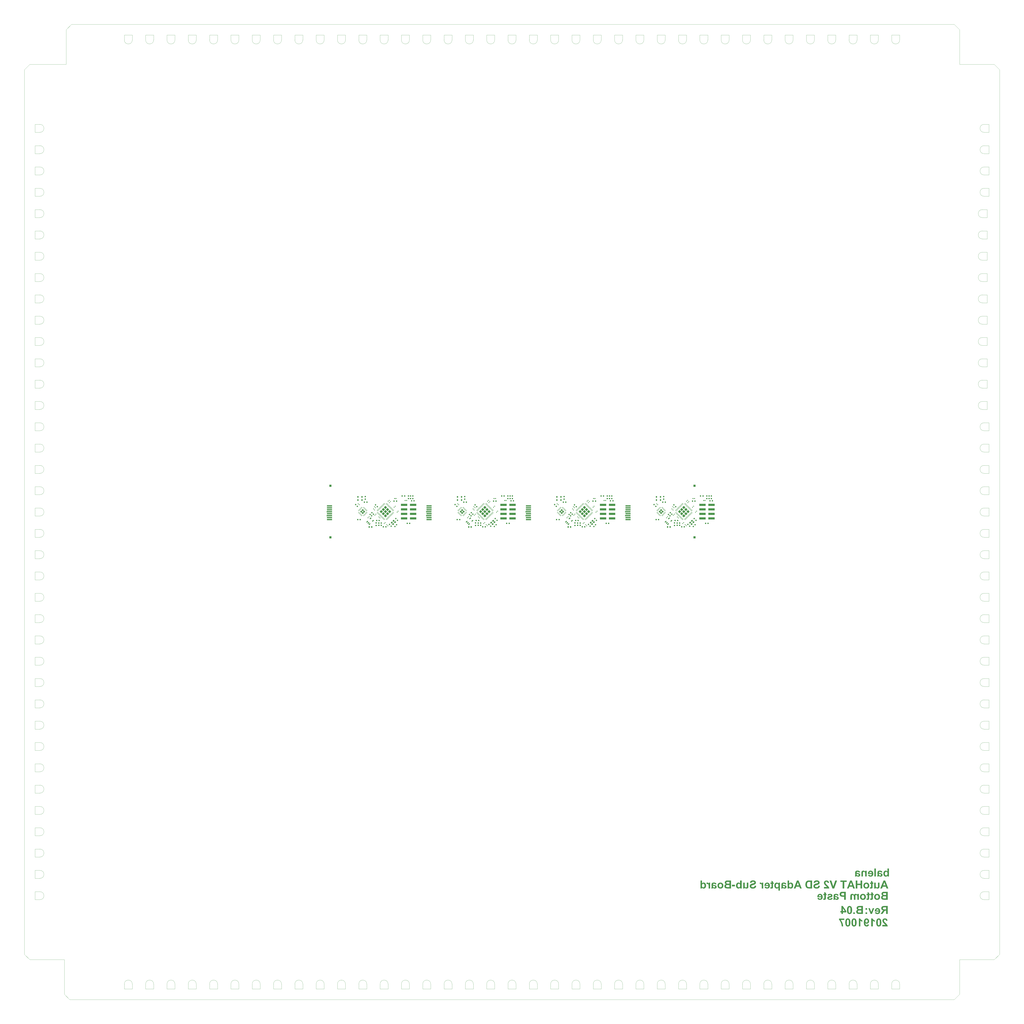
<source format=gbp>
G04 Layer_Color=128*
%FSLAX43Y43*%
%MOMM*%
G71*
G01*
G75*
%ADD58C,0.025*%
%ADD59R,1.200X1.200*%
%ADD65R,0.711X0.711*%
%ADD98P,1.838X4X90.0*%
%ADD99P,1.838X4X180.0*%
%ADD100P,1.273X4X180.0*%
%ADD101P,1.273X4X270.0*%
%ADD102R,0.749X0.849*%
G04:AMPARAMS|DCode=103|XSize=0.849mm|YSize=0.799mm|CornerRadius=0mm|HoleSize=0mm|Usage=FLASHONLY|Rotation=45.000|XOffset=0mm|YOffset=0mm|HoleType=Round|Shape=Rectangle|*
%AMROTATEDRECTD103*
4,1,4,-0.018,-0.583,-0.583,-0.018,0.018,0.583,0.583,0.018,-0.018,-0.583,0.0*
%
%ADD103ROTATEDRECTD103*%

%ADD104P,1.006X4X180.0*%
%ADD105P,0.664X4X180.0*%
G04:AMPARAMS|DCode=106|XSize=0.2mm|YSize=1mm|CornerRadius=0mm|HoleSize=0mm|Usage=FLASHONLY|Rotation=45.000|XOffset=0mm|YOffset=0mm|HoleType=Round|Shape=Round|*
%AMOVALD106*
21,1,0.800,0.200,0.000,0.000,135.0*
1,1,0.200,0.283,-0.283*
1,1,0.200,-0.283,0.283*
%
%ADD106OVALD106*%

G04:AMPARAMS|DCode=107|XSize=0.2mm|YSize=1mm|CornerRadius=0mm|HoleSize=0mm|Usage=FLASHONLY|Rotation=315.000|XOffset=0mm|YOffset=0mm|HoleType=Round|Shape=Round|*
%AMOVALD107*
21,1,0.800,0.200,0.000,0.000,45.0*
1,1,0.200,-0.283,-0.283*
1,1,0.200,0.283,0.283*
%
%ADD107OVALD107*%

%ADD108R,0.469X0.469*%
%ADD109P,1.006X4X90.0*%
%ADD110P,0.664X4X90.0*%
%ADD111R,0.711X0.711*%
G04:AMPARAMS|DCode=112|XSize=0.999mm|YSize=0.549mm|CornerRadius=0mm|HoleSize=0mm|Usage=FLASHONLY|Rotation=45.000|XOffset=0mm|YOffset=0mm|HoleType=Round|Shape=Rectangle|*
%AMROTATEDRECTD112*
4,1,4,-0.159,-0.547,-0.547,-0.159,0.159,0.547,0.547,0.159,-0.159,-0.547,0.0*
%
%ADD112ROTATEDRECTD112*%

%ADD113R,2.849X0.749*%
%ADD114R,3.149X0.749*%
%ADD115R,3.632X1.219*%
%ADD116C,0.229*%
G04:AMPARAMS|DCode=117|XSize=0.23mm|YSize=0.65mm|CornerRadius=0mm|HoleSize=0mm|Usage=FLASHONLY|Rotation=315.000|XOffset=0mm|YOffset=0mm|HoleType=Round|Shape=Rectangle|*
%AMROTATEDRECTD117*
4,1,4,-0.311,-0.148,0.148,0.311,0.311,0.148,-0.148,-0.311,-0.311,-0.148,0.0*
%
%ADD117ROTATEDRECTD117*%

G04:AMPARAMS|DCode=118|XSize=0.23mm|YSize=0.65mm|CornerRadius=0mm|HoleSize=0mm|Usage=FLASHONLY|Rotation=225.000|XOffset=0mm|YOffset=0mm|HoleType=Round|Shape=Rectangle|*
%AMROTATEDRECTD118*
4,1,4,-0.148,0.311,0.311,-0.148,0.148,-0.311,-0.311,0.148,-0.148,0.311,0.0*
%
%ADD118ROTATEDRECTD118*%

G36*
X308290Y-207500D02*
X307431D01*
Y-206641D01*
X308290D01*
Y-207500D01*
D02*
G37*
G36*
X303394Y-205847D02*
Y-206598D01*
X301559D01*
Y-207500D01*
X300726D01*
Y-206598D01*
X300170D01*
Y-205843D01*
X300726D01*
Y-202997D01*
X301450D01*
X303394Y-205847D01*
D02*
G37*
G36*
X312801Y-207500D02*
X311121D01*
X310981Y-207496D01*
X310853D01*
X310740Y-207492D01*
X310639D01*
X310549Y-207488D01*
X310472D01*
X310406Y-207484D01*
X310347Y-207481D01*
X310301D01*
X310262Y-207477D01*
X310211D01*
X310196Y-207473D01*
X310184D01*
X310056Y-207449D01*
X309935Y-207422D01*
X309834Y-207387D01*
X309787Y-207368D01*
X309744Y-207348D01*
X309706Y-207333D01*
X309674Y-207313D01*
X309643Y-207302D01*
X309620Y-207286D01*
X309601Y-207274D01*
X309589Y-207267D01*
X309581Y-207259D01*
X309577D01*
X309492Y-207189D01*
X309414Y-207111D01*
X309348Y-207037D01*
X309289Y-206963D01*
X309247Y-206897D01*
X309227Y-206870D01*
X309216Y-206843D01*
X309204Y-206823D01*
X309196Y-206808D01*
X309188Y-206800D01*
Y-206796D01*
X309142Y-206687D01*
X309107Y-206582D01*
X309079Y-206481D01*
X309064Y-206392D01*
X309056Y-206349D01*
X309052Y-206314D01*
X309048Y-206283D01*
Y-206252D01*
X309044Y-206232D01*
Y-206217D01*
Y-206205D01*
Y-206201D01*
X309048Y-206131D01*
X309052Y-206061D01*
X309064Y-205995D01*
X309079Y-205933D01*
X309095Y-205871D01*
X309115Y-205816D01*
X309134Y-205766D01*
X309153Y-205715D01*
X309177Y-205672D01*
X309196Y-205637D01*
X309216Y-205602D01*
X309231Y-205575D01*
X309247Y-205552D01*
X309258Y-205536D01*
X309262Y-205528D01*
X309266Y-205525D01*
X309309Y-205474D01*
X309356Y-205423D01*
X309457Y-205338D01*
X309562Y-205268D01*
X309663Y-205213D01*
X309709Y-205190D01*
X309752Y-205171D01*
X309795Y-205151D01*
X309830Y-205140D01*
X309857Y-205128D01*
X309877Y-205120D01*
X309892Y-205116D01*
X309896D01*
X309791Y-205062D01*
X309702Y-205000D01*
X309624Y-204937D01*
X309558Y-204871D01*
X309507Y-204813D01*
X309468Y-204766D01*
X309453Y-204747D01*
X309445Y-204735D01*
X309437Y-204727D01*
Y-204723D01*
X309406Y-204673D01*
X309379Y-204622D01*
X309340Y-204521D01*
X309309Y-204424D01*
X309286Y-204335D01*
X309282Y-204296D01*
X309274Y-204257D01*
X309270Y-204226D01*
Y-204198D01*
X309266Y-204175D01*
Y-204160D01*
Y-204148D01*
Y-204144D01*
X309274Y-204039D01*
X309289Y-203942D01*
X309309Y-203852D01*
X309336Y-203775D01*
X309348Y-203743D01*
X309363Y-203712D01*
X309375Y-203685D01*
X309383Y-203662D01*
X309394Y-203646D01*
X309398Y-203635D01*
X309406Y-203627D01*
Y-203623D01*
X309461Y-203541D01*
X309515Y-203467D01*
X309573Y-203401D01*
X309628Y-203347D01*
X309674Y-203308D01*
X309713Y-203277D01*
X309729Y-203265D01*
X309741Y-203257D01*
X309744Y-203250D01*
X309748D01*
X309826Y-203199D01*
X309908Y-203160D01*
X309989Y-203129D01*
X310059Y-203102D01*
X310126Y-203082D01*
X310153Y-203079D01*
X310176Y-203071D01*
X310192Y-203067D01*
X310207D01*
X310215Y-203063D01*
X310219D01*
X310269Y-203055D01*
X310328Y-203047D01*
X310390Y-203040D01*
X310452Y-203036D01*
X310584Y-203028D01*
X310713Y-203020D01*
X310829D01*
X310880Y-203016D01*
X312801D01*
Y-207500D01*
D02*
G37*
G36*
X251131Y-188596D02*
X251216Y-188604D01*
X251302Y-188612D01*
X251379Y-188624D01*
X251449Y-188639D01*
X251519Y-188655D01*
X251578Y-188666D01*
X251636Y-188682D01*
X251683Y-188697D01*
X251726Y-188709D01*
X251761Y-188725D01*
X251788Y-188732D01*
X251811Y-188740D01*
X251823Y-188748D01*
X251827D01*
X251893Y-188779D01*
X251955Y-188810D01*
X252013Y-188849D01*
X252068Y-188884D01*
X252118Y-188923D01*
X252165Y-188962D01*
X252208Y-188997D01*
X252243Y-189032D01*
X252278Y-189067D01*
X252305Y-189098D01*
X252332Y-189129D01*
X252352Y-189152D01*
X252367Y-189176D01*
X252379Y-189191D01*
X252383Y-189199D01*
X252387Y-189203D01*
X252422Y-189257D01*
X252449Y-189316D01*
X252476Y-189370D01*
X252496Y-189428D01*
X252531Y-189533D01*
X252554Y-189631D01*
X252562Y-189677D01*
X252566Y-189716D01*
X252569Y-189751D01*
X252573Y-189782D01*
X252577Y-189806D01*
Y-189825D01*
Y-189837D01*
Y-189841D01*
X252573Y-189938D01*
X252558Y-190031D01*
X252538Y-190121D01*
X252511Y-190206D01*
X252480Y-190284D01*
X252445Y-190362D01*
X252410Y-190428D01*
X252371Y-190490D01*
X252332Y-190548D01*
X252297Y-190599D01*
X252262Y-190642D01*
X252231Y-190677D01*
X252204Y-190704D01*
X252184Y-190727D01*
X252169Y-190739D01*
X252165Y-190743D01*
X252107Y-190790D01*
X252037Y-190836D01*
X251963Y-190883D01*
X251881Y-190922D01*
X251714Y-191000D01*
X251547Y-191062D01*
X251465Y-191093D01*
X251391Y-191116D01*
X251325Y-191136D01*
X251263Y-191155D01*
X251216Y-191167D01*
X251177Y-191178D01*
X251154Y-191182D01*
X251150Y-191186D01*
X251146D01*
X251045Y-191210D01*
X250952Y-191233D01*
X250866Y-191256D01*
X250792Y-191276D01*
X250726Y-191295D01*
X250668Y-191311D01*
X250613Y-191322D01*
X250571Y-191334D01*
X250532Y-191346D01*
X250501Y-191357D01*
X250473Y-191365D01*
X250454Y-191369D01*
X250438Y-191373D01*
X250427Y-191377D01*
X250419Y-191381D01*
X250337Y-191412D01*
X250271Y-191447D01*
X250213Y-191478D01*
X250166Y-191509D01*
X250135Y-191536D01*
X250112Y-191556D01*
X250096Y-191571D01*
X250092Y-191575D01*
X250061Y-191618D01*
X250038Y-191665D01*
X250022Y-191711D01*
X250011Y-191754D01*
X250003Y-191789D01*
X249999Y-191820D01*
Y-191839D01*
Y-191847D01*
X250003Y-191894D01*
X250007Y-191937D01*
X250018Y-191979D01*
X250034Y-192018D01*
X250069Y-192092D01*
X250108Y-192154D01*
X250151Y-192205D01*
X250186Y-192244D01*
X250201Y-192259D01*
X250213Y-192271D01*
X250217Y-192275D01*
X250221Y-192279D01*
X250263Y-192310D01*
X250314Y-192337D01*
X250419Y-192384D01*
X250528Y-192415D01*
X250633Y-192438D01*
X250683Y-192446D01*
X250730Y-192450D01*
X250773Y-192458D01*
X250808D01*
X250839Y-192462D01*
X250882D01*
X250956Y-192458D01*
X251029Y-192454D01*
X251096Y-192442D01*
X251158Y-192431D01*
X251216Y-192415D01*
X251271Y-192396D01*
X251321Y-192376D01*
X251364Y-192357D01*
X251403Y-192341D01*
X251438Y-192322D01*
X251469Y-192302D01*
X251492Y-192287D01*
X251512Y-192275D01*
X251527Y-192263D01*
X251535Y-192259D01*
X251539Y-192256D01*
X251582Y-192213D01*
X251621Y-192170D01*
X251691Y-192065D01*
X251745Y-191960D01*
X251788Y-191851D01*
X251807Y-191801D01*
X251819Y-191754D01*
X251831Y-191711D01*
X251842Y-191676D01*
X251850Y-191645D01*
X251854Y-191622D01*
X251858Y-191606D01*
Y-191602D01*
X252741Y-191688D01*
X252721Y-191824D01*
X252694Y-191952D01*
X252659Y-192073D01*
X252620Y-192186D01*
X252577Y-192287D01*
X252531Y-192384D01*
X252484Y-192469D01*
X252437Y-192543D01*
X252391Y-192613D01*
X252348Y-192672D01*
X252309Y-192722D01*
X252274Y-192761D01*
X252243Y-192792D01*
X252219Y-192816D01*
X252204Y-192831D01*
X252200Y-192835D01*
X252111Y-192905D01*
X252013Y-192963D01*
X251908Y-193018D01*
X251803Y-193061D01*
X251694Y-193099D01*
X251582Y-193131D01*
X251477Y-193158D01*
X251372Y-193177D01*
X251274Y-193197D01*
X251181Y-193208D01*
X251099Y-193216D01*
X251029Y-193220D01*
X250971Y-193224D01*
X250948Y-193228D01*
X250889D01*
X250781Y-193224D01*
X250679Y-193220D01*
X250582Y-193212D01*
X250493Y-193201D01*
X250407Y-193189D01*
X250326Y-193177D01*
X250252Y-193162D01*
X250186Y-193146D01*
X250123Y-193131D01*
X250073Y-193115D01*
X250026Y-193103D01*
X249987Y-193092D01*
X249956Y-193080D01*
X249937Y-193072D01*
X249921Y-193064D01*
X249917D01*
X249847Y-193033D01*
X249777Y-192994D01*
X249715Y-192959D01*
X249657Y-192917D01*
X249602Y-192878D01*
X249552Y-192835D01*
X249509Y-192792D01*
X249466Y-192753D01*
X249431Y-192714D01*
X249400Y-192679D01*
X249373Y-192648D01*
X249350Y-192621D01*
X249334Y-192598D01*
X249322Y-192582D01*
X249315Y-192571D01*
X249311Y-192567D01*
X249272Y-192504D01*
X249237Y-192438D01*
X249210Y-192372D01*
X249186Y-192310D01*
X249147Y-192189D01*
X249132Y-192131D01*
X249120Y-192077D01*
X249112Y-192030D01*
X249105Y-191983D01*
X249101Y-191944D01*
X249097Y-191909D01*
X249093Y-191882D01*
Y-191859D01*
Y-191847D01*
Y-191843D01*
Y-191766D01*
X249101Y-191692D01*
X249108Y-191622D01*
X249120Y-191552D01*
X249136Y-191490D01*
X249151Y-191431D01*
X249167Y-191377D01*
X249182Y-191330D01*
X249198Y-191283D01*
X249213Y-191245D01*
X249229Y-191210D01*
X249245Y-191182D01*
X249256Y-191163D01*
X249264Y-191143D01*
X249268Y-191136D01*
X249272Y-191132D01*
X249346Y-191031D01*
X249423Y-190937D01*
X249509Y-190860D01*
X249587Y-190797D01*
X249661Y-190743D01*
X249692Y-190723D01*
X249715Y-190708D01*
X249738Y-190692D01*
X249754Y-190685D01*
X249766Y-190677D01*
X249770D01*
X249832Y-190646D01*
X249902Y-190615D01*
X249976Y-190583D01*
X250053Y-190556D01*
X250217Y-190502D01*
X250376Y-190451D01*
X250450Y-190432D01*
X250520Y-190412D01*
X250582Y-190397D01*
X250637Y-190381D01*
X250683Y-190370D01*
X250718Y-190362D01*
X250738Y-190354D01*
X250746D01*
X250862Y-190327D01*
X250971Y-190296D01*
X251068Y-190268D01*
X251154Y-190241D01*
X251232Y-190214D01*
X251298Y-190191D01*
X251360Y-190167D01*
X251411Y-190144D01*
X251453Y-190125D01*
X251488Y-190109D01*
X251519Y-190093D01*
X251539Y-190078D01*
X251558Y-190070D01*
X251570Y-190062D01*
X251574Y-190055D01*
X251578D01*
X251621Y-190012D01*
X251656Y-189965D01*
X251679Y-189918D01*
X251694Y-189876D01*
X251702Y-189837D01*
X251706Y-189810D01*
X251710Y-189790D01*
Y-189782D01*
X251702Y-189720D01*
X251687Y-189666D01*
X251667Y-189615D01*
X251640Y-189576D01*
X251613Y-189545D01*
X251593Y-189522D01*
X251578Y-189506D01*
X251570Y-189502D01*
X251527Y-189475D01*
X251477Y-189448D01*
X251379Y-189409D01*
X251274Y-189378D01*
X251177Y-189358D01*
X251131Y-189351D01*
X251088Y-189347D01*
X251049Y-189343D01*
X251018D01*
X250991Y-189339D01*
X250882D01*
X250819Y-189347D01*
X250757Y-189355D01*
X250703Y-189362D01*
X250648Y-189374D01*
X250602Y-189386D01*
X250559Y-189401D01*
X250524Y-189413D01*
X250489Y-189428D01*
X250462Y-189444D01*
X250434Y-189456D01*
X250415Y-189467D01*
X250400Y-189475D01*
X250388Y-189483D01*
X250384Y-189491D01*
X250380D01*
X250345Y-189522D01*
X250314Y-189557D01*
X250260Y-189631D01*
X250213Y-189716D01*
X250182Y-189798D01*
X250155Y-189872D01*
X250147Y-189903D01*
X250139Y-189930D01*
X250135Y-189953D01*
X250131Y-189973D01*
X250127Y-189985D01*
Y-189988D01*
X249221Y-189950D01*
X249229Y-189837D01*
X249248Y-189728D01*
X249272Y-189627D01*
X249303Y-189533D01*
X249338Y-189448D01*
X249373Y-189366D01*
X249416Y-189292D01*
X249455Y-189222D01*
X249497Y-189164D01*
X249536Y-189110D01*
X249571Y-189067D01*
X249606Y-189028D01*
X249633Y-189001D01*
X249653Y-188977D01*
X249668Y-188966D01*
X249672Y-188962D01*
X249758Y-188896D01*
X249847Y-188837D01*
X249948Y-188787D01*
X250050Y-188744D01*
X250155Y-188709D01*
X250260Y-188678D01*
X250365Y-188655D01*
X250466Y-188635D01*
X250563Y-188620D01*
X250652Y-188608D01*
X250734Y-188600D01*
X250804Y-188592D01*
X250862D01*
X250886Y-188589D01*
X251037D01*
X251131Y-188596D01*
D02*
G37*
G36*
X264422Y-189837D02*
X264535Y-189852D01*
X264636Y-189876D01*
X264722Y-189903D01*
X264761Y-189918D01*
X264796Y-189934D01*
X264823Y-189946D01*
X264850Y-189957D01*
X264870Y-189965D01*
X264885Y-189973D01*
X264893Y-189981D01*
X264897D01*
X264990Y-190043D01*
X265076Y-190105D01*
X265146Y-190171D01*
X265204Y-190237D01*
X265254Y-190292D01*
X265289Y-190338D01*
X265301Y-190354D01*
X265309Y-190366D01*
X265317Y-190373D01*
Y-189899D01*
X266118D01*
Y-194387D01*
X265258D01*
Y-192753D01*
X265169Y-192843D01*
X265083Y-192917D01*
X265006Y-192983D01*
X264940Y-193033D01*
X264881Y-193072D01*
X264858Y-193084D01*
X264838Y-193099D01*
X264823Y-193107D01*
X264807Y-193115D01*
X264803Y-193119D01*
X264799D01*
X264714Y-193154D01*
X264632Y-193181D01*
X264547Y-193197D01*
X264473Y-193212D01*
X264407Y-193220D01*
X264380D01*
X264356Y-193224D01*
X264310D01*
X264205Y-193220D01*
X264103Y-193204D01*
X264010Y-193181D01*
X263921Y-193154D01*
X263835Y-193119D01*
X263753Y-193080D01*
X263680Y-193041D01*
X263613Y-192998D01*
X263555Y-192956D01*
X263501Y-192917D01*
X263454Y-192878D01*
X263415Y-192843D01*
X263384Y-192816D01*
X263365Y-192792D01*
X263349Y-192777D01*
X263345Y-192773D01*
X263275Y-192683D01*
X263213Y-192590D01*
X263158Y-192489D01*
X263112Y-192384D01*
X263073Y-192279D01*
X263042Y-192174D01*
X263015Y-192073D01*
X262995Y-191972D01*
X262980Y-191878D01*
X262964Y-191789D01*
X262956Y-191711D01*
X262952Y-191641D01*
X262948Y-191587D01*
X262945Y-191563D01*
Y-191544D01*
Y-191528D01*
Y-191517D01*
Y-191513D01*
Y-191509D01*
X262948Y-191365D01*
X262960Y-191229D01*
X262980Y-191101D01*
X263007Y-190984D01*
X263038Y-190871D01*
X263069Y-190770D01*
X263104Y-190681D01*
X263143Y-190595D01*
X263178Y-190521D01*
X263217Y-190459D01*
X263248Y-190405D01*
X263279Y-190358D01*
X263306Y-190323D01*
X263326Y-190296D01*
X263337Y-190280D01*
X263341Y-190276D01*
X263419Y-190198D01*
X263497Y-190128D01*
X263578Y-190070D01*
X263660Y-190016D01*
X263742Y-189973D01*
X263820Y-189938D01*
X263897Y-189907D01*
X263971Y-189883D01*
X264041Y-189868D01*
X264103Y-189852D01*
X264162Y-189841D01*
X264212Y-189837D01*
X264251Y-189833D01*
X264278Y-189829D01*
X264306D01*
X264422Y-189837D01*
D02*
G37*
G36*
X321170Y-204183D02*
X321283Y-204198D01*
X321392Y-204222D01*
X321489Y-204249D01*
X321586Y-204284D01*
X321672Y-204323D01*
X321753Y-204366D01*
X321827Y-204408D01*
X321893Y-204451D01*
X321952Y-204494D01*
X322002Y-204533D01*
X322041Y-204568D01*
X322076Y-204595D01*
X322100Y-204618D01*
X322115Y-204634D01*
X322119Y-204638D01*
X322193Y-204727D01*
X322259Y-204825D01*
X322313Y-204926D01*
X322360Y-205031D01*
X322403Y-205136D01*
X322438Y-205241D01*
X322465Y-205342D01*
X322484Y-205443D01*
X322504Y-205536D01*
X322516Y-205622D01*
X322527Y-205700D01*
X322531Y-205770D01*
X322535Y-205824D01*
X322539Y-205867D01*
Y-205882D01*
Y-205894D01*
Y-205898D01*
Y-205902D01*
X322535Y-206026D01*
X322523Y-206143D01*
X322508Y-206256D01*
X322488Y-206361D01*
X322465Y-206462D01*
X322438Y-206555D01*
X322411Y-206637D01*
X322380Y-206714D01*
X322348Y-206784D01*
X322321Y-206847D01*
X322294Y-206897D01*
X322271Y-206940D01*
X322251Y-206975D01*
X322232Y-207002D01*
X322224Y-207018D01*
X322220Y-207022D01*
X322138Y-207119D01*
X322049Y-207204D01*
X321952Y-207278D01*
X321851Y-207341D01*
X321750Y-207395D01*
X321645Y-207438D01*
X321540Y-207477D01*
X321442Y-207504D01*
X321345Y-207527D01*
X321256Y-207543D01*
X321178Y-207558D01*
X321108Y-207566D01*
X321050Y-207570D01*
X321026D01*
X321003Y-207574D01*
X320968D01*
X320871Y-207570D01*
X320777Y-207562D01*
X320688Y-207551D01*
X320602Y-207535D01*
X320525Y-207516D01*
X320451Y-207496D01*
X320385Y-207473D01*
X320322Y-207449D01*
X320268Y-207430D01*
X320217Y-207407D01*
X320175Y-207387D01*
X320140Y-207368D01*
X320112Y-207352D01*
X320093Y-207341D01*
X320081Y-207333D01*
X320077Y-207329D01*
X320011Y-207282D01*
X319953Y-207228D01*
X319895Y-207173D01*
X319844Y-207111D01*
X319797Y-207053D01*
X319755Y-206994D01*
X319716Y-206936D01*
X319681Y-206878D01*
X319650Y-206823D01*
X319622Y-206773D01*
X319603Y-206726D01*
X319583Y-206687D01*
X319572Y-206656D01*
X319560Y-206629D01*
X319552Y-206613D01*
Y-206609D01*
X320408Y-206466D01*
X320439Y-206551D01*
X320470Y-206625D01*
X320505Y-206687D01*
X320540Y-206738D01*
X320571Y-206777D01*
X320595Y-206804D01*
X320610Y-206819D01*
X320618Y-206823D01*
X320672Y-206858D01*
X320727Y-206886D01*
X320785Y-206905D01*
X320840Y-206917D01*
X320886Y-206924D01*
X320921Y-206932D01*
X320956D01*
X321011Y-206928D01*
X321061Y-206924D01*
X321158Y-206901D01*
X321244Y-206866D01*
X321314Y-206827D01*
X321372Y-206788D01*
X321396Y-206769D01*
X321415Y-206753D01*
X321431Y-206742D01*
X321442Y-206730D01*
X321446Y-206726D01*
X321450Y-206722D01*
X321485Y-206679D01*
X321516Y-206637D01*
X321543Y-206586D01*
X321567Y-206539D01*
X321602Y-206438D01*
X321629Y-206341D01*
X321637Y-206298D01*
X321645Y-206256D01*
X321648Y-206221D01*
X321652Y-206186D01*
Y-206158D01*
X321656Y-206139D01*
Y-206127D01*
Y-206123D01*
X319506D01*
Y-205945D01*
X319517Y-205777D01*
X319537Y-205622D01*
X319564Y-205478D01*
X319591Y-205350D01*
X319626Y-205229D01*
X319665Y-205120D01*
X319700Y-205023D01*
X319739Y-204937D01*
X319778Y-204863D01*
X319813Y-204801D01*
X319844Y-204751D01*
X319871Y-204712D01*
X319891Y-204685D01*
X319906Y-204665D01*
X319910Y-204661D01*
X319992Y-204576D01*
X320077Y-204502D01*
X320171Y-204436D01*
X320264Y-204381D01*
X320361Y-204335D01*
X320455Y-204296D01*
X320548Y-204265D01*
X320637Y-204237D01*
X320723Y-204218D01*
X320801Y-204206D01*
X320871Y-204195D01*
X320933Y-204187D01*
X320983Y-204183D01*
X321022Y-204179D01*
X321053D01*
X321170Y-204183D01*
D02*
G37*
G36*
X326801Y-207500D02*
X325895D01*
Y-205630D01*
X325654D01*
X325603Y-205633D01*
X325510Y-205637D01*
X325432Y-205645D01*
X325366Y-205653D01*
X325319Y-205665D01*
X325284Y-205672D01*
X325265Y-205676D01*
X325257Y-205680D01*
X325203Y-205703D01*
X325152Y-205731D01*
X325109Y-205762D01*
X325067Y-205793D01*
X325032Y-205820D01*
X325008Y-205843D01*
X324989Y-205859D01*
X324985Y-205867D01*
X324958Y-205898D01*
X324927Y-205933D01*
X324892Y-205980D01*
X324857Y-206026D01*
X324779Y-206135D01*
X324697Y-206248D01*
X324658Y-206302D01*
X324623Y-206353D01*
X324592Y-206399D01*
X324565Y-206438D01*
X324538Y-206473D01*
X324522Y-206501D01*
X324511Y-206516D01*
X324507Y-206524D01*
X323853Y-207500D01*
X322768D01*
X323317Y-206629D01*
X323375Y-206536D01*
X323433Y-206446D01*
X323484Y-206368D01*
X323534Y-206294D01*
X323581Y-206228D01*
X323624Y-206166D01*
X323663Y-206116D01*
X323698Y-206069D01*
X323729Y-206026D01*
X323756Y-205995D01*
X323779Y-205964D01*
X323799Y-205941D01*
X323814Y-205925D01*
X323826Y-205910D01*
X323830Y-205906D01*
X323834Y-205902D01*
X323908Y-205828D01*
X323989Y-205754D01*
X324071Y-205692D01*
X324145Y-205637D01*
X324215Y-205591D01*
X324242Y-205571D01*
X324266Y-205556D01*
X324289Y-205540D01*
X324304Y-205532D01*
X324312Y-205525D01*
X324316D01*
X324211Y-205505D01*
X324110Y-205482D01*
X324017Y-205455D01*
X323931Y-205423D01*
X323849Y-205392D01*
X323779Y-205357D01*
X323713Y-205322D01*
X323655Y-205287D01*
X323604Y-205252D01*
X323558Y-205221D01*
X323519Y-205190D01*
X323488Y-205163D01*
X323464Y-205143D01*
X323449Y-205128D01*
X323437Y-205116D01*
X323433Y-205112D01*
X323379Y-205050D01*
X323336Y-204980D01*
X323293Y-204914D01*
X323258Y-204844D01*
X323231Y-204770D01*
X323208Y-204704D01*
X323188Y-204634D01*
X323173Y-204572D01*
X323157Y-204510D01*
X323149Y-204455D01*
X323142Y-204405D01*
X323138Y-204362D01*
X323134Y-204327D01*
Y-204300D01*
Y-204280D01*
Y-204276D01*
X323138Y-204202D01*
X323142Y-204132D01*
X323165Y-204000D01*
X323181Y-203938D01*
X323196Y-203880D01*
X323216Y-203825D01*
X323231Y-203775D01*
X323251Y-203732D01*
X323270Y-203689D01*
X323286Y-203654D01*
X323301Y-203627D01*
X323313Y-203603D01*
X323324Y-203588D01*
X323328Y-203576D01*
X323332Y-203572D01*
X323371Y-203518D01*
X323410Y-203463D01*
X323453Y-203417D01*
X323496Y-203374D01*
X323538Y-203335D01*
X323581Y-203300D01*
X323667Y-203238D01*
X323741Y-203195D01*
X323772Y-203180D01*
X323799Y-203164D01*
X323822Y-203152D01*
X323838Y-203145D01*
X323849Y-203141D01*
X323853D01*
X323919Y-203117D01*
X323993Y-203098D01*
X324071Y-203082D01*
X324153Y-203067D01*
X324328Y-203047D01*
X324499Y-203032D01*
X324581Y-203028D01*
X324654Y-203024D01*
X324721Y-203020D01*
X324783Y-203016D01*
X326801D01*
Y-207500D01*
D02*
G37*
G36*
X317907D02*
X317134D01*
X315843Y-204249D01*
X316725D01*
X317344Y-205910D01*
X317379Y-206011D01*
X317394Y-206057D01*
X317410Y-206100D01*
X317421Y-206135D01*
X317429Y-206162D01*
X317433Y-206178D01*
X317437Y-206186D01*
X317445Y-206217D01*
X317460Y-206256D01*
X317472Y-206302D01*
X317487Y-206349D01*
X317503Y-206396D01*
X317515Y-206431D01*
X317519Y-206446D01*
X317522Y-206458D01*
X317526Y-206462D01*
Y-206466D01*
X317705Y-205910D01*
X318316Y-204249D01*
X319218D01*
X317907Y-207500D01*
D02*
G37*
G36*
X305397Y-203001D02*
X305506Y-203016D01*
X305611Y-203040D01*
X305712Y-203071D01*
X305801Y-203106D01*
X305883Y-203145D01*
X305961Y-203184D01*
X306027Y-203226D01*
X306089Y-203273D01*
X306143Y-203312D01*
X306186Y-203351D01*
X306225Y-203386D01*
X306252Y-203417D01*
X306276Y-203440D01*
X306287Y-203456D01*
X306291Y-203460D01*
X306330Y-203514D01*
X306369Y-203572D01*
X306435Y-203697D01*
X306493Y-203833D01*
X306544Y-203981D01*
X306587Y-204128D01*
X306622Y-204280D01*
X306653Y-204432D01*
X306676Y-204580D01*
X306696Y-204720D01*
X306707Y-204852D01*
X306719Y-204972D01*
Y-205027D01*
X306723Y-205077D01*
X306727Y-205120D01*
Y-205163D01*
X306731Y-205198D01*
Y-205229D01*
Y-205252D01*
Y-205268D01*
Y-205280D01*
Y-205283D01*
Y-205404D01*
X306727Y-205517D01*
X306719Y-205626D01*
X306715Y-205731D01*
X306703Y-205832D01*
X306692Y-205929D01*
X306680Y-206018D01*
X306668Y-206108D01*
X306653Y-206193D01*
X306637Y-206271D01*
X306622Y-206345D01*
X306602Y-206419D01*
X306587Y-206485D01*
X306567Y-206547D01*
X306548Y-206609D01*
X306528Y-206664D01*
X306493Y-206765D01*
X306458Y-206851D01*
X306423Y-206921D01*
X306392Y-206979D01*
X306365Y-207022D01*
X306346Y-207053D01*
X306334Y-207068D01*
X306330Y-207076D01*
X306252Y-207166D01*
X306171Y-207243D01*
X306085Y-207309D01*
X305996Y-207368D01*
X305906Y-207414D01*
X305821Y-207453D01*
X305735Y-207488D01*
X305654Y-207516D01*
X305576Y-207535D01*
X305506Y-207551D01*
X305440Y-207562D01*
X305385Y-207570D01*
X305339Y-207574D01*
X305304Y-207578D01*
X305276D01*
X305156Y-207574D01*
X305047Y-207558D01*
X304938Y-207535D01*
X304841Y-207508D01*
X304751Y-207473D01*
X304670Y-207434D01*
X304592Y-207391D01*
X304522Y-207348D01*
X304464Y-207306D01*
X304409Y-207263D01*
X304366Y-207224D01*
X304327Y-207189D01*
X304300Y-207162D01*
X304277Y-207138D01*
X304265Y-207123D01*
X304261Y-207119D01*
X304222Y-207064D01*
X304184Y-207006D01*
X304114Y-206882D01*
X304055Y-206742D01*
X304005Y-206598D01*
X303962Y-206450D01*
X303927Y-206294D01*
X303896Y-206143D01*
X303872Y-205995D01*
X303857Y-205855D01*
X303841Y-205723D01*
X303830Y-205602D01*
Y-205548D01*
X303826Y-205497D01*
X303822Y-205455D01*
Y-205412D01*
X303818Y-205377D01*
Y-205346D01*
Y-205322D01*
Y-205307D01*
Y-205295D01*
Y-205291D01*
Y-205175D01*
X303822Y-205062D01*
X303830Y-204953D01*
X303837Y-204848D01*
X303845Y-204747D01*
X303857Y-204650D01*
X303872Y-204556D01*
X303888Y-204467D01*
X303904Y-204381D01*
X303919Y-204303D01*
X303939Y-204226D01*
X303958Y-204152D01*
X303997Y-204020D01*
X304036Y-203899D01*
X304079Y-203794D01*
X304117Y-203705D01*
X304156Y-203631D01*
X304187Y-203568D01*
X304219Y-203522D01*
X304238Y-203491D01*
X304254Y-203471D01*
X304257Y-203463D01*
X304327Y-203382D01*
X304405Y-203308D01*
X304487Y-203246D01*
X304572Y-203195D01*
X304654Y-203148D01*
X304740Y-203110D01*
X304825Y-203079D01*
X304903Y-203055D01*
X304981Y-203036D01*
X305051Y-203020D01*
X305113Y-203012D01*
X305167Y-203005D01*
X305214Y-203001D01*
X305249Y-202997D01*
X305276D01*
X305397Y-203001D01*
D02*
G37*
G36*
X315158Y-205108D02*
X314299D01*
Y-204249D01*
X315158D01*
Y-205108D01*
D02*
G37*
G36*
X238589Y-193150D02*
X236909D01*
X236769Y-193146D01*
X236641D01*
X236528Y-193142D01*
X236427D01*
X236338Y-193138D01*
X236260D01*
X236194Y-193134D01*
X236136Y-193131D01*
X236089D01*
X236050Y-193127D01*
X235999D01*
X235984Y-193123D01*
X235972D01*
X235844Y-193099D01*
X235723Y-193072D01*
X235622Y-193037D01*
X235576Y-193018D01*
X235533Y-192998D01*
X235494Y-192983D01*
X235463Y-192963D01*
X235432Y-192952D01*
X235408Y-192936D01*
X235389Y-192924D01*
X235377Y-192917D01*
X235370Y-192909D01*
X235366D01*
X235280Y-192839D01*
X235202Y-192761D01*
X235136Y-192687D01*
X235078Y-192613D01*
X235035Y-192547D01*
X235016Y-192520D01*
X235004Y-192493D01*
X234992Y-192473D01*
X234985Y-192458D01*
X234977Y-192450D01*
Y-192446D01*
X234930Y-192337D01*
X234895Y-192232D01*
X234868Y-192131D01*
X234852Y-192042D01*
X234845Y-191999D01*
X234841Y-191964D01*
X234837Y-191933D01*
Y-191902D01*
X234833Y-191882D01*
Y-191867D01*
Y-191855D01*
Y-191851D01*
X234837Y-191781D01*
X234841Y-191711D01*
X234852Y-191645D01*
X234868Y-191583D01*
X234883Y-191521D01*
X234903Y-191466D01*
X234922Y-191416D01*
X234942Y-191365D01*
X234965Y-191322D01*
X234985Y-191287D01*
X235004Y-191252D01*
X235020Y-191225D01*
X235035Y-191202D01*
X235047Y-191186D01*
X235051Y-191178D01*
X235055Y-191175D01*
X235097Y-191124D01*
X235144Y-191073D01*
X235245Y-190988D01*
X235350Y-190918D01*
X235451Y-190863D01*
X235498Y-190840D01*
X235541Y-190821D01*
X235583Y-190801D01*
X235618Y-190790D01*
X235646Y-190778D01*
X235665Y-190770D01*
X235681Y-190766D01*
X235685D01*
X235580Y-190712D01*
X235490Y-190650D01*
X235412Y-190587D01*
X235346Y-190521D01*
X235296Y-190463D01*
X235257Y-190416D01*
X235241Y-190397D01*
X235233Y-190385D01*
X235226Y-190377D01*
Y-190373D01*
X235195Y-190323D01*
X235167Y-190272D01*
X235128Y-190171D01*
X235097Y-190074D01*
X235074Y-189985D01*
X235070Y-189946D01*
X235062Y-189907D01*
X235058Y-189876D01*
Y-189848D01*
X235055Y-189825D01*
Y-189810D01*
Y-189798D01*
Y-189794D01*
X235062Y-189689D01*
X235078Y-189592D01*
X235097Y-189502D01*
X235125Y-189425D01*
X235136Y-189393D01*
X235152Y-189362D01*
X235163Y-189335D01*
X235171Y-189312D01*
X235183Y-189296D01*
X235187Y-189285D01*
X235195Y-189277D01*
Y-189273D01*
X235249Y-189191D01*
X235303Y-189117D01*
X235362Y-189051D01*
X235416Y-188997D01*
X235463Y-188958D01*
X235502Y-188927D01*
X235517Y-188915D01*
X235529Y-188907D01*
X235533Y-188900D01*
X235537D01*
X235615Y-188849D01*
X235696Y-188810D01*
X235778Y-188779D01*
X235848Y-188752D01*
X235914Y-188732D01*
X235941Y-188729D01*
X235964Y-188721D01*
X235980Y-188717D01*
X235996D01*
X236003Y-188713D01*
X236007D01*
X236058Y-188705D01*
X236116Y-188697D01*
X236178Y-188690D01*
X236241Y-188686D01*
X236373Y-188678D01*
X236501Y-188670D01*
X236618D01*
X236668Y-188666D01*
X238589D01*
Y-193150D01*
D02*
G37*
G36*
X225344Y-189833D02*
X225414Y-189845D01*
X225477Y-189864D01*
X225531Y-189880D01*
X225578Y-189899D01*
X225613Y-189918D01*
X225632Y-189930D01*
X225640Y-189934D01*
X225671Y-189953D01*
X225702Y-189981D01*
X225764Y-190043D01*
X225827Y-190113D01*
X225885Y-190187D01*
X225932Y-190253D01*
X225955Y-190284D01*
X225970Y-190307D01*
X225986Y-190331D01*
X225998Y-190346D01*
X226002Y-190358D01*
X226005Y-190362D01*
Y-189899D01*
X226803D01*
Y-193150D01*
X225943D01*
Y-192147D01*
Y-191999D01*
X225939Y-191863D01*
X225935Y-191738D01*
X225932Y-191630D01*
X225928Y-191528D01*
X225920Y-191439D01*
X225916Y-191361D01*
X225908Y-191295D01*
X225900Y-191237D01*
X225897Y-191186D01*
X225889Y-191147D01*
X225885Y-191116D01*
X225881Y-191089D01*
X225877Y-191073D01*
X225873Y-191066D01*
Y-191062D01*
X225846Y-190972D01*
X225815Y-190895D01*
X225780Y-190832D01*
X225749Y-190782D01*
X225722Y-190747D01*
X225698Y-190720D01*
X225683Y-190704D01*
X225679Y-190700D01*
X225628Y-190665D01*
X225578Y-190642D01*
X225523Y-190622D01*
X225477Y-190611D01*
X225434Y-190603D01*
X225403Y-190599D01*
X225372D01*
X225302Y-190607D01*
X225228Y-190622D01*
X225162Y-190646D01*
X225099Y-190669D01*
X225045Y-190696D01*
X225002Y-190720D01*
X224987Y-190731D01*
X224975Y-190735D01*
X224971Y-190743D01*
X224967D01*
X224699Y-189992D01*
X224804Y-189938D01*
X224905Y-189899D01*
X224998Y-189868D01*
X225088Y-189848D01*
X225127Y-189841D01*
X225158Y-189837D01*
X225189Y-189833D01*
X225216D01*
X225239Y-189829D01*
X225267D01*
X225344Y-189833D01*
D02*
G37*
G36*
X255276D02*
X255346Y-189845D01*
X255408Y-189864D01*
X255463Y-189880D01*
X255509Y-189899D01*
X255544Y-189918D01*
X255564Y-189930D01*
X255572Y-189934D01*
X255603Y-189953D01*
X255634Y-189981D01*
X255696Y-190043D01*
X255758Y-190113D01*
X255817Y-190187D01*
X255863Y-190253D01*
X255887Y-190284D01*
X255902Y-190307D01*
X255918Y-190331D01*
X255929Y-190346D01*
X255933Y-190358D01*
X255937Y-190362D01*
Y-189899D01*
X256734D01*
Y-193150D01*
X255875D01*
Y-192147D01*
Y-191999D01*
X255871Y-191863D01*
X255867Y-191738D01*
X255863Y-191630D01*
X255859Y-191528D01*
X255852Y-191439D01*
X255848Y-191361D01*
X255840Y-191295D01*
X255832Y-191237D01*
X255828Y-191186D01*
X255820Y-191147D01*
X255817Y-191116D01*
X255813Y-191089D01*
X255809Y-191073D01*
X255805Y-191066D01*
Y-191062D01*
X255778Y-190972D01*
X255747Y-190895D01*
X255712Y-190832D01*
X255680Y-190782D01*
X255653Y-190747D01*
X255630Y-190720D01*
X255614Y-190704D01*
X255610Y-190700D01*
X255560Y-190665D01*
X255509Y-190642D01*
X255455Y-190622D01*
X255408Y-190611D01*
X255365Y-190603D01*
X255334Y-190599D01*
X255303D01*
X255233Y-190607D01*
X255159Y-190622D01*
X255093Y-190646D01*
X255031Y-190669D01*
X254977Y-190696D01*
X254934Y-190720D01*
X254918Y-190731D01*
X254907Y-190735D01*
X254903Y-190743D01*
X254899D01*
X254630Y-189992D01*
X254735Y-189938D01*
X254837Y-189899D01*
X254930Y-189868D01*
X255019Y-189848D01*
X255058Y-189841D01*
X255089Y-189837D01*
X255120Y-189833D01*
X255148D01*
X255171Y-189829D01*
X255198D01*
X255276Y-189833D01*
D02*
G37*
G36*
X284189Y-193150D02*
X282392D01*
X282307Y-193146D01*
X282225Y-193142D01*
X282147Y-193134D01*
X282077Y-193127D01*
X282011Y-193119D01*
X281953Y-193111D01*
X281898Y-193103D01*
X281848Y-193096D01*
X281805Y-193088D01*
X281770Y-193080D01*
X281739Y-193072D01*
X281716Y-193064D01*
X281700Y-193061D01*
X281688Y-193057D01*
X281684D01*
X281611Y-193029D01*
X281541Y-193006D01*
X281478Y-192975D01*
X281416Y-192948D01*
X281358Y-192917D01*
X281307Y-192886D01*
X281257Y-192858D01*
X281214Y-192831D01*
X281175Y-192804D01*
X281144Y-192777D01*
X281113Y-192757D01*
X281089Y-192738D01*
X281070Y-192722D01*
X281058Y-192711D01*
X281051Y-192703D01*
X281047Y-192699D01*
X280988Y-192641D01*
X280938Y-192578D01*
X280841Y-192446D01*
X280759Y-192314D01*
X280689Y-192189D01*
X280662Y-192131D01*
X280638Y-192077D01*
X280615Y-192030D01*
X280599Y-191987D01*
X280584Y-191952D01*
X280576Y-191929D01*
X280568Y-191909D01*
Y-191906D01*
X280522Y-191750D01*
X280487Y-191587D01*
X280463Y-191427D01*
X280452Y-191353D01*
X280444Y-191280D01*
X280440Y-191210D01*
X280436Y-191147D01*
X280432Y-191093D01*
Y-191046D01*
X280428Y-191007D01*
Y-190976D01*
Y-190961D01*
Y-190953D01*
Y-190836D01*
X280436Y-190727D01*
X280440Y-190622D01*
X280452Y-190521D01*
X280463Y-190428D01*
X280475Y-190342D01*
X280487Y-190261D01*
X280502Y-190187D01*
X280518Y-190121D01*
X280529Y-190062D01*
X280541Y-190012D01*
X280553Y-189973D01*
X280561Y-189938D01*
X280568Y-189915D01*
X280576Y-189899D01*
Y-189895D01*
X280638Y-189740D01*
X280669Y-189666D01*
X280704Y-189600D01*
X280743Y-189533D01*
X280778Y-189475D01*
X280813Y-189421D01*
X280848Y-189370D01*
X280879Y-189323D01*
X280911Y-189285D01*
X280938Y-189250D01*
X280961Y-189222D01*
X280981Y-189199D01*
X280996Y-189180D01*
X281004Y-189172D01*
X281008Y-189168D01*
X281062Y-189113D01*
X281117Y-189063D01*
X281175Y-189020D01*
X281229Y-188977D01*
X281288Y-188938D01*
X281342Y-188907D01*
X281447Y-188849D01*
X281498Y-188826D01*
X281541Y-188806D01*
X281579Y-188791D01*
X281614Y-188779D01*
X281642Y-188767D01*
X281661Y-188760D01*
X281677Y-188756D01*
X281681D01*
X281739Y-188740D01*
X281801Y-188725D01*
X281937Y-188705D01*
X282081Y-188690D01*
X282217Y-188678D01*
X282283Y-188674D01*
X282342Y-188670D01*
X282396D01*
X282443Y-188666D01*
X284189D01*
Y-193150D01*
D02*
G37*
G36*
X278375D02*
X277415D01*
X277045Y-192131D01*
X275252D01*
X274864Y-193150D01*
X273876D01*
X275669Y-188666D01*
X276633D01*
X278375Y-193150D01*
D02*
G37*
G36*
X222206Y-190284D02*
X222284Y-190202D01*
X222362Y-190132D01*
X222443Y-190074D01*
X222521Y-190020D01*
X222603Y-189977D01*
X222681Y-189942D01*
X222758Y-189911D01*
X222828Y-189887D01*
X222894Y-189868D01*
X222957Y-189852D01*
X223011Y-189845D01*
X223058Y-189837D01*
X223097Y-189833D01*
X223128Y-189829D01*
X223151D01*
X223260Y-189833D01*
X223365Y-189848D01*
X223462Y-189868D01*
X223556Y-189895D01*
X223641Y-189930D01*
X223723Y-189965D01*
X223797Y-190004D01*
X223867Y-190043D01*
X223925Y-190086D01*
X223979Y-190125D01*
X224026Y-190160D01*
X224065Y-190195D01*
X224096Y-190222D01*
X224116Y-190241D01*
X224131Y-190257D01*
X224135Y-190261D01*
X224201Y-190346D01*
X224263Y-190436D01*
X224314Y-190537D01*
X224357Y-190638D01*
X224395Y-190743D01*
X224427Y-190848D01*
X224450Y-190949D01*
X224473Y-191050D01*
X224489Y-191143D01*
X224500Y-191233D01*
X224508Y-191311D01*
X224512Y-191381D01*
X224516Y-191439D01*
X224520Y-191462D01*
Y-191482D01*
Y-191497D01*
Y-191509D01*
Y-191513D01*
Y-191517D01*
X224516Y-191665D01*
X224504Y-191801D01*
X224485Y-191933D01*
X224458Y-192053D01*
X224427Y-192166D01*
X224395Y-192267D01*
X224357Y-192361D01*
X224322Y-192446D01*
X224283Y-192520D01*
X224248Y-192586D01*
X224217Y-192644D01*
X224186Y-192691D01*
X224158Y-192726D01*
X224139Y-192753D01*
X224127Y-192769D01*
X224123Y-192773D01*
X224046Y-192851D01*
X223968Y-192921D01*
X223886Y-192983D01*
X223804Y-193033D01*
X223723Y-193076D01*
X223645Y-193115D01*
X223567Y-193142D01*
X223493Y-193166D01*
X223423Y-193185D01*
X223361Y-193201D01*
X223307Y-193208D01*
X223256Y-193216D01*
X223217Y-193220D01*
X223186Y-193224D01*
X223163D01*
X223062Y-193216D01*
X222961Y-193201D01*
X222867Y-193181D01*
X222786Y-193154D01*
X222751Y-193142D01*
X222719Y-193131D01*
X222688Y-193119D01*
X222665Y-193107D01*
X222646Y-193099D01*
X222630Y-193092D01*
X222622Y-193088D01*
X222618D01*
X222521Y-193029D01*
X222428Y-192967D01*
X222350Y-192897D01*
X222280Y-192831D01*
X222222Y-192769D01*
X222198Y-192746D01*
X222179Y-192722D01*
X222163Y-192703D01*
X222152Y-192687D01*
X222148Y-192679D01*
X222144Y-192676D01*
Y-193150D01*
X221347D01*
Y-188666D01*
X222206D01*
Y-190284D01*
D02*
G37*
G36*
X286985Y-188596D02*
X287070Y-188604D01*
X287156Y-188612D01*
X287234Y-188624D01*
X287304Y-188639D01*
X287374Y-188655D01*
X287432Y-188666D01*
X287490Y-188682D01*
X287537Y-188697D01*
X287580Y-188709D01*
X287615Y-188725D01*
X287642Y-188732D01*
X287665Y-188740D01*
X287677Y-188748D01*
X287681D01*
X287747Y-188779D01*
X287809Y-188810D01*
X287868Y-188849D01*
X287922Y-188884D01*
X287973Y-188923D01*
X288019Y-188962D01*
X288062Y-188997D01*
X288097Y-189032D01*
X288132Y-189067D01*
X288159Y-189098D01*
X288186Y-189129D01*
X288206Y-189152D01*
X288221Y-189176D01*
X288233Y-189191D01*
X288237Y-189199D01*
X288241Y-189203D01*
X288276Y-189257D01*
X288303Y-189316D01*
X288330Y-189370D01*
X288350Y-189428D01*
X288385Y-189533D01*
X288408Y-189631D01*
X288416Y-189677D01*
X288420Y-189716D01*
X288424Y-189751D01*
X288427Y-189782D01*
X288431Y-189806D01*
Y-189825D01*
Y-189837D01*
Y-189841D01*
X288427Y-189938D01*
X288412Y-190031D01*
X288392Y-190121D01*
X288365Y-190206D01*
X288334Y-190284D01*
X288299Y-190362D01*
X288264Y-190428D01*
X288225Y-190490D01*
X288186Y-190548D01*
X288151Y-190599D01*
X288116Y-190642D01*
X288085Y-190677D01*
X288058Y-190704D01*
X288039Y-190727D01*
X288023Y-190739D01*
X288019Y-190743D01*
X287961Y-190790D01*
X287891Y-190836D01*
X287817Y-190883D01*
X287735Y-190922D01*
X287568Y-191000D01*
X287401Y-191062D01*
X287319Y-191093D01*
X287245Y-191116D01*
X287179Y-191136D01*
X287117Y-191155D01*
X287070Y-191167D01*
X287031Y-191178D01*
X287008Y-191182D01*
X287004Y-191186D01*
X287000D01*
X286899Y-191210D01*
X286806Y-191233D01*
X286720Y-191256D01*
X286646Y-191276D01*
X286580Y-191295D01*
X286522Y-191311D01*
X286468Y-191322D01*
X286425Y-191334D01*
X286386Y-191346D01*
X286355Y-191357D01*
X286328Y-191365D01*
X286308Y-191369D01*
X286293Y-191373D01*
X286281Y-191377D01*
X286273Y-191381D01*
X286191Y-191412D01*
X286125Y-191447D01*
X286067Y-191478D01*
X286020Y-191509D01*
X285989Y-191536D01*
X285966Y-191556D01*
X285950Y-191571D01*
X285946Y-191575D01*
X285915Y-191618D01*
X285892Y-191665D01*
X285876Y-191711D01*
X285865Y-191754D01*
X285857Y-191789D01*
X285853Y-191820D01*
Y-191839D01*
Y-191847D01*
X285857Y-191894D01*
X285861Y-191937D01*
X285873Y-191979D01*
X285888Y-192018D01*
X285923Y-192092D01*
X285962Y-192154D01*
X286005Y-192205D01*
X286040Y-192244D01*
X286055Y-192259D01*
X286067Y-192271D01*
X286071Y-192275D01*
X286075Y-192279D01*
X286118Y-192310D01*
X286168Y-192337D01*
X286273Y-192384D01*
X286382Y-192415D01*
X286487Y-192438D01*
X286538Y-192446D01*
X286584Y-192450D01*
X286627Y-192458D01*
X286662D01*
X286693Y-192462D01*
X286736D01*
X286810Y-192458D01*
X286884Y-192454D01*
X286950Y-192442D01*
X287012Y-192431D01*
X287070Y-192415D01*
X287125Y-192396D01*
X287175Y-192376D01*
X287218Y-192357D01*
X287257Y-192341D01*
X287292Y-192322D01*
X287323Y-192302D01*
X287346Y-192287D01*
X287366Y-192275D01*
X287381Y-192263D01*
X287389Y-192259D01*
X287393Y-192256D01*
X287436Y-192213D01*
X287475Y-192170D01*
X287545Y-192065D01*
X287599Y-191960D01*
X287642Y-191851D01*
X287661Y-191801D01*
X287673Y-191754D01*
X287685Y-191711D01*
X287696Y-191676D01*
X287704Y-191645D01*
X287708Y-191622D01*
X287712Y-191606D01*
Y-191602D01*
X288595Y-191688D01*
X288575Y-191824D01*
X288548Y-191952D01*
X288513Y-192073D01*
X288474Y-192186D01*
X288431Y-192287D01*
X288385Y-192384D01*
X288338Y-192469D01*
X288291Y-192543D01*
X288245Y-192613D01*
X288202Y-192672D01*
X288163Y-192722D01*
X288128Y-192761D01*
X288097Y-192792D01*
X288074Y-192816D01*
X288058Y-192831D01*
X288054Y-192835D01*
X287965Y-192905D01*
X287868Y-192963D01*
X287763Y-193018D01*
X287658Y-193061D01*
X287549Y-193099D01*
X287436Y-193131D01*
X287331Y-193158D01*
X287226Y-193177D01*
X287129Y-193197D01*
X287035Y-193208D01*
X286954Y-193216D01*
X286884Y-193220D01*
X286825Y-193224D01*
X286802Y-193228D01*
X286744D01*
X286635Y-193224D01*
X286534Y-193220D01*
X286436Y-193212D01*
X286347Y-193201D01*
X286261Y-193189D01*
X286180Y-193177D01*
X286106Y-193162D01*
X286040Y-193146D01*
X285978Y-193131D01*
X285927Y-193115D01*
X285880Y-193103D01*
X285841Y-193092D01*
X285810Y-193080D01*
X285791Y-193072D01*
X285775Y-193064D01*
X285771D01*
X285701Y-193033D01*
X285632Y-192994D01*
X285569Y-192959D01*
X285511Y-192917D01*
X285456Y-192878D01*
X285406Y-192835D01*
X285363Y-192792D01*
X285320Y-192753D01*
X285285Y-192714D01*
X285254Y-192679D01*
X285227Y-192648D01*
X285204Y-192621D01*
X285188Y-192598D01*
X285177Y-192582D01*
X285169Y-192571D01*
X285165Y-192567D01*
X285126Y-192504D01*
X285091Y-192438D01*
X285064Y-192372D01*
X285040Y-192310D01*
X285001Y-192189D01*
X284986Y-192131D01*
X284974Y-192077D01*
X284967Y-192030D01*
X284959Y-191983D01*
X284955Y-191944D01*
X284951Y-191909D01*
X284947Y-191882D01*
Y-191859D01*
Y-191847D01*
Y-191843D01*
Y-191766D01*
X284955Y-191692D01*
X284963Y-191622D01*
X284974Y-191552D01*
X284990Y-191490D01*
X285005Y-191431D01*
X285021Y-191377D01*
X285036Y-191330D01*
X285052Y-191283D01*
X285068Y-191245D01*
X285083Y-191210D01*
X285099Y-191182D01*
X285110Y-191163D01*
X285118Y-191143D01*
X285122Y-191136D01*
X285126Y-191132D01*
X285200Y-191031D01*
X285278Y-190937D01*
X285363Y-190860D01*
X285441Y-190797D01*
X285515Y-190743D01*
X285546Y-190723D01*
X285569Y-190708D01*
X285593Y-190692D01*
X285608Y-190685D01*
X285620Y-190677D01*
X285624D01*
X285686Y-190646D01*
X285756Y-190615D01*
X285830Y-190583D01*
X285908Y-190556D01*
X286071Y-190502D01*
X286230Y-190451D01*
X286304Y-190432D01*
X286374Y-190412D01*
X286436Y-190397D01*
X286491Y-190381D01*
X286538Y-190370D01*
X286573Y-190362D01*
X286592Y-190354D01*
X286600D01*
X286716Y-190327D01*
X286825Y-190296D01*
X286923Y-190268D01*
X287008Y-190241D01*
X287086Y-190214D01*
X287152Y-190191D01*
X287214Y-190167D01*
X287265Y-190144D01*
X287308Y-190125D01*
X287343Y-190109D01*
X287374Y-190093D01*
X287393Y-190078D01*
X287413Y-190070D01*
X287424Y-190062D01*
X287428Y-190055D01*
X287432D01*
X287475Y-190012D01*
X287510Y-189965D01*
X287533Y-189918D01*
X287549Y-189876D01*
X287556Y-189837D01*
X287560Y-189810D01*
X287564Y-189790D01*
Y-189782D01*
X287556Y-189720D01*
X287541Y-189666D01*
X287521Y-189615D01*
X287494Y-189576D01*
X287467Y-189545D01*
X287448Y-189522D01*
X287432Y-189506D01*
X287424Y-189502D01*
X287381Y-189475D01*
X287331Y-189448D01*
X287234Y-189409D01*
X287129Y-189378D01*
X287031Y-189358D01*
X286985Y-189351D01*
X286942Y-189347D01*
X286903Y-189343D01*
X286872D01*
X286845Y-189339D01*
X286736D01*
X286674Y-189347D01*
X286611Y-189355D01*
X286557Y-189362D01*
X286503Y-189374D01*
X286456Y-189386D01*
X286413Y-189401D01*
X286378Y-189413D01*
X286343Y-189428D01*
X286316Y-189444D01*
X286289Y-189456D01*
X286269Y-189467D01*
X286254Y-189475D01*
X286242Y-189483D01*
X286238Y-189491D01*
X286234D01*
X286199Y-189522D01*
X286168Y-189557D01*
X286114Y-189631D01*
X286067Y-189716D01*
X286036Y-189798D01*
X286009Y-189872D01*
X286001Y-189903D01*
X285993Y-189930D01*
X285989Y-189953D01*
X285985Y-189973D01*
X285981Y-189985D01*
Y-189988D01*
X285075Y-189950D01*
X285083Y-189837D01*
X285103Y-189728D01*
X285126Y-189627D01*
X285157Y-189533D01*
X285192Y-189448D01*
X285227Y-189366D01*
X285270Y-189292D01*
X285309Y-189222D01*
X285352Y-189164D01*
X285390Y-189110D01*
X285425Y-189067D01*
X285460Y-189028D01*
X285488Y-189001D01*
X285507Y-188977D01*
X285523Y-188966D01*
X285526Y-188962D01*
X285612Y-188896D01*
X285701Y-188837D01*
X285803Y-188787D01*
X285904Y-188744D01*
X286009Y-188709D01*
X286114Y-188678D01*
X286219Y-188655D01*
X286320Y-188635D01*
X286417Y-188620D01*
X286506Y-188608D01*
X286588Y-188600D01*
X286658Y-188592D01*
X286716D01*
X286740Y-188589D01*
X286891D01*
X286985Y-188596D01*
D02*
G37*
G36*
X232690Y-189833D02*
X232776Y-189837D01*
X232939Y-189864D01*
X233013Y-189880D01*
X233087Y-189895D01*
X233153Y-189915D01*
X233215Y-189934D01*
X233270Y-189957D01*
X233320Y-189977D01*
X233363Y-189992D01*
X233398Y-190008D01*
X233429Y-190023D01*
X233448Y-190035D01*
X233464Y-190039D01*
X233468Y-190043D01*
X233538Y-190086D01*
X233604Y-190128D01*
X233666Y-190179D01*
X233725Y-190226D01*
X233775Y-190276D01*
X233826Y-190327D01*
X233868Y-190377D01*
X233911Y-190428D01*
X233946Y-190475D01*
X233977Y-190517D01*
X234001Y-190552D01*
X234024Y-190587D01*
X234040Y-190615D01*
X234051Y-190634D01*
X234059Y-190650D01*
X234063Y-190653D01*
X234098Y-190727D01*
X234133Y-190805D01*
X234160Y-190879D01*
X234183Y-190953D01*
X234222Y-191093D01*
X234234Y-191155D01*
X234246Y-191217D01*
X234253Y-191276D01*
X234261Y-191326D01*
X234265Y-191369D01*
X234269Y-191408D01*
X234273Y-191439D01*
Y-191462D01*
Y-191478D01*
Y-191482D01*
X234269Y-191583D01*
X234265Y-191684D01*
X234253Y-191777D01*
X234242Y-191867D01*
X234222Y-191952D01*
X234207Y-192030D01*
X234187Y-192100D01*
X234168Y-192166D01*
X234148Y-192228D01*
X234129Y-192279D01*
X234110Y-192326D01*
X234094Y-192364D01*
X234082Y-192396D01*
X234071Y-192415D01*
X234067Y-192431D01*
X234063Y-192434D01*
X234020Y-192504D01*
X233977Y-192571D01*
X233927Y-192633D01*
X233876Y-192691D01*
X233826Y-192746D01*
X233775Y-192792D01*
X233725Y-192835D01*
X233678Y-192874D01*
X233631Y-192909D01*
X233588Y-192940D01*
X233550Y-192967D01*
X233515Y-192987D01*
X233487Y-193006D01*
X233468Y-193018D01*
X233452Y-193022D01*
X233448Y-193026D01*
X233371Y-193061D01*
X233297Y-193092D01*
X233219Y-193119D01*
X233145Y-193138D01*
X233001Y-193177D01*
X232935Y-193189D01*
X232869Y-193201D01*
X232811Y-193208D01*
X232760Y-193212D01*
X232714Y-193216D01*
X232675Y-193220D01*
X232640Y-193224D01*
X232597D01*
X232465Y-193220D01*
X232336Y-193204D01*
X232216Y-193181D01*
X232103Y-193150D01*
X231998Y-193111D01*
X231901Y-193072D01*
X231807Y-193029D01*
X231726Y-192983D01*
X231652Y-192936D01*
X231586Y-192893D01*
X231531Y-192854D01*
X231485Y-192816D01*
X231446Y-192784D01*
X231422Y-192761D01*
X231403Y-192746D01*
X231399Y-192742D01*
X231314Y-192648D01*
X231240Y-192551D01*
X231177Y-192450D01*
X231123Y-192345D01*
X231076Y-192244D01*
X231037Y-192143D01*
X231006Y-192042D01*
X230979Y-191948D01*
X230960Y-191859D01*
X230944Y-191777D01*
X230936Y-191707D01*
X230929Y-191641D01*
X230925Y-191591D01*
X230921Y-191552D01*
Y-191540D01*
Y-191528D01*
Y-191525D01*
Y-191521D01*
X230925Y-191385D01*
X230940Y-191260D01*
X230964Y-191136D01*
X230995Y-191023D01*
X231030Y-190918D01*
X231072Y-190817D01*
X231115Y-190723D01*
X231158Y-190642D01*
X231201Y-190568D01*
X231244Y-190502D01*
X231286Y-190443D01*
X231321Y-190397D01*
X231352Y-190362D01*
X231376Y-190335D01*
X231391Y-190315D01*
X231395Y-190311D01*
X231485Y-190226D01*
X231582Y-190152D01*
X231683Y-190086D01*
X231780Y-190031D01*
X231881Y-189985D01*
X231982Y-189946D01*
X232080Y-189915D01*
X232173Y-189887D01*
X232262Y-189868D01*
X232344Y-189856D01*
X232414Y-189845D01*
X232480Y-189837D01*
X232531Y-189833D01*
X232570Y-189829D01*
X232601D01*
X232690Y-189833D01*
D02*
G37*
G36*
X314832D02*
X314918Y-189837D01*
X315081Y-189864D01*
X315155Y-189880D01*
X315229Y-189895D01*
X315295Y-189915D01*
X315357Y-189934D01*
X315411Y-189957D01*
X315462Y-189977D01*
X315505Y-189992D01*
X315540Y-190008D01*
X315571Y-190023D01*
X315590Y-190035D01*
X315606Y-190039D01*
X315610Y-190043D01*
X315680Y-190086D01*
X315746Y-190128D01*
X315808Y-190179D01*
X315866Y-190226D01*
X315917Y-190276D01*
X315968Y-190327D01*
X316010Y-190377D01*
X316053Y-190428D01*
X316088Y-190475D01*
X316119Y-190517D01*
X316143Y-190552D01*
X316166Y-190587D01*
X316181Y-190615D01*
X316193Y-190634D01*
X316201Y-190650D01*
X316205Y-190653D01*
X316240Y-190727D01*
X316275Y-190805D01*
X316302Y-190879D01*
X316325Y-190953D01*
X316364Y-191093D01*
X316376Y-191155D01*
X316388Y-191217D01*
X316395Y-191276D01*
X316403Y-191326D01*
X316407Y-191369D01*
X316411Y-191408D01*
X316415Y-191439D01*
Y-191462D01*
Y-191478D01*
Y-191482D01*
X316411Y-191583D01*
X316407Y-191684D01*
X316395Y-191777D01*
X316384Y-191867D01*
X316364Y-191952D01*
X316349Y-192030D01*
X316329Y-192100D01*
X316310Y-192166D01*
X316290Y-192228D01*
X316271Y-192279D01*
X316251Y-192326D01*
X316236Y-192364D01*
X316224Y-192396D01*
X316213Y-192415D01*
X316209Y-192431D01*
X316205Y-192434D01*
X316162Y-192504D01*
X316119Y-192571D01*
X316069Y-192633D01*
X316018Y-192691D01*
X315968Y-192746D01*
X315917Y-192792D01*
X315866Y-192835D01*
X315820Y-192874D01*
X315773Y-192909D01*
X315730Y-192940D01*
X315691Y-192967D01*
X315656Y-192987D01*
X315629Y-193006D01*
X315610Y-193018D01*
X315594Y-193022D01*
X315590Y-193026D01*
X315513Y-193061D01*
X315439Y-193092D01*
X315361Y-193119D01*
X315287Y-193138D01*
X315143Y-193177D01*
X315077Y-193189D01*
X315011Y-193201D01*
X314953Y-193208D01*
X314902Y-193212D01*
X314855Y-193216D01*
X314816Y-193220D01*
X314781Y-193224D01*
X314739D01*
X314606Y-193220D01*
X314478Y-193204D01*
X314358Y-193181D01*
X314245Y-193150D01*
X314140Y-193111D01*
X314043Y-193072D01*
X313949Y-193029D01*
X313868Y-192983D01*
X313794Y-192936D01*
X313728Y-192893D01*
X313673Y-192854D01*
X313627Y-192816D01*
X313588Y-192784D01*
X313564Y-192761D01*
X313545Y-192746D01*
X313541Y-192742D01*
X313455Y-192648D01*
X313382Y-192551D01*
X313319Y-192450D01*
X313265Y-192345D01*
X313218Y-192244D01*
X313179Y-192143D01*
X313148Y-192042D01*
X313121Y-191948D01*
X313102Y-191859D01*
X313086Y-191777D01*
X313078Y-191707D01*
X313070Y-191641D01*
X313067Y-191591D01*
X313063Y-191552D01*
Y-191540D01*
Y-191528D01*
Y-191525D01*
Y-191521D01*
X313067Y-191385D01*
X313082Y-191260D01*
X313105Y-191136D01*
X313137Y-191023D01*
X313172Y-190918D01*
X313214Y-190817D01*
X313257Y-190723D01*
X313300Y-190642D01*
X313343Y-190568D01*
X313385Y-190502D01*
X313428Y-190443D01*
X313463Y-190397D01*
X313494Y-190362D01*
X313518Y-190335D01*
X313533Y-190315D01*
X313537Y-190311D01*
X313627Y-190226D01*
X313724Y-190152D01*
X313825Y-190086D01*
X313922Y-190031D01*
X314023Y-189985D01*
X314124Y-189946D01*
X314221Y-189915D01*
X314315Y-189887D01*
X314404Y-189868D01*
X314486Y-189856D01*
X314556Y-189845D01*
X314622Y-189837D01*
X314673Y-189833D01*
X314711Y-189829D01*
X314743D01*
X314832Y-189833D01*
D02*
G37*
G36*
X271282Y-190284D02*
X271360Y-190202D01*
X271438Y-190132D01*
X271519Y-190074D01*
X271597Y-190020D01*
X271679Y-189977D01*
X271756Y-189942D01*
X271834Y-189911D01*
X271904Y-189887D01*
X271970Y-189868D01*
X272033Y-189852D01*
X272087Y-189845D01*
X272134Y-189837D01*
X272173Y-189833D01*
X272204Y-189829D01*
X272227D01*
X272336Y-189833D01*
X272441Y-189848D01*
X272538Y-189868D01*
X272631Y-189895D01*
X272717Y-189930D01*
X272799Y-189965D01*
X272873Y-190004D01*
X272943Y-190043D01*
X273001Y-190086D01*
X273055Y-190125D01*
X273102Y-190160D01*
X273141Y-190195D01*
X273172Y-190222D01*
X273191Y-190241D01*
X273207Y-190257D01*
X273211Y-190261D01*
X273277Y-190346D01*
X273339Y-190436D01*
X273390Y-190537D01*
X273432Y-190638D01*
X273471Y-190743D01*
X273503Y-190848D01*
X273526Y-190949D01*
X273549Y-191050D01*
X273565Y-191143D01*
X273576Y-191233D01*
X273584Y-191311D01*
X273588Y-191381D01*
X273592Y-191439D01*
X273596Y-191462D01*
Y-191482D01*
Y-191497D01*
Y-191509D01*
Y-191513D01*
Y-191517D01*
X273592Y-191665D01*
X273580Y-191801D01*
X273561Y-191933D01*
X273534Y-192053D01*
X273503Y-192166D01*
X273471Y-192267D01*
X273432Y-192361D01*
X273398Y-192446D01*
X273359Y-192520D01*
X273324Y-192586D01*
X273293Y-192644D01*
X273261Y-192691D01*
X273234Y-192726D01*
X273215Y-192753D01*
X273203Y-192769D01*
X273199Y-192773D01*
X273121Y-192851D01*
X273044Y-192921D01*
X272962Y-192983D01*
X272880Y-193033D01*
X272799Y-193076D01*
X272721Y-193115D01*
X272643Y-193142D01*
X272569Y-193166D01*
X272499Y-193185D01*
X272437Y-193201D01*
X272383Y-193208D01*
X272332Y-193216D01*
X272293Y-193220D01*
X272262Y-193224D01*
X272239D01*
X272138Y-193216D01*
X272036Y-193201D01*
X271943Y-193181D01*
X271861Y-193154D01*
X271826Y-193142D01*
X271795Y-193131D01*
X271764Y-193119D01*
X271741Y-193107D01*
X271721Y-193099D01*
X271706Y-193092D01*
X271698Y-193088D01*
X271694D01*
X271597Y-193029D01*
X271504Y-192967D01*
X271426Y-192897D01*
X271356Y-192831D01*
X271298Y-192769D01*
X271274Y-192746D01*
X271255Y-192722D01*
X271239Y-192703D01*
X271228Y-192687D01*
X271224Y-192679D01*
X271220Y-192676D01*
Y-193150D01*
X270423D01*
Y-188666D01*
X271282D01*
Y-190284D01*
D02*
G37*
G36*
X291970Y-195603D02*
Y-196249D01*
X292362D01*
Y-196933D01*
X291970D01*
Y-198353D01*
Y-198434D01*
Y-198512D01*
X291966Y-198578D01*
Y-198641D01*
X291962Y-198695D01*
Y-198746D01*
X291958Y-198788D01*
X291954Y-198827D01*
Y-198862D01*
X291950Y-198889D01*
Y-198913D01*
X291946Y-198928D01*
Y-198944D01*
X291942Y-198952D01*
Y-198959D01*
X291927Y-199033D01*
X291911Y-199103D01*
X291892Y-199162D01*
X291872Y-199208D01*
X291853Y-199247D01*
X291841Y-199274D01*
X291830Y-199290D01*
X291826Y-199298D01*
X291787Y-199341D01*
X291744Y-199379D01*
X291697Y-199414D01*
X291655Y-199442D01*
X291612Y-199465D01*
X291581Y-199481D01*
X291557Y-199492D01*
X291553Y-199496D01*
X291550D01*
X291480Y-199523D01*
X291406Y-199543D01*
X291336Y-199554D01*
X291270Y-199562D01*
X291215Y-199570D01*
X291172Y-199574D01*
X291133D01*
X290993Y-199570D01*
X290865Y-199554D01*
X290752Y-199535D01*
X290698Y-199523D01*
X290651Y-199512D01*
X290605Y-199500D01*
X290566Y-199488D01*
X290535Y-199477D01*
X290507Y-199469D01*
X290484Y-199461D01*
X290465Y-199453D01*
X290457Y-199449D01*
X290453D01*
X290527Y-198781D01*
X290605Y-198808D01*
X290675Y-198827D01*
X290737Y-198843D01*
X290784Y-198851D01*
X290822Y-198858D01*
X290850Y-198862D01*
X290873D01*
X290904Y-198858D01*
X290931Y-198854D01*
X290958Y-198847D01*
X290978Y-198839D01*
X290997Y-198831D01*
X291009Y-198827D01*
X291017Y-198819D01*
X291021D01*
X291040Y-198804D01*
X291056Y-198784D01*
X291079Y-198749D01*
X291087Y-198738D01*
X291091Y-198726D01*
X291095Y-198718D01*
Y-198714D01*
X291098Y-198699D01*
Y-198676D01*
X291102Y-198648D01*
Y-198613D01*
X291106Y-198539D01*
Y-198458D01*
X291110Y-198376D01*
Y-198341D01*
Y-198310D01*
Y-198287D01*
Y-198263D01*
Y-198252D01*
Y-198248D01*
Y-196933D01*
X290523D01*
Y-196249D01*
X291110D01*
Y-195098D01*
X291970Y-195603D01*
D02*
G37*
G36*
X288804Y-196183D02*
X288917Y-196198D01*
X289026Y-196222D01*
X289123Y-196249D01*
X289220Y-196284D01*
X289306Y-196323D01*
X289387Y-196366D01*
X289461Y-196408D01*
X289527Y-196451D01*
X289586Y-196494D01*
X289636Y-196533D01*
X289675Y-196568D01*
X289710Y-196595D01*
X289734Y-196618D01*
X289749Y-196634D01*
X289753Y-196638D01*
X289827Y-196727D01*
X289893Y-196825D01*
X289947Y-196926D01*
X289994Y-197031D01*
X290037Y-197136D01*
X290072Y-197241D01*
X290099Y-197342D01*
X290119Y-197443D01*
X290138Y-197536D01*
X290150Y-197622D01*
X290161Y-197700D01*
X290165Y-197770D01*
X290169Y-197824D01*
X290173Y-197867D01*
Y-197882D01*
Y-197894D01*
Y-197898D01*
Y-197902D01*
X290169Y-198026D01*
X290157Y-198143D01*
X290142Y-198256D01*
X290122Y-198361D01*
X290099Y-198462D01*
X290072Y-198555D01*
X290045Y-198637D01*
X290014Y-198714D01*
X289982Y-198784D01*
X289955Y-198847D01*
X289928Y-198897D01*
X289905Y-198940D01*
X289885Y-198975D01*
X289866Y-199002D01*
X289858Y-199018D01*
X289854Y-199022D01*
X289772Y-199119D01*
X289683Y-199204D01*
X289586Y-199278D01*
X289485Y-199341D01*
X289384Y-199395D01*
X289279Y-199438D01*
X289174Y-199477D01*
X289076Y-199504D01*
X288979Y-199527D01*
X288890Y-199543D01*
X288812Y-199558D01*
X288742Y-199566D01*
X288684Y-199570D01*
X288660D01*
X288637Y-199574D01*
X288602D01*
X288505Y-199570D01*
X288411Y-199562D01*
X288322Y-199551D01*
X288236Y-199535D01*
X288159Y-199516D01*
X288085Y-199496D01*
X288019Y-199473D01*
X287956Y-199449D01*
X287902Y-199430D01*
X287851Y-199407D01*
X287809Y-199387D01*
X287774Y-199368D01*
X287746Y-199352D01*
X287727Y-199341D01*
X287715Y-199333D01*
X287711Y-199329D01*
X287645Y-199282D01*
X287587Y-199228D01*
X287529Y-199173D01*
X287478Y-199111D01*
X287431Y-199053D01*
X287389Y-198994D01*
X287350Y-198936D01*
X287315Y-198878D01*
X287284Y-198823D01*
X287256Y-198773D01*
X287237Y-198726D01*
X287218Y-198687D01*
X287206Y-198656D01*
X287194Y-198629D01*
X287186Y-198613D01*
Y-198609D01*
X288042Y-198466D01*
X288073Y-198551D01*
X288104Y-198625D01*
X288139Y-198687D01*
X288174Y-198738D01*
X288205Y-198777D01*
X288229Y-198804D01*
X288244Y-198819D01*
X288252Y-198823D01*
X288306Y-198858D01*
X288361Y-198886D01*
X288419Y-198905D01*
X288474Y-198917D01*
X288520Y-198924D01*
X288555Y-198932D01*
X288590D01*
X288645Y-198928D01*
X288695Y-198924D01*
X288792Y-198901D01*
X288878Y-198866D01*
X288948Y-198827D01*
X289006Y-198788D01*
X289030Y-198769D01*
X289049Y-198753D01*
X289065Y-198742D01*
X289076Y-198730D01*
X289080Y-198726D01*
X289084Y-198722D01*
X289119Y-198679D01*
X289150Y-198637D01*
X289177Y-198586D01*
X289201Y-198539D01*
X289236Y-198438D01*
X289263Y-198341D01*
X289271Y-198298D01*
X289279Y-198256D01*
X289282Y-198221D01*
X289286Y-198186D01*
Y-198158D01*
X289290Y-198139D01*
Y-198127D01*
Y-198123D01*
X287140D01*
Y-197945D01*
X287151Y-197777D01*
X287171Y-197622D01*
X287198Y-197478D01*
X287225Y-197350D01*
X287260Y-197229D01*
X287299Y-197120D01*
X287334Y-197023D01*
X287373Y-196937D01*
X287412Y-196863D01*
X287447Y-196801D01*
X287478Y-196751D01*
X287505Y-196712D01*
X287525Y-196685D01*
X287540Y-196665D01*
X287544Y-196661D01*
X287626Y-196576D01*
X287711Y-196502D01*
X287805Y-196436D01*
X287898Y-196381D01*
X287995Y-196335D01*
X288089Y-196296D01*
X288182Y-196265D01*
X288271Y-196237D01*
X288357Y-196218D01*
X288435Y-196206D01*
X288505Y-196195D01*
X288567Y-196187D01*
X288617Y-196183D01*
X288656Y-196179D01*
X288687D01*
X288804Y-196183D01*
D02*
G37*
G36*
X316340Y-195603D02*
Y-196249D01*
X316733D01*
Y-196933D01*
X316340D01*
Y-198353D01*
Y-198434D01*
Y-198512D01*
X316336Y-198578D01*
Y-198641D01*
X316333Y-198695D01*
Y-198746D01*
X316329Y-198788D01*
X316325Y-198827D01*
Y-198862D01*
X316321Y-198889D01*
Y-198913D01*
X316317Y-198928D01*
Y-198944D01*
X316313Y-198952D01*
Y-198959D01*
X316298Y-199033D01*
X316282Y-199103D01*
X316263Y-199162D01*
X316243Y-199208D01*
X316224Y-199247D01*
X316212Y-199274D01*
X316200Y-199290D01*
X316196Y-199298D01*
X316158Y-199341D01*
X316115Y-199379D01*
X316068Y-199414D01*
X316025Y-199442D01*
X315983Y-199465D01*
X315951Y-199481D01*
X315928Y-199492D01*
X315924Y-199496D01*
X315920D01*
X315850Y-199523D01*
X315776Y-199543D01*
X315706Y-199554D01*
X315640Y-199562D01*
X315586Y-199570D01*
X315543Y-199574D01*
X315504D01*
X315364Y-199570D01*
X315236Y-199554D01*
X315123Y-199535D01*
X315069Y-199523D01*
X315022Y-199512D01*
X314975Y-199500D01*
X314936Y-199488D01*
X314905Y-199477D01*
X314878Y-199469D01*
X314855Y-199461D01*
X314835Y-199453D01*
X314828Y-199449D01*
X314824D01*
X314898Y-198781D01*
X314975Y-198808D01*
X315045Y-198827D01*
X315108Y-198843D01*
X315154Y-198851D01*
X315193Y-198858D01*
X315220Y-198862D01*
X315244D01*
X315275Y-198858D01*
X315302Y-198854D01*
X315329Y-198847D01*
X315349Y-198839D01*
X315368Y-198831D01*
X315380Y-198827D01*
X315388Y-198819D01*
X315391D01*
X315411Y-198804D01*
X315426Y-198784D01*
X315450Y-198749D01*
X315458Y-198738D01*
X315461Y-198726D01*
X315465Y-198718D01*
Y-198714D01*
X315469Y-198699D01*
Y-198676D01*
X315473Y-198648D01*
Y-198613D01*
X315477Y-198539D01*
Y-198458D01*
X315481Y-198376D01*
Y-198341D01*
Y-198310D01*
Y-198287D01*
Y-198263D01*
Y-198252D01*
Y-198248D01*
Y-196933D01*
X314894D01*
Y-196249D01*
X315481D01*
Y-195098D01*
X316340Y-195603D01*
D02*
G37*
G36*
X297822Y-196183D02*
X297927Y-196191D01*
X298028Y-196198D01*
X298122Y-196214D01*
X298207Y-196233D01*
X298285Y-196253D01*
X298359Y-196272D01*
X298421Y-196292D01*
X298479Y-196315D01*
X298526Y-196335D01*
X298569Y-196354D01*
X298600Y-196373D01*
X298627Y-196389D01*
X298647Y-196397D01*
X298658Y-196405D01*
X298662Y-196408D01*
X298720Y-196455D01*
X298775Y-196502D01*
X298822Y-196556D01*
X298868Y-196611D01*
X298911Y-196669D01*
X298946Y-196727D01*
X298981Y-196786D01*
X299008Y-196840D01*
X299035Y-196895D01*
X299055Y-196945D01*
X299074Y-196988D01*
X299090Y-197027D01*
X299098Y-197058D01*
X299105Y-197085D01*
X299113Y-197101D01*
Y-197105D01*
X298332Y-197245D01*
X298300Y-197167D01*
X298265Y-197101D01*
X298230Y-197046D01*
X298199Y-197003D01*
X298168Y-196968D01*
X298145Y-196945D01*
X298129Y-196933D01*
X298125Y-196930D01*
X298075Y-196898D01*
X298017Y-196875D01*
X297954Y-196860D01*
X297900Y-196848D01*
X297845Y-196840D01*
X297807Y-196836D01*
X297705D01*
X297651Y-196840D01*
X297597Y-196848D01*
X297550Y-196852D01*
X297507Y-196860D01*
X297472Y-196871D01*
X297437Y-196879D01*
X297406Y-196891D01*
X297383Y-196902D01*
X297359Y-196910D01*
X297328Y-196930D01*
X297309Y-196941D01*
X297305Y-196945D01*
X297262Y-196992D01*
X297231Y-197042D01*
X297212Y-197101D01*
X297196Y-197159D01*
X297188Y-197213D01*
X297180Y-197256D01*
Y-197272D01*
Y-197283D01*
Y-197291D01*
Y-197295D01*
Y-197381D01*
X297227Y-197400D01*
X297282Y-197420D01*
X297344Y-197439D01*
X297410Y-197458D01*
X297550Y-197493D01*
X297686Y-197525D01*
X297752Y-197540D01*
X297814Y-197552D01*
X297873Y-197563D01*
X297923Y-197575D01*
X297962Y-197583D01*
X297993Y-197591D01*
X298013Y-197595D01*
X298020D01*
X298102Y-197610D01*
X298180Y-197630D01*
X298250Y-197645D01*
X298316Y-197661D01*
X298378Y-197680D01*
X298433Y-197696D01*
X298483Y-197711D01*
X298530Y-197727D01*
X298573Y-197742D01*
X298608Y-197754D01*
X298635Y-197766D01*
X298662Y-197777D01*
X298682Y-197785D01*
X298693Y-197793D01*
X298701Y-197797D01*
X298705D01*
X298790Y-197843D01*
X298864Y-197894D01*
X298927Y-197952D01*
X298977Y-198003D01*
X299020Y-198053D01*
X299051Y-198092D01*
X299059Y-198108D01*
X299067Y-198119D01*
X299074Y-198123D01*
Y-198127D01*
X299117Y-198209D01*
X299148Y-198294D01*
X299172Y-198376D01*
X299187Y-198450D01*
X299195Y-198516D01*
X299199Y-198543D01*
Y-198567D01*
X299203Y-198586D01*
Y-198602D01*
Y-198609D01*
Y-198613D01*
X299199Y-198691D01*
X299191Y-198761D01*
X299175Y-198831D01*
X299156Y-198897D01*
X299137Y-198956D01*
X299113Y-199014D01*
X299086Y-199064D01*
X299059Y-199115D01*
X299032Y-199158D01*
X299004Y-199193D01*
X298981Y-199224D01*
X298962Y-199251D01*
X298942Y-199274D01*
X298927Y-199290D01*
X298919Y-199298D01*
X298915Y-199302D01*
X298857Y-199348D01*
X298798Y-199391D01*
X298736Y-199426D01*
X298670Y-199457D01*
X298604Y-199484D01*
X298538Y-199508D01*
X298475Y-199527D01*
X298413Y-199539D01*
X298355Y-199551D01*
X298300Y-199558D01*
X298250Y-199566D01*
X298207Y-199570D01*
X298172Y-199574D01*
X298125D01*
X298020Y-199570D01*
X297919Y-199558D01*
X297830Y-199539D01*
X297748Y-199519D01*
X297713Y-199512D01*
X297682Y-199504D01*
X297655Y-199492D01*
X297632Y-199484D01*
X297612Y-199477D01*
X297600Y-199473D01*
X297593Y-199469D01*
X297589D01*
X297495Y-199422D01*
X297410Y-199372D01*
X297328Y-199317D01*
X297258Y-199267D01*
X297200Y-199220D01*
X297177Y-199201D01*
X297157Y-199181D01*
X297142Y-199166D01*
X297130Y-199154D01*
X297122Y-199150D01*
X297118Y-199146D01*
X297114Y-199158D01*
X297107Y-199173D01*
X297099Y-199204D01*
X297095Y-199220D01*
X297091Y-199236D01*
X297087Y-199243D01*
Y-199247D01*
X297068Y-199306D01*
X297052Y-199356D01*
X297037Y-199399D01*
X297025Y-199438D01*
X297017Y-199465D01*
X297009Y-199484D01*
X297002Y-199496D01*
Y-199500D01*
X296150D01*
X296189Y-199414D01*
X296220Y-199337D01*
X296247Y-199263D01*
X296271Y-199197D01*
X296286Y-199146D01*
X296298Y-199103D01*
X296302Y-199088D01*
Y-199076D01*
X296306Y-199072D01*
Y-199068D01*
X296313Y-199026D01*
X296317Y-198983D01*
X296329Y-198882D01*
X296337Y-198777D01*
X296341Y-198676D01*
Y-198625D01*
Y-198582D01*
X296344Y-198539D01*
Y-198504D01*
Y-198473D01*
Y-198454D01*
Y-198438D01*
Y-198434D01*
X296333Y-197431D01*
Y-197330D01*
X296337Y-197237D01*
X296344Y-197151D01*
X296352Y-197073D01*
X296360Y-197003D01*
X296368Y-196941D01*
X296379Y-196887D01*
X296391Y-196836D01*
X296403Y-196793D01*
X296411Y-196758D01*
X296422Y-196727D01*
X296430Y-196704D01*
X296438Y-196685D01*
X296445Y-196673D01*
X296449Y-196665D01*
Y-196661D01*
X296473Y-196622D01*
X296500Y-196587D01*
X296562Y-196517D01*
X296628Y-196459D01*
X296694Y-196408D01*
X296753Y-196370D01*
X296780Y-196354D01*
X296803Y-196338D01*
X296823Y-196331D01*
X296838Y-196323D01*
X296846Y-196315D01*
X296850D01*
X296904Y-196292D01*
X296967Y-196268D01*
X297033Y-196253D01*
X297103Y-196237D01*
X297243Y-196214D01*
X297383Y-196195D01*
X297449Y-196191D01*
X297507Y-196187D01*
X297562Y-196183D01*
X297612D01*
X297651Y-196179D01*
X297705D01*
X297822Y-196183D01*
D02*
G37*
G36*
X318425Y-195603D02*
Y-196249D01*
X318817D01*
Y-196933D01*
X318425D01*
Y-198353D01*
Y-198434D01*
Y-198512D01*
X318421Y-198578D01*
Y-198641D01*
X318417Y-198695D01*
Y-198746D01*
X318413Y-198788D01*
X318409Y-198827D01*
Y-198862D01*
X318405Y-198889D01*
Y-198913D01*
X318401Y-198928D01*
Y-198944D01*
X318397Y-198952D01*
Y-198959D01*
X318382Y-199033D01*
X318366Y-199103D01*
X318347Y-199162D01*
X318327Y-199208D01*
X318308Y-199247D01*
X318296Y-199274D01*
X318285Y-199290D01*
X318281Y-199298D01*
X318242Y-199341D01*
X318199Y-199379D01*
X318152Y-199414D01*
X318110Y-199442D01*
X318067Y-199465D01*
X318036Y-199481D01*
X318012Y-199492D01*
X318009Y-199496D01*
X318005D01*
X317935Y-199523D01*
X317861Y-199543D01*
X317791Y-199554D01*
X317725Y-199562D01*
X317670Y-199570D01*
X317627Y-199574D01*
X317589D01*
X317449Y-199570D01*
X317320Y-199554D01*
X317207Y-199535D01*
X317153Y-199523D01*
X317106Y-199512D01*
X317060Y-199500D01*
X317021Y-199488D01*
X316990Y-199477D01*
X316962Y-199469D01*
X316939Y-199461D01*
X316920Y-199453D01*
X316912Y-199449D01*
X316908D01*
X316982Y-198781D01*
X317060Y-198808D01*
X317130Y-198827D01*
X317192Y-198843D01*
X317239Y-198851D01*
X317277Y-198858D01*
X317305Y-198862D01*
X317328D01*
X317359Y-198858D01*
X317386Y-198854D01*
X317414Y-198847D01*
X317433Y-198839D01*
X317452Y-198831D01*
X317464Y-198827D01*
X317472Y-198819D01*
X317476D01*
X317495Y-198804D01*
X317511Y-198784D01*
X317534Y-198749D01*
X317542Y-198738D01*
X317546Y-198726D01*
X317550Y-198718D01*
Y-198714D01*
X317554Y-198699D01*
Y-198676D01*
X317557Y-198648D01*
Y-198613D01*
X317561Y-198539D01*
Y-198458D01*
X317565Y-198376D01*
Y-198341D01*
Y-198310D01*
Y-198287D01*
Y-198263D01*
Y-198252D01*
Y-198248D01*
Y-196933D01*
X316978D01*
Y-196249D01*
X317565D01*
Y-195098D01*
X318425Y-195603D01*
D02*
G37*
G36*
X312907Y-196183D02*
X312992Y-196187D01*
X313155Y-196214D01*
X313229Y-196230D01*
X313303Y-196245D01*
X313369Y-196265D01*
X313432Y-196284D01*
X313486Y-196307D01*
X313537Y-196327D01*
X313579Y-196342D01*
X313614Y-196358D01*
X313645Y-196373D01*
X313665Y-196385D01*
X313680Y-196389D01*
X313684Y-196393D01*
X313754Y-196436D01*
X313820Y-196478D01*
X313883Y-196529D01*
X313941Y-196576D01*
X313991Y-196626D01*
X314042Y-196677D01*
X314085Y-196727D01*
X314128Y-196778D01*
X314163Y-196825D01*
X314194Y-196867D01*
X314217Y-196902D01*
X314240Y-196937D01*
X314256Y-196965D01*
X314268Y-196984D01*
X314275Y-197000D01*
X314279Y-197003D01*
X314314Y-197077D01*
X314349Y-197155D01*
X314376Y-197229D01*
X314400Y-197303D01*
X314439Y-197443D01*
X314450Y-197505D01*
X314462Y-197567D01*
X314470Y-197626D01*
X314478Y-197676D01*
X314481Y-197719D01*
X314485Y-197758D01*
X314489Y-197789D01*
Y-197812D01*
Y-197828D01*
Y-197832D01*
X314485Y-197933D01*
X314481Y-198034D01*
X314470Y-198127D01*
X314458Y-198217D01*
X314439Y-198302D01*
X314423Y-198380D01*
X314404Y-198450D01*
X314384Y-198516D01*
X314365Y-198578D01*
X314345Y-198629D01*
X314326Y-198676D01*
X314310Y-198714D01*
X314299Y-198746D01*
X314287Y-198765D01*
X314283Y-198781D01*
X314279Y-198784D01*
X314236Y-198854D01*
X314194Y-198921D01*
X314143Y-198983D01*
X314093Y-199041D01*
X314042Y-199096D01*
X313991Y-199142D01*
X313941Y-199185D01*
X313894Y-199224D01*
X313848Y-199259D01*
X313805Y-199290D01*
X313766Y-199317D01*
X313731Y-199337D01*
X313704Y-199356D01*
X313684Y-199368D01*
X313669Y-199372D01*
X313665Y-199376D01*
X313587Y-199411D01*
X313513Y-199442D01*
X313435Y-199469D01*
X313362Y-199488D01*
X313218Y-199527D01*
X313152Y-199539D01*
X313085Y-199551D01*
X313027Y-199558D01*
X312977Y-199562D01*
X312930Y-199566D01*
X312891Y-199570D01*
X312856Y-199574D01*
X312813D01*
X312681Y-199570D01*
X312553Y-199554D01*
X312432Y-199531D01*
X312319Y-199500D01*
X312214Y-199461D01*
X312117Y-199422D01*
X312024Y-199379D01*
X311942Y-199333D01*
X311868Y-199286D01*
X311802Y-199243D01*
X311748Y-199204D01*
X311701Y-199166D01*
X311662Y-199134D01*
X311639Y-199111D01*
X311619Y-199096D01*
X311615Y-199092D01*
X311530Y-198998D01*
X311456Y-198901D01*
X311394Y-198800D01*
X311339Y-198695D01*
X311293Y-198594D01*
X311254Y-198493D01*
X311223Y-198392D01*
X311195Y-198298D01*
X311176Y-198209D01*
X311160Y-198127D01*
X311153Y-198057D01*
X311145Y-197991D01*
X311141Y-197941D01*
X311137Y-197902D01*
Y-197890D01*
Y-197878D01*
Y-197874D01*
Y-197871D01*
X311141Y-197735D01*
X311157Y-197610D01*
X311180Y-197486D01*
X311211Y-197373D01*
X311246Y-197268D01*
X311289Y-197167D01*
X311332Y-197073D01*
X311374Y-196992D01*
X311417Y-196918D01*
X311460Y-196852D01*
X311503Y-196793D01*
X311538Y-196747D01*
X311569Y-196712D01*
X311592Y-196685D01*
X311608Y-196665D01*
X311612Y-196661D01*
X311701Y-196576D01*
X311798Y-196502D01*
X311899Y-196436D01*
X311997Y-196381D01*
X312098Y-196335D01*
X312199Y-196296D01*
X312296Y-196265D01*
X312389Y-196237D01*
X312479Y-196218D01*
X312560Y-196206D01*
X312630Y-196195D01*
X312697Y-196187D01*
X312747Y-196183D01*
X312786Y-196179D01*
X312817D01*
X312907Y-196183D01*
D02*
G37*
G36*
X294435D02*
X294552Y-196191D01*
X294661Y-196206D01*
X294762Y-196226D01*
X294855Y-196245D01*
X294941Y-196268D01*
X295018Y-196296D01*
X295084Y-196323D01*
X295147Y-196350D01*
X295197Y-196377D01*
X295244Y-196401D01*
X295279Y-196420D01*
X295306Y-196440D01*
X295326Y-196455D01*
X295337Y-196463D01*
X295341Y-196467D01*
X295399Y-196521D01*
X295450Y-196580D01*
X295493Y-196638D01*
X295532Y-196700D01*
X295563Y-196758D01*
X295590Y-196817D01*
X295613Y-196875D01*
X295629Y-196930D01*
X295644Y-196980D01*
X295652Y-197031D01*
X295660Y-197070D01*
X295668Y-197108D01*
Y-197136D01*
X295672Y-197159D01*
Y-197175D01*
Y-197178D01*
X295668Y-197264D01*
X295656Y-197342D01*
X295637Y-197420D01*
X295613Y-197490D01*
X295582Y-197556D01*
X295551Y-197614D01*
X295516Y-197668D01*
X295481Y-197719D01*
X295446Y-197762D01*
X295411Y-197801D01*
X295380Y-197836D01*
X295349Y-197859D01*
X295326Y-197882D01*
X295306Y-197898D01*
X295294Y-197906D01*
X295291Y-197910D01*
X295263Y-197925D01*
X295228Y-197945D01*
X295154Y-197980D01*
X295065Y-198018D01*
X294968Y-198053D01*
X294859Y-198088D01*
X294750Y-198123D01*
X294524Y-198186D01*
X294419Y-198217D01*
X294314Y-198244D01*
X294221Y-198267D01*
X294139Y-198287D01*
X294101Y-198294D01*
X294069Y-198302D01*
X294042Y-198310D01*
X294019Y-198314D01*
X293999Y-198318D01*
X293984Y-198322D01*
X293976Y-198326D01*
X293972D01*
X293895Y-198345D01*
X293832Y-198364D01*
X293786Y-198384D01*
X293747Y-198403D01*
X293716Y-198415D01*
X293700Y-198427D01*
X293688Y-198434D01*
X293685Y-198438D01*
X293665Y-198466D01*
X293650Y-198493D01*
X293638Y-198520D01*
X293630Y-198543D01*
X293626Y-198567D01*
X293622Y-198586D01*
Y-198598D01*
Y-198602D01*
X293626Y-198652D01*
X293642Y-198699D01*
X293657Y-198738D01*
X293681Y-198769D01*
X293700Y-198796D01*
X293720Y-198816D01*
X293735Y-198827D01*
X293739Y-198831D01*
X293809Y-198870D01*
X293887Y-198901D01*
X293968Y-198921D01*
X294050Y-198936D01*
X294124Y-198944D01*
X294155Y-198948D01*
X294182D01*
X294206Y-198952D01*
X294237D01*
X294346Y-198948D01*
X294439Y-198932D01*
X294521Y-198913D01*
X294587Y-198886D01*
X294637Y-198862D01*
X294676Y-198843D01*
X294699Y-198827D01*
X294703Y-198823D01*
X294707D01*
X294766Y-198769D01*
X294812Y-198711D01*
X294851Y-198644D01*
X294882Y-198586D01*
X294902Y-198528D01*
X294917Y-198485D01*
X294921Y-198466D01*
X294925Y-198454D01*
X294929Y-198446D01*
Y-198442D01*
X295792Y-198574D01*
X295769Y-198660D01*
X295738Y-198738D01*
X295703Y-198816D01*
X295664Y-198886D01*
X295625Y-198948D01*
X295582Y-199010D01*
X295539Y-199064D01*
X295497Y-199115D01*
X295458Y-199158D01*
X295419Y-199197D01*
X295384Y-199228D01*
X295353Y-199255D01*
X295326Y-199278D01*
X295306Y-199294D01*
X295294Y-199302D01*
X295291Y-199306D01*
X295213Y-199352D01*
X295135Y-199395D01*
X295049Y-199430D01*
X294960Y-199461D01*
X294874Y-199488D01*
X294785Y-199508D01*
X294699Y-199527D01*
X294618Y-199539D01*
X294540Y-199551D01*
X294466Y-199558D01*
X294404Y-199566D01*
X294346Y-199570D01*
X294299Y-199574D01*
X294237D01*
X294104Y-199570D01*
X293980Y-199558D01*
X293863Y-199543D01*
X293754Y-199523D01*
X293657Y-199500D01*
X293564Y-199473D01*
X293482Y-199446D01*
X293408Y-199414D01*
X293346Y-199383D01*
X293288Y-199356D01*
X293241Y-199329D01*
X293202Y-199306D01*
X293171Y-199286D01*
X293148Y-199267D01*
X293136Y-199259D01*
X293132Y-199255D01*
X293066Y-199193D01*
X293008Y-199131D01*
X292957Y-199064D01*
X292915Y-198998D01*
X292880Y-198932D01*
X292848Y-198870D01*
X292825Y-198808D01*
X292806Y-198749D01*
X292790Y-198695D01*
X292778Y-198644D01*
X292771Y-198598D01*
X292763Y-198559D01*
Y-198528D01*
X292759Y-198504D01*
Y-198489D01*
Y-198485D01*
X292763Y-198411D01*
X292771Y-198341D01*
X292782Y-198275D01*
X292802Y-198213D01*
X292821Y-198154D01*
X292845Y-198104D01*
X292868Y-198057D01*
X292895Y-198014D01*
X292918Y-197976D01*
X292946Y-197941D01*
X292969Y-197913D01*
X292988Y-197890D01*
X293008Y-197871D01*
X293020Y-197859D01*
X293027Y-197851D01*
X293031Y-197847D01*
X293086Y-197805D01*
X293152Y-197766D01*
X293222Y-197727D01*
X293296Y-197692D01*
X293455Y-197626D01*
X293615Y-197571D01*
X293688Y-197548D01*
X293758Y-197528D01*
X293824Y-197509D01*
X293879Y-197493D01*
X293926Y-197482D01*
X293961Y-197474D01*
X293984Y-197466D01*
X293992D01*
X294112Y-197439D01*
X294221Y-197412D01*
X294318Y-197385D01*
X294404Y-197361D01*
X294482Y-197342D01*
X294544Y-197322D01*
X294598Y-197303D01*
X294645Y-197287D01*
X294684Y-197272D01*
X294719Y-197260D01*
X294742Y-197248D01*
X294762Y-197241D01*
X294773Y-197233D01*
X294781Y-197229D01*
X294789Y-197225D01*
X294816Y-197198D01*
X294839Y-197175D01*
X294855Y-197147D01*
X294863Y-197124D01*
X294871Y-197101D01*
X294874Y-197085D01*
Y-197073D01*
Y-197070D01*
X294871Y-197031D01*
X294859Y-196996D01*
X294843Y-196965D01*
X294824Y-196941D01*
X294808Y-196922D01*
X294793Y-196906D01*
X294781Y-196898D01*
X294777Y-196895D01*
X294746Y-196879D01*
X294715Y-196863D01*
X294637Y-196840D01*
X294559Y-196821D01*
X294478Y-196809D01*
X294404Y-196801D01*
X294373D01*
X294346Y-196797D01*
X294291D01*
X294198Y-196801D01*
X294112Y-196813D01*
X294042Y-196832D01*
X293984Y-196848D01*
X293937Y-196867D01*
X293906Y-196887D01*
X293887Y-196898D01*
X293879Y-196902D01*
X293828Y-196945D01*
X293786Y-196988D01*
X293751Y-197038D01*
X293723Y-197085D01*
X293700Y-197124D01*
X293688Y-197159D01*
X293681Y-197182D01*
X293677Y-197186D01*
Y-197190D01*
X292868Y-197038D01*
X292895Y-196961D01*
X292922Y-196891D01*
X292957Y-196821D01*
X292992Y-196758D01*
X293027Y-196700D01*
X293066Y-196650D01*
X293101Y-196603D01*
X293140Y-196560D01*
X293175Y-196521D01*
X293210Y-196486D01*
X293241Y-196459D01*
X293265Y-196436D01*
X293288Y-196420D01*
X293303Y-196408D01*
X293315Y-196401D01*
X293319Y-196397D01*
X293385Y-196358D01*
X293455Y-196323D01*
X293529Y-196296D01*
X293611Y-196272D01*
X293774Y-196233D01*
X293933Y-196206D01*
X294007Y-196198D01*
X294077Y-196191D01*
X294143Y-196187D01*
X294198Y-196183D01*
X294244Y-196179D01*
X294307D01*
X294435Y-196183D01*
D02*
G37*
G36*
X320902D02*
X320987Y-196187D01*
X321151Y-196214D01*
X321225Y-196230D01*
X321298Y-196245D01*
X321365Y-196265D01*
X321427Y-196284D01*
X321481Y-196307D01*
X321532Y-196327D01*
X321575Y-196342D01*
X321610Y-196358D01*
X321641Y-196373D01*
X321660Y-196385D01*
X321676Y-196389D01*
X321680Y-196393D01*
X321750Y-196436D01*
X321816Y-196478D01*
X321878Y-196529D01*
X321936Y-196576D01*
X321987Y-196626D01*
X322037Y-196677D01*
X322080Y-196727D01*
X322123Y-196778D01*
X322158Y-196825D01*
X322189Y-196867D01*
X322212Y-196902D01*
X322236Y-196937D01*
X322251Y-196965D01*
X322263Y-196984D01*
X322271Y-197000D01*
X322275Y-197003D01*
X322310Y-197077D01*
X322345Y-197155D01*
X322372Y-197229D01*
X322395Y-197303D01*
X322434Y-197443D01*
X322446Y-197505D01*
X322457Y-197567D01*
X322465Y-197626D01*
X322473Y-197676D01*
X322477Y-197719D01*
X322481Y-197758D01*
X322484Y-197789D01*
Y-197812D01*
Y-197828D01*
Y-197832D01*
X322481Y-197933D01*
X322477Y-198034D01*
X322465Y-198127D01*
X322453Y-198217D01*
X322434Y-198302D01*
X322418Y-198380D01*
X322399Y-198450D01*
X322380Y-198516D01*
X322360Y-198578D01*
X322341Y-198629D01*
X322321Y-198676D01*
X322306Y-198714D01*
X322294Y-198746D01*
X322282Y-198765D01*
X322278Y-198781D01*
X322275Y-198784D01*
X322232Y-198854D01*
X322189Y-198921D01*
X322138Y-198983D01*
X322088Y-199041D01*
X322037Y-199096D01*
X321987Y-199142D01*
X321936Y-199185D01*
X321890Y-199224D01*
X321843Y-199259D01*
X321800Y-199290D01*
X321761Y-199317D01*
X321726Y-199337D01*
X321699Y-199356D01*
X321680Y-199368D01*
X321664Y-199372D01*
X321660Y-199376D01*
X321582Y-199411D01*
X321508Y-199442D01*
X321431Y-199469D01*
X321357Y-199488D01*
X321213Y-199527D01*
X321147Y-199539D01*
X321081Y-199551D01*
X321022Y-199558D01*
X320972Y-199562D01*
X320925Y-199566D01*
X320886Y-199570D01*
X320851Y-199574D01*
X320808D01*
X320676Y-199570D01*
X320548Y-199554D01*
X320427Y-199531D01*
X320315Y-199500D01*
X320210Y-199461D01*
X320112Y-199422D01*
X320019Y-199379D01*
X319937Y-199333D01*
X319863Y-199286D01*
X319797Y-199243D01*
X319743Y-199204D01*
X319696Y-199166D01*
X319657Y-199134D01*
X319634Y-199111D01*
X319615Y-199096D01*
X319611Y-199092D01*
X319525Y-198998D01*
X319451Y-198901D01*
X319389Y-198800D01*
X319335Y-198695D01*
X319288Y-198594D01*
X319249Y-198493D01*
X319218Y-198392D01*
X319191Y-198298D01*
X319171Y-198209D01*
X319156Y-198127D01*
X319148Y-198057D01*
X319140Y-197991D01*
X319136Y-197941D01*
X319132Y-197902D01*
Y-197890D01*
Y-197878D01*
Y-197874D01*
Y-197871D01*
X319136Y-197735D01*
X319152Y-197610D01*
X319175Y-197486D01*
X319206Y-197373D01*
X319241Y-197268D01*
X319284Y-197167D01*
X319327Y-197073D01*
X319370Y-196992D01*
X319412Y-196918D01*
X319455Y-196852D01*
X319498Y-196793D01*
X319533Y-196747D01*
X319564Y-196712D01*
X319587Y-196685D01*
X319603Y-196665D01*
X319607Y-196661D01*
X319696Y-196576D01*
X319793Y-196502D01*
X319895Y-196436D01*
X319992Y-196381D01*
X320093Y-196335D01*
X320194Y-196296D01*
X320291Y-196265D01*
X320385Y-196237D01*
X320474Y-196218D01*
X320556Y-196206D01*
X320626Y-196195D01*
X320692Y-196187D01*
X320742Y-196183D01*
X320781Y-196179D01*
X320812D01*
X320902Y-196183D01*
D02*
G37*
G36*
X326801Y-199500D02*
X325121D01*
X324981Y-199496D01*
X324853D01*
X324740Y-199492D01*
X324639D01*
X324549Y-199488D01*
X324472D01*
X324406Y-199484D01*
X324347Y-199481D01*
X324301D01*
X324262Y-199477D01*
X324211D01*
X324196Y-199473D01*
X324184D01*
X324056Y-199449D01*
X323935Y-199422D01*
X323834Y-199387D01*
X323787Y-199368D01*
X323744Y-199348D01*
X323706Y-199333D01*
X323674Y-199313D01*
X323643Y-199302D01*
X323620Y-199286D01*
X323601Y-199274D01*
X323589Y-199267D01*
X323581Y-199259D01*
X323577D01*
X323492Y-199189D01*
X323414Y-199111D01*
X323348Y-199037D01*
X323289Y-198963D01*
X323247Y-198897D01*
X323227Y-198870D01*
X323216Y-198843D01*
X323204Y-198823D01*
X323196Y-198808D01*
X323188Y-198800D01*
Y-198796D01*
X323142Y-198687D01*
X323107Y-198582D01*
X323079Y-198481D01*
X323064Y-198392D01*
X323056Y-198349D01*
X323052Y-198314D01*
X323048Y-198283D01*
Y-198252D01*
X323044Y-198232D01*
Y-198217D01*
Y-198205D01*
Y-198201D01*
X323048Y-198131D01*
X323052Y-198061D01*
X323064Y-197995D01*
X323079Y-197933D01*
X323095Y-197871D01*
X323114Y-197816D01*
X323134Y-197766D01*
X323153Y-197715D01*
X323177Y-197672D01*
X323196Y-197637D01*
X323216Y-197602D01*
X323231Y-197575D01*
X323247Y-197552D01*
X323258Y-197536D01*
X323262Y-197528D01*
X323266Y-197525D01*
X323309Y-197474D01*
X323356Y-197423D01*
X323457Y-197338D01*
X323562Y-197268D01*
X323663Y-197213D01*
X323709Y-197190D01*
X323752Y-197171D01*
X323795Y-197151D01*
X323830Y-197140D01*
X323857Y-197128D01*
X323877Y-197120D01*
X323892Y-197116D01*
X323896D01*
X323791Y-197062D01*
X323702Y-197000D01*
X323624Y-196937D01*
X323558Y-196871D01*
X323507Y-196813D01*
X323468Y-196766D01*
X323453Y-196747D01*
X323445Y-196735D01*
X323437Y-196727D01*
Y-196723D01*
X323406Y-196673D01*
X323379Y-196622D01*
X323340Y-196521D01*
X323309Y-196424D01*
X323286Y-196335D01*
X323282Y-196296D01*
X323274Y-196257D01*
X323270Y-196226D01*
Y-196198D01*
X323266Y-196175D01*
Y-196160D01*
Y-196148D01*
Y-196144D01*
X323274Y-196039D01*
X323289Y-195942D01*
X323309Y-195852D01*
X323336Y-195775D01*
X323348Y-195743D01*
X323363Y-195712D01*
X323375Y-195685D01*
X323383Y-195662D01*
X323394Y-195646D01*
X323398Y-195635D01*
X323406Y-195627D01*
Y-195623D01*
X323461Y-195541D01*
X323515Y-195467D01*
X323573Y-195401D01*
X323628Y-195347D01*
X323674Y-195308D01*
X323713Y-195277D01*
X323729Y-195265D01*
X323741Y-195257D01*
X323744Y-195250D01*
X323748D01*
X323826Y-195199D01*
X323908Y-195160D01*
X323989Y-195129D01*
X324059Y-195102D01*
X324126Y-195082D01*
X324153Y-195079D01*
X324176Y-195071D01*
X324192Y-195067D01*
X324207D01*
X324215Y-195063D01*
X324219D01*
X324269Y-195055D01*
X324328Y-195047D01*
X324390Y-195040D01*
X324452Y-195036D01*
X324584Y-195028D01*
X324713Y-195020D01*
X324829D01*
X324880Y-195016D01*
X326801D01*
Y-199500D01*
D02*
G37*
G36*
X303146D02*
X302240D01*
Y-197808D01*
X301540D01*
X301435Y-197805D01*
X301338Y-197801D01*
X301248Y-197797D01*
X301163Y-197793D01*
X301085Y-197789D01*
X301015Y-197781D01*
X300953Y-197777D01*
X300898Y-197770D01*
X300851Y-197766D01*
X300809Y-197762D01*
X300774Y-197754D01*
X300750Y-197750D01*
X300731D01*
X300719Y-197746D01*
X300715D01*
X300626Y-197723D01*
X300540Y-197692D01*
X300459Y-197657D01*
X300389Y-197622D01*
X300330Y-197591D01*
X300307Y-197575D01*
X300284Y-197563D01*
X300268Y-197552D01*
X300256Y-197544D01*
X300249Y-197536D01*
X300245D01*
X300163Y-197470D01*
X300089Y-197396D01*
X300023Y-197322D01*
X299969Y-197252D01*
X299922Y-197190D01*
X299906Y-197163D01*
X299891Y-197140D01*
X299879Y-197120D01*
X299871Y-197105D01*
X299864Y-197097D01*
Y-197093D01*
X299813Y-196980D01*
X299774Y-196863D01*
X299747Y-196747D01*
X299731Y-196638D01*
X299724Y-196587D01*
X299720Y-196541D01*
X299716Y-196502D01*
Y-196467D01*
X299712Y-196436D01*
Y-196416D01*
Y-196401D01*
Y-196397D01*
X299716Y-196300D01*
X299724Y-196206D01*
X299735Y-196117D01*
X299751Y-196035D01*
X299774Y-195957D01*
X299794Y-195887D01*
X299817Y-195821D01*
X299840Y-195763D01*
X299868Y-195708D01*
X299891Y-195662D01*
X299910Y-195619D01*
X299930Y-195588D01*
X299949Y-195561D01*
X299961Y-195541D01*
X299969Y-195530D01*
X299973Y-195526D01*
X300023Y-195463D01*
X300074Y-195409D01*
X300128Y-195358D01*
X300183Y-195316D01*
X300237Y-195273D01*
X300291Y-195238D01*
X300342Y-195207D01*
X300393Y-195180D01*
X300439Y-195156D01*
X300482Y-195137D01*
X300521Y-195121D01*
X300552Y-195106D01*
X300579Y-195098D01*
X300603Y-195090D01*
X300614Y-195086D01*
X300618D01*
X300673Y-195075D01*
X300739Y-195063D01*
X300813Y-195055D01*
X300894Y-195047D01*
X300980Y-195040D01*
X301069Y-195032D01*
X301252Y-195024D01*
X301338Y-195020D01*
X301497D01*
X301563Y-195016D01*
X303146D01*
Y-199500D01*
D02*
G37*
G36*
X311285Y-210075D02*
X311320Y-210145D01*
X311359Y-210215D01*
X311402Y-210285D01*
X311444Y-210347D01*
X311491Y-210405D01*
X311538Y-210460D01*
X311580Y-210510D01*
X311623Y-210557D01*
X311666Y-210596D01*
X311701Y-210631D01*
X311732Y-210662D01*
X311759Y-210685D01*
X311783Y-210701D01*
X311794Y-210712D01*
X311798Y-210716D01*
X311872Y-210771D01*
X311942Y-210821D01*
X312012Y-210868D01*
X312078Y-210911D01*
X312140Y-210950D01*
X312203Y-210985D01*
X312257Y-211012D01*
X312308Y-211039D01*
X312358Y-211062D01*
X312397Y-211082D01*
X312436Y-211097D01*
X312467Y-211109D01*
X312490Y-211121D01*
X312510Y-211128D01*
X312522Y-211132D01*
X312525D01*
Y-211914D01*
X312409Y-211871D01*
X312296Y-211825D01*
X312187Y-211778D01*
X312082Y-211723D01*
X311985Y-211669D01*
X311892Y-211615D01*
X311810Y-211564D01*
X311728Y-211510D01*
X311658Y-211459D01*
X311596Y-211416D01*
X311542Y-211373D01*
X311499Y-211335D01*
X311460Y-211307D01*
X311437Y-211284D01*
X311417Y-211268D01*
X311413Y-211265D01*
Y-214500D01*
X310554D01*
Y-209997D01*
X311254D01*
X311285Y-210075D01*
D02*
G37*
G36*
X314983Y-210001D02*
X315096Y-210016D01*
X315197Y-210036D01*
X315294Y-210063D01*
X315388Y-210094D01*
X315473Y-210129D01*
X315551Y-210168D01*
X315621Y-210207D01*
X315683Y-210246D01*
X315741Y-210285D01*
X315788Y-210320D01*
X315827Y-210351D01*
X315858Y-210378D01*
X315881Y-210397D01*
X315897Y-210413D01*
X315901Y-210417D01*
X315971Y-210498D01*
X316033Y-210584D01*
X316088Y-210673D01*
X316134Y-210763D01*
X316173Y-210856D01*
X316208Y-210946D01*
X316231Y-211035D01*
X316255Y-211121D01*
X316270Y-211202D01*
X316282Y-211276D01*
X316294Y-211342D01*
X316298Y-211401D01*
X316301Y-211447D01*
X316305Y-211482D01*
Y-211506D01*
Y-211510D01*
Y-211513D01*
X316301Y-211634D01*
X316290Y-211747D01*
X316270Y-211856D01*
X316247Y-211957D01*
X316216Y-212050D01*
X316185Y-212140D01*
X316150Y-212221D01*
X316115Y-212291D01*
X316080Y-212357D01*
X316045Y-212416D01*
X316014Y-212462D01*
X315983Y-212505D01*
X315959Y-212536D01*
X315940Y-212560D01*
X315928Y-212575D01*
X315924Y-212579D01*
X315850Y-212649D01*
X315773Y-212711D01*
X315699Y-212766D01*
X315617Y-212812D01*
X315543Y-212851D01*
X315465Y-212886D01*
X315391Y-212910D01*
X315321Y-212933D01*
X315259Y-212948D01*
X315197Y-212960D01*
X315146Y-212972D01*
X315100Y-212976D01*
X315061Y-212980D01*
X315034Y-212983D01*
X315010D01*
X314921Y-212980D01*
X314835Y-212968D01*
X314754Y-212948D01*
X314680Y-212925D01*
X314606Y-212898D01*
X314540Y-212867D01*
X314478Y-212832D01*
X314423Y-212797D01*
X314373Y-212762D01*
X314330Y-212727D01*
X314291Y-212696D01*
X314260Y-212668D01*
X314233Y-212645D01*
X314217Y-212626D01*
X314205Y-212614D01*
X314202Y-212610D01*
X314213Y-212750D01*
X314225Y-212875D01*
X314240Y-212991D01*
X314260Y-213092D01*
X314279Y-213186D01*
X314299Y-213271D01*
X314318Y-213341D01*
X314338Y-213407D01*
X314357Y-213462D01*
X314376Y-213508D01*
X314392Y-213543D01*
X314408Y-213574D01*
X314419Y-213598D01*
X314431Y-213613D01*
X314435Y-213621D01*
X314439Y-213625D01*
X314474Y-213668D01*
X314513Y-213703D01*
X314548Y-213738D01*
X314586Y-213765D01*
X314625Y-213788D01*
X314664Y-213808D01*
X314734Y-213835D01*
X314796Y-213854D01*
X314824Y-213858D01*
X314847Y-213862D01*
X314863Y-213866D01*
X314890D01*
X314968Y-213862D01*
X315034Y-213847D01*
X315092Y-213827D01*
X315143Y-213804D01*
X315181Y-213784D01*
X315209Y-213765D01*
X315224Y-213749D01*
X315232Y-213746D01*
X315275Y-213695D01*
X315310Y-213637D01*
X315337Y-213574D01*
X315356Y-213512D01*
X315372Y-213454D01*
X315380Y-213411D01*
X315384Y-213392D01*
X315388Y-213380D01*
Y-213372D01*
Y-213368D01*
X316220Y-213462D01*
X316200Y-213563D01*
X316177Y-213656D01*
X316150Y-213746D01*
X316119Y-213827D01*
X316084Y-213901D01*
X316049Y-213971D01*
X316014Y-214033D01*
X315979Y-214088D01*
X315948Y-214138D01*
X315913Y-214181D01*
X315885Y-214216D01*
X315858Y-214243D01*
X315839Y-214267D01*
X315823Y-214286D01*
X315811Y-214294D01*
X315808Y-214298D01*
X315745Y-214348D01*
X315675Y-214391D01*
X315609Y-214426D01*
X315535Y-214461D01*
X315465Y-214488D01*
X315395Y-214508D01*
X315325Y-214527D01*
X315259Y-214543D01*
X315197Y-214554D01*
X315139Y-214562D01*
X315088Y-214570D01*
X315041Y-214574D01*
X315006D01*
X314979Y-214578D01*
X314956D01*
X314824Y-214570D01*
X314695Y-214554D01*
X314575Y-214527D01*
X314462Y-214492D01*
X314357Y-214453D01*
X314260Y-214407D01*
X314170Y-214356D01*
X314089Y-214306D01*
X314015Y-214259D01*
X313953Y-214208D01*
X313898Y-214162D01*
X313852Y-214123D01*
X313816Y-214088D01*
X313789Y-214061D01*
X313774Y-214045D01*
X313770Y-214037D01*
X313727Y-213983D01*
X313688Y-213928D01*
X313618Y-213804D01*
X313556Y-213672D01*
X313505Y-213528D01*
X313459Y-213384D01*
X313424Y-213236D01*
X313393Y-213088D01*
X313369Y-212945D01*
X313350Y-212808D01*
X313334Y-212680D01*
X313327Y-212563D01*
X313323Y-212509D01*
X313319Y-212462D01*
X313315Y-212416D01*
Y-212377D01*
X313311Y-212342D01*
Y-212315D01*
Y-212291D01*
Y-212276D01*
Y-212264D01*
Y-212260D01*
Y-212147D01*
X313315Y-212042D01*
X313323Y-211937D01*
X313330Y-211840D01*
X313350Y-211653D01*
X313381Y-211478D01*
X313412Y-211323D01*
X313451Y-211183D01*
X313490Y-211055D01*
X313529Y-210942D01*
X313572Y-210841D01*
X313610Y-210755D01*
X313649Y-210685D01*
X313680Y-210627D01*
X313712Y-210584D01*
X313731Y-210549D01*
X313747Y-210533D01*
X313750Y-210526D01*
X313836Y-210432D01*
X313922Y-210351D01*
X314015Y-210281D01*
X314108Y-210219D01*
X314202Y-210168D01*
X314295Y-210125D01*
X314388Y-210090D01*
X314474Y-210063D01*
X314555Y-210040D01*
X314629Y-210024D01*
X314699Y-210012D01*
X314758Y-210005D01*
X314804Y-210001D01*
X314839Y-209997D01*
X314870D01*
X314983Y-210001D01*
D02*
G37*
G36*
X318254Y-210075D02*
X318289Y-210145D01*
X318327Y-210215D01*
X318370Y-210285D01*
X318413Y-210347D01*
X318460Y-210405D01*
X318506Y-210460D01*
X318549Y-210510D01*
X318592Y-210557D01*
X318635Y-210596D01*
X318670Y-210631D01*
X318701Y-210662D01*
X318728Y-210685D01*
X318751Y-210701D01*
X318763Y-210712D01*
X318767Y-210716D01*
X318841Y-210771D01*
X318911Y-210821D01*
X318981Y-210868D01*
X319047Y-210911D01*
X319109Y-210950D01*
X319171Y-210985D01*
X319226Y-211012D01*
X319276Y-211039D01*
X319327Y-211062D01*
X319366Y-211082D01*
X319405Y-211097D01*
X319436Y-211109D01*
X319459Y-211121D01*
X319479Y-211128D01*
X319490Y-211132D01*
X319494D01*
Y-211914D01*
X319377Y-211871D01*
X319265Y-211825D01*
X319156Y-211778D01*
X319051Y-211723D01*
X318954Y-211669D01*
X318860Y-211615D01*
X318779Y-211564D01*
X318697Y-211510D01*
X318627Y-211459D01*
X318565Y-211416D01*
X318510Y-211373D01*
X318467Y-211335D01*
X318429Y-211307D01*
X318405Y-211284D01*
X318386Y-211268D01*
X318382Y-211265D01*
Y-214500D01*
X317522D01*
Y-209997D01*
X318222D01*
X318254Y-210075D01*
D02*
G37*
G36*
X315158Y-207500D02*
X314299D01*
Y-206641D01*
X315158D01*
Y-207500D01*
D02*
G37*
G36*
X325323Y-210001D02*
X325428Y-210009D01*
X325529Y-210024D01*
X325623Y-210044D01*
X325712Y-210071D01*
X325798Y-210094D01*
X325875Y-210125D01*
X325942Y-210152D01*
X326008Y-210180D01*
X326062Y-210211D01*
X326109Y-210234D01*
X326148Y-210257D01*
X326179Y-210281D01*
X326202Y-210296D01*
X326218Y-210304D01*
X326222Y-210308D01*
X326292Y-210370D01*
X326358Y-210440D01*
X326416Y-210514D01*
X326467Y-210596D01*
X326513Y-210681D01*
X326552Y-210763D01*
X326583Y-210848D01*
X326610Y-210930D01*
X326638Y-211008D01*
X326653Y-211082D01*
X326669Y-211148D01*
X326680Y-211206D01*
X326692Y-211257D01*
X326696Y-211292D01*
X326700Y-211315D01*
Y-211319D01*
Y-211323D01*
X325844Y-211408D01*
X325837Y-211342D01*
X325829Y-211276D01*
X325817Y-211222D01*
X325806Y-211167D01*
X325790Y-211117D01*
X325774Y-211074D01*
X325759Y-211035D01*
X325743Y-211000D01*
X325728Y-210969D01*
X325712Y-210942D01*
X325701Y-210922D01*
X325685Y-210903D01*
X325677Y-210887D01*
X325669Y-210880D01*
X325662Y-210872D01*
X325595Y-210817D01*
X325526Y-210778D01*
X325456Y-210747D01*
X325389Y-210728D01*
X325327Y-210716D01*
X325300Y-210712D01*
X325277D01*
X325261Y-210708D01*
X325234D01*
X325137Y-210716D01*
X325051Y-210732D01*
X324977Y-210759D01*
X324919Y-210786D01*
X324868Y-210813D01*
X324833Y-210841D01*
X324814Y-210856D01*
X324806Y-210864D01*
X324756Y-210926D01*
X324717Y-211000D01*
X324689Y-211074D01*
X324670Y-211144D01*
X324658Y-211206D01*
X324654Y-211237D01*
Y-211261D01*
X324651Y-211280D01*
Y-211296D01*
Y-211303D01*
Y-211307D01*
Y-211358D01*
X324658Y-211405D01*
X324678Y-211498D01*
X324709Y-211587D01*
X324740Y-211669D01*
X324771Y-211735D01*
X324787Y-211762D01*
X324802Y-211786D01*
X324814Y-211805D01*
X324822Y-211821D01*
X324826Y-211828D01*
X324829Y-211832D01*
X324861Y-211871D01*
X324899Y-211918D01*
X324942Y-211972D01*
X324997Y-212031D01*
X325051Y-212089D01*
X325113Y-212151D01*
X325234Y-212272D01*
X325296Y-212330D01*
X325351Y-212385D01*
X325401Y-212435D01*
X325448Y-212478D01*
X325487Y-212517D01*
X325514Y-212544D01*
X325533Y-212560D01*
X325541Y-212567D01*
X325669Y-212688D01*
X325790Y-212805D01*
X325899Y-212913D01*
X325996Y-213018D01*
X326085Y-213112D01*
X326163Y-213201D01*
X326233Y-213283D01*
X326295Y-213357D01*
X326350Y-213423D01*
X326393Y-213481D01*
X326432Y-213528D01*
X326459Y-213571D01*
X326482Y-213602D01*
X326498Y-213625D01*
X326505Y-213641D01*
X326509Y-213644D01*
X326552Y-213722D01*
X326591Y-213796D01*
X326626Y-213874D01*
X326657Y-213948D01*
X326708Y-214092D01*
X326731Y-214162D01*
X326747Y-214224D01*
X326762Y-214282D01*
X326774Y-214337D01*
X326782Y-214383D01*
X326789Y-214422D01*
X326793Y-214457D01*
X326797Y-214481D01*
X326801Y-214496D01*
Y-214500D01*
X323787D01*
Y-213703D01*
X325498D01*
X325471Y-213660D01*
X325444Y-213617D01*
X325413Y-213578D01*
X325385Y-213543D01*
X325362Y-213512D01*
X325343Y-213489D01*
X325327Y-213473D01*
X325323Y-213469D01*
X325300Y-213442D01*
X325269Y-213411D01*
X325234Y-213376D01*
X325195Y-213337D01*
X325113Y-213256D01*
X325024Y-213174D01*
X324942Y-213096D01*
X324903Y-213061D01*
X324872Y-213030D01*
X324845Y-213007D01*
X324826Y-212987D01*
X324810Y-212976D01*
X324806Y-212972D01*
X324732Y-212902D01*
X324666Y-212840D01*
X324604Y-212781D01*
X324546Y-212723D01*
X324495Y-212672D01*
X324448Y-212626D01*
X324406Y-212583D01*
X324371Y-212544D01*
X324339Y-212509D01*
X324312Y-212478D01*
X324289Y-212455D01*
X324273Y-212435D01*
X324258Y-212416D01*
X324250Y-212404D01*
X324242Y-212400D01*
Y-212396D01*
X324161Y-212287D01*
X324087Y-212182D01*
X324028Y-212085D01*
X323982Y-212000D01*
X323958Y-211961D01*
X323943Y-211926D01*
X323927Y-211898D01*
X323916Y-211871D01*
X323908Y-211852D01*
X323900Y-211836D01*
X323896Y-211828D01*
Y-211825D01*
X323861Y-211720D01*
X323834Y-211618D01*
X323814Y-211521D01*
X323799Y-211432D01*
X323795Y-211393D01*
X323791Y-211358D01*
Y-211327D01*
X323787Y-211300D01*
Y-211280D01*
Y-211261D01*
Y-211253D01*
Y-211249D01*
X323791Y-211152D01*
X323803Y-211058D01*
X323822Y-210969D01*
X323846Y-210883D01*
X323877Y-210806D01*
X323908Y-210732D01*
X323943Y-210666D01*
X323978Y-210603D01*
X324013Y-210549D01*
X324048Y-210498D01*
X324079Y-210456D01*
X324110Y-210421D01*
X324133Y-210393D01*
X324153Y-210374D01*
X324164Y-210362D01*
X324168Y-210358D01*
X324242Y-210296D01*
X324324Y-210238D01*
X324406Y-210191D01*
X324491Y-210148D01*
X324581Y-210113D01*
X324666Y-210086D01*
X324752Y-210063D01*
X324833Y-210044D01*
X324911Y-210028D01*
X324981Y-210016D01*
X325047Y-210009D01*
X325102Y-210001D01*
X325148D01*
X325179Y-209997D01*
X325211D01*
X325323Y-210001D01*
D02*
G37*
G36*
X304452D02*
X304561Y-210016D01*
X304666Y-210040D01*
X304767Y-210071D01*
X304857Y-210106D01*
X304939Y-210145D01*
X305016Y-210184D01*
X305082Y-210226D01*
X305145Y-210273D01*
X305199Y-210312D01*
X305242Y-210351D01*
X305281Y-210386D01*
X305308Y-210417D01*
X305331Y-210440D01*
X305343Y-210456D01*
X305347Y-210460D01*
X305386Y-210514D01*
X305425Y-210572D01*
X305491Y-210697D01*
X305549Y-210833D01*
X305600Y-210981D01*
X305642Y-211128D01*
X305677Y-211280D01*
X305708Y-211432D01*
X305732Y-211580D01*
X305751Y-211720D01*
X305763Y-211852D01*
X305775Y-211972D01*
Y-212027D01*
X305778Y-212077D01*
X305782Y-212120D01*
Y-212163D01*
X305786Y-212198D01*
Y-212229D01*
Y-212252D01*
Y-212268D01*
Y-212280D01*
Y-212283D01*
Y-212404D01*
X305782Y-212517D01*
X305775Y-212626D01*
X305771Y-212731D01*
X305759Y-212832D01*
X305747Y-212929D01*
X305736Y-213018D01*
X305724Y-213108D01*
X305708Y-213193D01*
X305693Y-213271D01*
X305677Y-213345D01*
X305658Y-213419D01*
X305642Y-213485D01*
X305623Y-213547D01*
X305603Y-213609D01*
X305584Y-213664D01*
X305549Y-213765D01*
X305514Y-213851D01*
X305479Y-213921D01*
X305448Y-213979D01*
X305421Y-214022D01*
X305401Y-214053D01*
X305390Y-214068D01*
X305386Y-214076D01*
X305308Y-214166D01*
X305226Y-214243D01*
X305141Y-214309D01*
X305051Y-214368D01*
X304962Y-214414D01*
X304876Y-214453D01*
X304791Y-214488D01*
X304709Y-214516D01*
X304631Y-214535D01*
X304561Y-214551D01*
X304495Y-214562D01*
X304441Y-214570D01*
X304394Y-214574D01*
X304359Y-214578D01*
X304332D01*
X304211Y-214574D01*
X304102Y-214558D01*
X303994Y-214535D01*
X303896Y-214508D01*
X303807Y-214473D01*
X303725Y-214434D01*
X303647Y-214391D01*
X303577Y-214348D01*
X303519Y-214306D01*
X303465Y-214263D01*
X303422Y-214224D01*
X303383Y-214189D01*
X303356Y-214162D01*
X303332Y-214138D01*
X303321Y-214123D01*
X303317Y-214119D01*
X303278Y-214064D01*
X303239Y-214006D01*
X303169Y-213882D01*
X303111Y-213742D01*
X303060Y-213598D01*
X303017Y-213450D01*
X302982Y-213294D01*
X302951Y-213143D01*
X302928Y-212995D01*
X302912Y-212855D01*
X302897Y-212723D01*
X302885Y-212602D01*
Y-212548D01*
X302881Y-212497D01*
X302877Y-212455D01*
Y-212412D01*
X302874Y-212377D01*
Y-212346D01*
Y-212322D01*
Y-212307D01*
Y-212295D01*
Y-212291D01*
Y-212175D01*
X302877Y-212062D01*
X302885Y-211953D01*
X302893Y-211848D01*
X302901Y-211747D01*
X302912Y-211650D01*
X302928Y-211556D01*
X302944Y-211467D01*
X302959Y-211381D01*
X302975Y-211303D01*
X302994Y-211226D01*
X303014Y-211152D01*
X303052Y-211020D01*
X303091Y-210899D01*
X303134Y-210794D01*
X303173Y-210705D01*
X303212Y-210631D01*
X303243Y-210568D01*
X303274Y-210522D01*
X303294Y-210491D01*
X303309Y-210471D01*
X303313Y-210463D01*
X303383Y-210382D01*
X303461Y-210308D01*
X303542Y-210246D01*
X303628Y-210195D01*
X303710Y-210148D01*
X303795Y-210110D01*
X303881Y-210079D01*
X303959Y-210055D01*
X304036Y-210036D01*
X304106Y-210020D01*
X304169Y-210012D01*
X304223Y-210005D01*
X304270Y-210001D01*
X304305Y-209997D01*
X304332D01*
X304452Y-210001D01*
D02*
G37*
G36*
X308835Y-196183D02*
X308936Y-196202D01*
X309037Y-196226D01*
X309131Y-196261D01*
X309220Y-196300D01*
X309306Y-196342D01*
X309379Y-196389D01*
X309453Y-196436D01*
X309516Y-196486D01*
X309574Y-196533D01*
X309621Y-196576D01*
X309663Y-196615D01*
X309694Y-196650D01*
X309718Y-196673D01*
X309733Y-196688D01*
X309737Y-196696D01*
Y-196249D01*
X310531D01*
Y-199500D01*
X309671D01*
Y-197925D01*
Y-197840D01*
X309667Y-197762D01*
X309663Y-197688D01*
X309659Y-197622D01*
X309656Y-197560D01*
X309652Y-197505D01*
X309644Y-197458D01*
X309636Y-197416D01*
X309632Y-197377D01*
X309624Y-197342D01*
X309621Y-197315D01*
X309617Y-197295D01*
X309613Y-197276D01*
X309609Y-197264D01*
X309605Y-197260D01*
Y-197256D01*
X309574Y-197186D01*
X309539Y-197124D01*
X309500Y-197070D01*
X309465Y-197023D01*
X309430Y-196992D01*
X309403Y-196965D01*
X309383Y-196949D01*
X309376Y-196945D01*
X309313Y-196910D01*
X309251Y-196883D01*
X309193Y-196863D01*
X309138Y-196848D01*
X309088Y-196840D01*
X309053Y-196836D01*
X309018D01*
X308959Y-196840D01*
X308909Y-196848D01*
X308862Y-196860D01*
X308827Y-196871D01*
X308796Y-196883D01*
X308777Y-196895D01*
X308761Y-196902D01*
X308757Y-196906D01*
X308722Y-196933D01*
X308695Y-196965D01*
X308668Y-197000D01*
X308648Y-197035D01*
X308633Y-197066D01*
X308621Y-197089D01*
X308617Y-197105D01*
X308613Y-197112D01*
X308606Y-197140D01*
X308598Y-197178D01*
X308590Y-197217D01*
X308586Y-197264D01*
X308578Y-197365D01*
X308571Y-197470D01*
Y-197517D01*
Y-197567D01*
X308567Y-197610D01*
Y-197645D01*
Y-197676D01*
Y-197703D01*
Y-197719D01*
Y-197723D01*
Y-199500D01*
X307707D01*
Y-197941D01*
Y-197859D01*
X307703Y-197781D01*
X307700Y-197707D01*
X307696Y-197641D01*
X307692Y-197583D01*
X307684Y-197528D01*
X307680Y-197478D01*
X307672Y-197435D01*
X307665Y-197396D01*
X307661Y-197361D01*
X307653Y-197334D01*
X307649Y-197311D01*
X307645Y-197295D01*
X307641Y-197283D01*
X307637Y-197276D01*
Y-197272D01*
X307606Y-197198D01*
X307571Y-197132D01*
X307532Y-197077D01*
X307497Y-197031D01*
X307462Y-196996D01*
X307435Y-196968D01*
X307416Y-196953D01*
X307408Y-196949D01*
X307346Y-196910D01*
X307287Y-196883D01*
X307229Y-196863D01*
X307178Y-196852D01*
X307136Y-196840D01*
X307101Y-196836D01*
X307070D01*
X307023Y-196840D01*
X306984Y-196844D01*
X306906Y-196863D01*
X306844Y-196895D01*
X306790Y-196930D01*
X306751Y-196965D01*
X306723Y-196992D01*
X306704Y-197015D01*
X306700Y-197019D01*
Y-197023D01*
X306685Y-197054D01*
X306669Y-197089D01*
X306657Y-197132D01*
X306650Y-197178D01*
X306634Y-197280D01*
X306622Y-197385D01*
X306618Y-197439D01*
X306615Y-197486D01*
Y-197528D01*
X306611Y-197567D01*
Y-197598D01*
Y-197626D01*
Y-197641D01*
Y-197645D01*
Y-199500D01*
X305751D01*
Y-197427D01*
Y-197342D01*
X305755Y-197264D01*
X305759Y-197190D01*
X305767Y-197124D01*
X305771Y-197066D01*
X305778Y-197007D01*
X305786Y-196961D01*
X305794Y-196914D01*
X305806Y-196879D01*
X305813Y-196844D01*
X305821Y-196817D01*
X305825Y-196793D01*
X305833Y-196778D01*
X305837Y-196762D01*
X305841Y-196758D01*
Y-196755D01*
X305891Y-196653D01*
X305950Y-196568D01*
X306012Y-196494D01*
X306074Y-196436D01*
X306128Y-196389D01*
X306171Y-196354D01*
X306191Y-196342D01*
X306202Y-196335D01*
X306210Y-196327D01*
X306214D01*
X306311Y-196276D01*
X306412Y-196241D01*
X306513Y-196214D01*
X306607Y-196198D01*
X306650Y-196191D01*
X306692Y-196187D01*
X306727Y-196183D01*
X306758D01*
X306782Y-196179D01*
X306817D01*
X306922Y-196183D01*
X307019Y-196198D01*
X307108Y-196222D01*
X307190Y-196245D01*
X307225Y-196257D01*
X307256Y-196268D01*
X307283Y-196280D01*
X307307Y-196292D01*
X307326Y-196300D01*
X307338Y-196307D01*
X307346Y-196311D01*
X307350D01*
X307439Y-196366D01*
X307525Y-196424D01*
X307602Y-196490D01*
X307672Y-196552D01*
X307727Y-196607D01*
X307750Y-196634D01*
X307770Y-196653D01*
X307785Y-196673D01*
X307797Y-196685D01*
X307805Y-196692D01*
X307808Y-196696D01*
X307867Y-196607D01*
X307929Y-196529D01*
X307991Y-196463D01*
X308053Y-196408D01*
X308104Y-196366D01*
X308147Y-196335D01*
X308162Y-196323D01*
X308174Y-196319D01*
X308182Y-196311D01*
X308186D01*
X308275Y-196268D01*
X308368Y-196233D01*
X308458Y-196210D01*
X308543Y-196195D01*
X308617Y-196187D01*
X308648Y-196183D01*
X308676Y-196179D01*
X308726D01*
X308835Y-196183D01*
D02*
G37*
G36*
X307937Y-210001D02*
X308046Y-210016D01*
X308151Y-210040D01*
X308252Y-210071D01*
X308341Y-210106D01*
X308423Y-210145D01*
X308501Y-210184D01*
X308567Y-210226D01*
X308629Y-210273D01*
X308683Y-210312D01*
X308726Y-210351D01*
X308765Y-210386D01*
X308792Y-210417D01*
X308816Y-210440D01*
X308827Y-210456D01*
X308831Y-210460D01*
X308870Y-210514D01*
X308909Y-210572D01*
X308975Y-210697D01*
X309033Y-210833D01*
X309084Y-210981D01*
X309127Y-211128D01*
X309162Y-211280D01*
X309193Y-211432D01*
X309216Y-211580D01*
X309236Y-211720D01*
X309247Y-211852D01*
X309259Y-211972D01*
Y-212027D01*
X309263Y-212077D01*
X309267Y-212120D01*
Y-212163D01*
X309271Y-212198D01*
Y-212229D01*
Y-212252D01*
Y-212268D01*
Y-212280D01*
Y-212283D01*
Y-212404D01*
X309267Y-212517D01*
X309259Y-212626D01*
X309255Y-212731D01*
X309243Y-212832D01*
X309232Y-212929D01*
X309220Y-213018D01*
X309208Y-213108D01*
X309193Y-213193D01*
X309177Y-213271D01*
X309162Y-213345D01*
X309142Y-213419D01*
X309127Y-213485D01*
X309107Y-213547D01*
X309088Y-213609D01*
X309068Y-213664D01*
X309033Y-213765D01*
X308998Y-213851D01*
X308963Y-213921D01*
X308932Y-213979D01*
X308905Y-214022D01*
X308886Y-214053D01*
X308874Y-214068D01*
X308870Y-214076D01*
X308792Y-214166D01*
X308711Y-214243D01*
X308625Y-214309D01*
X308536Y-214368D01*
X308446Y-214414D01*
X308361Y-214453D01*
X308275Y-214488D01*
X308193Y-214516D01*
X308116Y-214535D01*
X308046Y-214551D01*
X307980Y-214562D01*
X307925Y-214570D01*
X307878Y-214574D01*
X307843Y-214578D01*
X307816D01*
X307696Y-214574D01*
X307587Y-214558D01*
X307478Y-214535D01*
X307381Y-214508D01*
X307291Y-214473D01*
X307210Y-214434D01*
X307132Y-214391D01*
X307062Y-214348D01*
X307003Y-214306D01*
X306949Y-214263D01*
X306906Y-214224D01*
X306867Y-214189D01*
X306840Y-214162D01*
X306817Y-214138D01*
X306805Y-214123D01*
X306801Y-214119D01*
X306762Y-214064D01*
X306723Y-214006D01*
X306653Y-213882D01*
X306595Y-213742D01*
X306545Y-213598D01*
X306502Y-213450D01*
X306467Y-213294D01*
X306436Y-213143D01*
X306412Y-212995D01*
X306397Y-212855D01*
X306381Y-212723D01*
X306370Y-212602D01*
Y-212548D01*
X306366Y-212497D01*
X306362Y-212455D01*
Y-212412D01*
X306358Y-212377D01*
Y-212346D01*
Y-212322D01*
Y-212307D01*
Y-212295D01*
Y-212291D01*
Y-212175D01*
X306362Y-212062D01*
X306370Y-211953D01*
X306377Y-211848D01*
X306385Y-211747D01*
X306397Y-211650D01*
X306412Y-211556D01*
X306428Y-211467D01*
X306443Y-211381D01*
X306459Y-211303D01*
X306478Y-211226D01*
X306498Y-211152D01*
X306537Y-211020D01*
X306576Y-210899D01*
X306618Y-210794D01*
X306657Y-210705D01*
X306696Y-210631D01*
X306727Y-210568D01*
X306758Y-210522D01*
X306778Y-210491D01*
X306793Y-210471D01*
X306797Y-210463D01*
X306867Y-210382D01*
X306945Y-210308D01*
X307027Y-210246D01*
X307112Y-210195D01*
X307194Y-210148D01*
X307280Y-210110D01*
X307365Y-210079D01*
X307443Y-210055D01*
X307521Y-210036D01*
X307591Y-210020D01*
X307653Y-210012D01*
X307707Y-210005D01*
X307754Y-210001D01*
X307789Y-209997D01*
X307816D01*
X307937Y-210001D01*
D02*
G37*
G36*
X302302Y-210872D02*
X300350D01*
X300459Y-211016D01*
X300564Y-211167D01*
X300665Y-211315D01*
X300758Y-211467D01*
X300844Y-211615D01*
X300921Y-211758D01*
X300995Y-211895D01*
X301061Y-212027D01*
X301120Y-212147D01*
X301170Y-212260D01*
X301217Y-212357D01*
X301236Y-212404D01*
X301252Y-212443D01*
X301268Y-212478D01*
X301279Y-212513D01*
X301291Y-212540D01*
X301303Y-212563D01*
X301310Y-212583D01*
X301314Y-212595D01*
X301318Y-212602D01*
Y-212606D01*
X301380Y-212785D01*
X301439Y-212964D01*
X301489Y-213139D01*
X301532Y-213310D01*
X301567Y-213473D01*
X301598Y-213629D01*
X301621Y-213777D01*
X301645Y-213913D01*
X301660Y-214041D01*
X301672Y-214154D01*
X301684Y-214255D01*
X301688Y-214298D01*
X301691Y-214341D01*
Y-214376D01*
X301695Y-214407D01*
Y-214434D01*
X301699Y-214457D01*
Y-214477D01*
Y-214488D01*
Y-214496D01*
Y-214500D01*
X300871D01*
Y-214387D01*
X300863Y-214271D01*
X300844Y-214041D01*
X300828Y-213924D01*
X300813Y-213816D01*
X300793Y-213707D01*
X300778Y-213606D01*
X300758Y-213512D01*
X300743Y-213423D01*
X300727Y-213349D01*
X300711Y-213283D01*
X300700Y-213228D01*
X300688Y-213189D01*
X300684Y-213174D01*
Y-213162D01*
X300680Y-213158D01*
Y-213154D01*
X300641Y-213014D01*
X300599Y-212878D01*
X300552Y-212742D01*
X300505Y-212614D01*
X300459Y-212490D01*
X300412Y-212373D01*
X300365Y-212264D01*
X300319Y-212159D01*
X300276Y-212066D01*
X300233Y-211984D01*
X300198Y-211910D01*
X300167Y-211848D01*
X300140Y-211797D01*
X300120Y-211762D01*
X300109Y-211739D01*
X300105Y-211731D01*
X300035Y-211607D01*
X299965Y-211494D01*
X299895Y-211385D01*
X299829Y-211284D01*
X299766Y-211195D01*
X299704Y-211109D01*
X299646Y-211031D01*
X299591Y-210961D01*
X299541Y-210899D01*
X299498Y-210848D01*
X299459Y-210802D01*
X299424Y-210763D01*
X299397Y-210736D01*
X299378Y-210712D01*
X299366Y-210701D01*
X299362Y-210697D01*
Y-210075D01*
X302302D01*
Y-210872D01*
D02*
G37*
G36*
X321874Y-210001D02*
X321983Y-210016D01*
X322088Y-210040D01*
X322189Y-210071D01*
X322278Y-210106D01*
X322360Y-210145D01*
X322438Y-210184D01*
X322504Y-210226D01*
X322566Y-210273D01*
X322621Y-210312D01*
X322663Y-210351D01*
X322702Y-210386D01*
X322729Y-210417D01*
X322753Y-210440D01*
X322764Y-210456D01*
X322768Y-210460D01*
X322807Y-210514D01*
X322846Y-210572D01*
X322912Y-210697D01*
X322971Y-210833D01*
X323021Y-210981D01*
X323064Y-211128D01*
X323099Y-211280D01*
X323130Y-211432D01*
X323153Y-211580D01*
X323173Y-211720D01*
X323184Y-211852D01*
X323196Y-211972D01*
Y-212027D01*
X323200Y-212077D01*
X323204Y-212120D01*
Y-212163D01*
X323208Y-212198D01*
Y-212229D01*
Y-212252D01*
Y-212268D01*
Y-212280D01*
Y-212283D01*
Y-212404D01*
X323204Y-212517D01*
X323196Y-212626D01*
X323192Y-212731D01*
X323181Y-212832D01*
X323169Y-212929D01*
X323157Y-213018D01*
X323146Y-213108D01*
X323130Y-213193D01*
X323115Y-213271D01*
X323099Y-213345D01*
X323079Y-213419D01*
X323064Y-213485D01*
X323044Y-213547D01*
X323025Y-213609D01*
X323006Y-213664D01*
X322971Y-213765D01*
X322936Y-213851D01*
X322901Y-213921D01*
X322870Y-213979D01*
X322842Y-214022D01*
X322823Y-214053D01*
X322811Y-214068D01*
X322807Y-214076D01*
X322729Y-214166D01*
X322648Y-214243D01*
X322562Y-214309D01*
X322473Y-214368D01*
X322383Y-214414D01*
X322298Y-214453D01*
X322212Y-214488D01*
X322131Y-214516D01*
X322053Y-214535D01*
X321983Y-214551D01*
X321917Y-214562D01*
X321862Y-214570D01*
X321816Y-214574D01*
X321781Y-214578D01*
X321753D01*
X321633Y-214574D01*
X321524Y-214558D01*
X321415Y-214535D01*
X321318Y-214508D01*
X321228Y-214473D01*
X321147Y-214434D01*
X321069Y-214391D01*
X320999Y-214348D01*
X320941Y-214306D01*
X320886Y-214263D01*
X320843Y-214224D01*
X320805Y-214189D01*
X320777Y-214162D01*
X320754Y-214138D01*
X320742Y-214123D01*
X320738Y-214119D01*
X320700Y-214064D01*
X320661Y-214006D01*
X320591Y-213882D01*
X320532Y-213742D01*
X320482Y-213598D01*
X320439Y-213450D01*
X320404Y-213294D01*
X320373Y-213143D01*
X320350Y-212995D01*
X320334Y-212855D01*
X320318Y-212723D01*
X320307Y-212602D01*
Y-212548D01*
X320303Y-212497D01*
X320299Y-212455D01*
Y-212412D01*
X320295Y-212377D01*
Y-212346D01*
Y-212322D01*
Y-212307D01*
Y-212295D01*
Y-212291D01*
Y-212175D01*
X320299Y-212062D01*
X320307Y-211953D01*
X320315Y-211848D01*
X320322Y-211747D01*
X320334Y-211650D01*
X320350Y-211556D01*
X320365Y-211467D01*
X320381Y-211381D01*
X320396Y-211303D01*
X320416Y-211226D01*
X320435Y-211152D01*
X320474Y-211020D01*
X320513Y-210899D01*
X320556Y-210794D01*
X320595Y-210705D01*
X320633Y-210631D01*
X320665Y-210568D01*
X320696Y-210522D01*
X320715Y-210491D01*
X320731Y-210471D01*
X320735Y-210463D01*
X320805Y-210382D01*
X320882Y-210308D01*
X320964Y-210246D01*
X321050Y-210195D01*
X321131Y-210148D01*
X321217Y-210110D01*
X321302Y-210079D01*
X321380Y-210055D01*
X321458Y-210036D01*
X321528Y-210020D01*
X321590Y-210012D01*
X321645Y-210005D01*
X321691Y-210001D01*
X321726Y-209997D01*
X321753D01*
X321874Y-210001D01*
D02*
G37*
G36*
X244547Y-193150D02*
X243750D01*
Y-192676D01*
X243672Y-192773D01*
X243594Y-192854D01*
X243516Y-192924D01*
X243446Y-192983D01*
X243380Y-193029D01*
X243353Y-193045D01*
X243334Y-193061D01*
X243314Y-193072D01*
X243299Y-193080D01*
X243291Y-193088D01*
X243287D01*
X243186Y-193134D01*
X243085Y-193166D01*
X242991Y-193189D01*
X242910Y-193208D01*
X242871Y-193212D01*
X242836Y-193216D01*
X242809Y-193220D01*
X242781D01*
X242762Y-193224D01*
X242735D01*
X242630Y-193220D01*
X242529Y-193204D01*
X242435Y-193181D01*
X242346Y-193154D01*
X242260Y-193119D01*
X242179Y-193084D01*
X242105Y-193041D01*
X242039Y-192998D01*
X241980Y-192959D01*
X241926Y-192917D01*
X241879Y-192882D01*
X241840Y-192847D01*
X241809Y-192819D01*
X241790Y-192796D01*
X241774Y-192781D01*
X241770Y-192777D01*
X241700Y-192687D01*
X241638Y-192590D01*
X241588Y-192489D01*
X241541Y-192384D01*
X241502Y-192279D01*
X241471Y-192174D01*
X241444Y-192069D01*
X241424Y-191964D01*
X241409Y-191871D01*
X241393Y-191781D01*
X241385Y-191699D01*
X241382Y-191630D01*
X241378Y-191571D01*
X241374Y-191548D01*
Y-191528D01*
Y-191513D01*
Y-191501D01*
Y-191497D01*
Y-191493D01*
X241378Y-191346D01*
X241389Y-191210D01*
X241409Y-191081D01*
X241436Y-190961D01*
X241463Y-190852D01*
X241498Y-190751D01*
X241533Y-190657D01*
X241568Y-190576D01*
X241603Y-190502D01*
X241638Y-190440D01*
X241673Y-190385D01*
X241700Y-190338D01*
X241728Y-190303D01*
X241747Y-190280D01*
X241759Y-190265D01*
X241763Y-190261D01*
X241837Y-190183D01*
X241918Y-190117D01*
X241996Y-190062D01*
X242081Y-190012D01*
X242163Y-189969D01*
X242245Y-189934D01*
X242323Y-189907D01*
X242400Y-189883D01*
X242470Y-189864D01*
X242536Y-189852D01*
X242595Y-189841D01*
X242645Y-189837D01*
X242688Y-189833D01*
X242719Y-189829D01*
X242746D01*
X242848Y-189833D01*
X242945Y-189848D01*
X243034Y-189872D01*
X243124Y-189899D01*
X243205Y-189934D01*
X243283Y-189973D01*
X243357Y-190016D01*
X243419Y-190055D01*
X243481Y-190097D01*
X243532Y-190140D01*
X243579Y-190179D01*
X243618Y-190214D01*
X243649Y-190241D01*
X243668Y-190265D01*
X243684Y-190280D01*
X243688Y-190284D01*
Y-188666D01*
X244547D01*
Y-193150D01*
D02*
G37*
G36*
X292413Y-188651D02*
X292518Y-188658D01*
X292620Y-188674D01*
X292713Y-188693D01*
X292802Y-188721D01*
X292888Y-188744D01*
X292966Y-188775D01*
X293032Y-188802D01*
X293098Y-188830D01*
X293152Y-188861D01*
X293199Y-188884D01*
X293238Y-188907D01*
X293269Y-188931D01*
X293292Y-188946D01*
X293308Y-188954D01*
X293312Y-188958D01*
X293382Y-189020D01*
X293448Y-189090D01*
X293506Y-189164D01*
X293557Y-189246D01*
X293603Y-189331D01*
X293642Y-189413D01*
X293673Y-189498D01*
X293701Y-189580D01*
X293728Y-189658D01*
X293743Y-189732D01*
X293759Y-189798D01*
X293771Y-189856D01*
X293782Y-189907D01*
X293786Y-189942D01*
X293790Y-189965D01*
Y-189969D01*
Y-189973D01*
X292935Y-190058D01*
X292927Y-189992D01*
X292919Y-189926D01*
X292907Y-189872D01*
X292896Y-189817D01*
X292880Y-189767D01*
X292865Y-189724D01*
X292849Y-189685D01*
X292833Y-189650D01*
X292818Y-189619D01*
X292802Y-189592D01*
X292791Y-189572D01*
X292775Y-189553D01*
X292767Y-189537D01*
X292760Y-189530D01*
X292752Y-189522D01*
X292686Y-189467D01*
X292616Y-189428D01*
X292546Y-189397D01*
X292480Y-189378D01*
X292417Y-189366D01*
X292390Y-189362D01*
X292367D01*
X292351Y-189358D01*
X292324D01*
X292227Y-189366D01*
X292141Y-189382D01*
X292067Y-189409D01*
X292009Y-189436D01*
X291958Y-189463D01*
X291923Y-189491D01*
X291904Y-189506D01*
X291896Y-189514D01*
X291846Y-189576D01*
X291807Y-189650D01*
X291780Y-189724D01*
X291760Y-189794D01*
X291748Y-189856D01*
X291745Y-189887D01*
Y-189911D01*
X291741Y-189930D01*
Y-189946D01*
Y-189953D01*
Y-189957D01*
Y-190008D01*
X291748Y-190055D01*
X291768Y-190148D01*
X291799Y-190237D01*
X291830Y-190319D01*
X291861Y-190385D01*
X291877Y-190412D01*
X291892Y-190436D01*
X291904Y-190455D01*
X291912Y-190471D01*
X291916Y-190478D01*
X291920Y-190482D01*
X291951Y-190521D01*
X291990Y-190568D01*
X292032Y-190622D01*
X292087Y-190681D01*
X292141Y-190739D01*
X292203Y-190801D01*
X292324Y-190922D01*
X292386Y-190980D01*
X292441Y-191035D01*
X292491Y-191085D01*
X292538Y-191128D01*
X292577Y-191167D01*
X292604Y-191194D01*
X292623Y-191210D01*
X292631Y-191217D01*
X292760Y-191338D01*
X292880Y-191455D01*
X292989Y-191563D01*
X293086Y-191668D01*
X293176Y-191762D01*
X293253Y-191851D01*
X293323Y-191933D01*
X293386Y-192007D01*
X293440Y-192073D01*
X293483Y-192131D01*
X293522Y-192178D01*
X293549Y-192221D01*
X293572Y-192252D01*
X293588Y-192275D01*
X293596Y-192291D01*
X293600Y-192294D01*
X293642Y-192372D01*
X293681Y-192446D01*
X293716Y-192524D01*
X293747Y-192598D01*
X293798Y-192742D01*
X293821Y-192812D01*
X293837Y-192874D01*
X293852Y-192932D01*
X293864Y-192987D01*
X293872Y-193033D01*
X293879Y-193072D01*
X293883Y-193107D01*
X293887Y-193131D01*
X293891Y-193146D01*
Y-193150D01*
X290877D01*
Y-192353D01*
X292588D01*
X292561Y-192310D01*
X292534Y-192267D01*
X292503Y-192228D01*
X292476Y-192193D01*
X292452Y-192162D01*
X292433Y-192139D01*
X292417Y-192123D01*
X292413Y-192119D01*
X292390Y-192092D01*
X292359Y-192061D01*
X292324Y-192026D01*
X292285Y-191987D01*
X292203Y-191906D01*
X292114Y-191824D01*
X292032Y-191746D01*
X291993Y-191711D01*
X291962Y-191680D01*
X291935Y-191657D01*
X291916Y-191637D01*
X291900Y-191626D01*
X291896Y-191622D01*
X291822Y-191552D01*
X291756Y-191490D01*
X291694Y-191431D01*
X291636Y-191373D01*
X291585Y-191322D01*
X291538Y-191276D01*
X291496Y-191233D01*
X291461Y-191194D01*
X291430Y-191159D01*
X291402Y-191128D01*
X291379Y-191105D01*
X291363Y-191085D01*
X291348Y-191066D01*
X291340Y-191054D01*
X291332Y-191050D01*
Y-191046D01*
X291251Y-190937D01*
X291177Y-190832D01*
X291118Y-190735D01*
X291072Y-190650D01*
X291048Y-190611D01*
X291033Y-190576D01*
X291017Y-190548D01*
X291006Y-190521D01*
X290998Y-190502D01*
X290990Y-190486D01*
X290986Y-190478D01*
Y-190475D01*
X290951Y-190370D01*
X290924Y-190268D01*
X290905Y-190171D01*
X290889Y-190082D01*
X290885Y-190043D01*
X290881Y-190008D01*
Y-189977D01*
X290877Y-189950D01*
Y-189930D01*
Y-189911D01*
Y-189903D01*
Y-189899D01*
X290881Y-189802D01*
X290893Y-189708D01*
X290912Y-189619D01*
X290936Y-189533D01*
X290967Y-189456D01*
X290998Y-189382D01*
X291033Y-189316D01*
X291068Y-189253D01*
X291103Y-189199D01*
X291138Y-189148D01*
X291169Y-189106D01*
X291200Y-189071D01*
X291223Y-189043D01*
X291243Y-189024D01*
X291255Y-189012D01*
X291258Y-189008D01*
X291332Y-188946D01*
X291414Y-188888D01*
X291496Y-188841D01*
X291581Y-188798D01*
X291671Y-188764D01*
X291756Y-188736D01*
X291842Y-188713D01*
X291923Y-188693D01*
X292001Y-188678D01*
X292071Y-188666D01*
X292137Y-188658D01*
X292192Y-188651D01*
X292238D01*
X292270Y-188647D01*
X292301D01*
X292413Y-188651D01*
D02*
G37*
G36*
X312382Y-193150D02*
X311476D01*
Y-191190D01*
X309707D01*
Y-193150D01*
X308801D01*
Y-188666D01*
X309707D01*
Y-190432D01*
X311476D01*
Y-188666D01*
X312382D01*
Y-193150D01*
D02*
G37*
G36*
X229097Y-189833D02*
X229202Y-189841D01*
X229303Y-189848D01*
X229396Y-189864D01*
X229482Y-189883D01*
X229560Y-189903D01*
X229634Y-189922D01*
X229696Y-189942D01*
X229754Y-189965D01*
X229801Y-189985D01*
X229844Y-190004D01*
X229875Y-190023D01*
X229902Y-190039D01*
X229921Y-190047D01*
X229933Y-190055D01*
X229937Y-190058D01*
X229995Y-190105D01*
X230050Y-190152D01*
X230096Y-190206D01*
X230143Y-190261D01*
X230186Y-190319D01*
X230221Y-190377D01*
X230256Y-190436D01*
X230283Y-190490D01*
X230310Y-190545D01*
X230330Y-190595D01*
X230349Y-190638D01*
X230365Y-190677D01*
X230372Y-190708D01*
X230380Y-190735D01*
X230388Y-190751D01*
Y-190755D01*
X229606Y-190895D01*
X229575Y-190817D01*
X229540Y-190751D01*
X229505Y-190696D01*
X229474Y-190653D01*
X229443Y-190618D01*
X229420Y-190595D01*
X229404Y-190583D01*
X229400Y-190580D01*
X229350Y-190548D01*
X229291Y-190525D01*
X229229Y-190510D01*
X229175Y-190498D01*
X229120Y-190490D01*
X229081Y-190486D01*
X228980D01*
X228926Y-190490D01*
X228871Y-190498D01*
X228825Y-190502D01*
X228782Y-190510D01*
X228747Y-190521D01*
X228712Y-190529D01*
X228681Y-190541D01*
X228658Y-190552D01*
X228634Y-190560D01*
X228603Y-190580D01*
X228584Y-190591D01*
X228580Y-190595D01*
X228537Y-190642D01*
X228506Y-190692D01*
X228486Y-190751D01*
X228471Y-190809D01*
X228463Y-190863D01*
X228455Y-190906D01*
Y-190922D01*
Y-190933D01*
Y-190941D01*
Y-190945D01*
Y-191031D01*
X228502Y-191050D01*
X228556Y-191070D01*
X228619Y-191089D01*
X228685Y-191108D01*
X228825Y-191143D01*
X228961Y-191175D01*
X229027Y-191190D01*
X229089Y-191202D01*
X229148Y-191213D01*
X229198Y-191225D01*
X229237Y-191233D01*
X229268Y-191241D01*
X229288Y-191245D01*
X229295D01*
X229377Y-191260D01*
X229455Y-191280D01*
X229525Y-191295D01*
X229591Y-191311D01*
X229653Y-191330D01*
X229708Y-191346D01*
X229758Y-191361D01*
X229805Y-191377D01*
X229848Y-191392D01*
X229883Y-191404D01*
X229910Y-191416D01*
X229937Y-191427D01*
X229956Y-191435D01*
X229968Y-191443D01*
X229976Y-191447D01*
X229980D01*
X230065Y-191493D01*
X230139Y-191544D01*
X230201Y-191602D01*
X230252Y-191653D01*
X230295Y-191703D01*
X230326Y-191742D01*
X230334Y-191758D01*
X230341Y-191769D01*
X230349Y-191773D01*
Y-191777D01*
X230392Y-191859D01*
X230423Y-191944D01*
X230446Y-192026D01*
X230462Y-192100D01*
X230470Y-192166D01*
X230474Y-192193D01*
Y-192217D01*
X230477Y-192236D01*
Y-192252D01*
Y-192259D01*
Y-192263D01*
X230474Y-192341D01*
X230466Y-192411D01*
X230450Y-192481D01*
X230431Y-192547D01*
X230411Y-192606D01*
X230388Y-192664D01*
X230361Y-192714D01*
X230334Y-192765D01*
X230306Y-192808D01*
X230279Y-192843D01*
X230256Y-192874D01*
X230236Y-192901D01*
X230217Y-192924D01*
X230201Y-192940D01*
X230194Y-192948D01*
X230190Y-192952D01*
X230131Y-192998D01*
X230073Y-193041D01*
X230011Y-193076D01*
X229945Y-193107D01*
X229879Y-193134D01*
X229813Y-193158D01*
X229750Y-193177D01*
X229688Y-193189D01*
X229630Y-193201D01*
X229575Y-193208D01*
X229525Y-193216D01*
X229482Y-193220D01*
X229447Y-193224D01*
X229400D01*
X229295Y-193220D01*
X229194Y-193208D01*
X229105Y-193189D01*
X229023Y-193169D01*
X228988Y-193162D01*
X228957Y-193154D01*
X228930Y-193142D01*
X228906Y-193134D01*
X228887Y-193127D01*
X228875Y-193123D01*
X228868Y-193119D01*
X228864D01*
X228770Y-193072D01*
X228685Y-193022D01*
X228603Y-192967D01*
X228533Y-192917D01*
X228475Y-192870D01*
X228451Y-192851D01*
X228432Y-192831D01*
X228416Y-192816D01*
X228405Y-192804D01*
X228397Y-192800D01*
X228393Y-192796D01*
X228389Y-192808D01*
X228381Y-192823D01*
X228374Y-192854D01*
X228370Y-192870D01*
X228366Y-192886D01*
X228362Y-192893D01*
Y-192897D01*
X228343Y-192956D01*
X228327Y-193006D01*
X228311Y-193049D01*
X228300Y-193088D01*
X228292Y-193115D01*
X228284Y-193134D01*
X228276Y-193146D01*
Y-193150D01*
X227425D01*
X227464Y-193064D01*
X227495Y-192987D01*
X227522Y-192913D01*
X227545Y-192847D01*
X227561Y-192796D01*
X227573Y-192753D01*
X227576Y-192738D01*
Y-192726D01*
X227580Y-192722D01*
Y-192718D01*
X227588Y-192676D01*
X227592Y-192633D01*
X227604Y-192532D01*
X227611Y-192427D01*
X227615Y-192326D01*
Y-192275D01*
Y-192232D01*
X227619Y-192189D01*
Y-192154D01*
Y-192123D01*
Y-192104D01*
Y-192088D01*
Y-192084D01*
X227608Y-191081D01*
Y-190980D01*
X227611Y-190887D01*
X227619Y-190801D01*
X227627Y-190723D01*
X227635Y-190653D01*
X227643Y-190591D01*
X227654Y-190537D01*
X227666Y-190486D01*
X227678Y-190443D01*
X227685Y-190408D01*
X227697Y-190377D01*
X227705Y-190354D01*
X227713Y-190335D01*
X227720Y-190323D01*
X227724Y-190315D01*
Y-190311D01*
X227748Y-190272D01*
X227775Y-190237D01*
X227837Y-190167D01*
X227903Y-190109D01*
X227969Y-190058D01*
X228028Y-190020D01*
X228055Y-190004D01*
X228078Y-189988D01*
X228098Y-189981D01*
X228113Y-189973D01*
X228121Y-189965D01*
X228125D01*
X228179Y-189942D01*
X228241Y-189918D01*
X228308Y-189903D01*
X228378Y-189887D01*
X228518Y-189864D01*
X228658Y-189845D01*
X228724Y-189841D01*
X228782Y-189837D01*
X228836Y-189833D01*
X228887D01*
X228926Y-189829D01*
X228980D01*
X229097Y-189833D01*
D02*
G37*
G36*
X317293Y-183108D02*
X317406Y-183123D01*
X317515Y-183147D01*
X317612Y-183174D01*
X317709Y-183209D01*
X317795Y-183248D01*
X317876Y-183291D01*
X317950Y-183333D01*
X318016Y-183376D01*
X318075Y-183419D01*
X318125Y-183458D01*
X318164Y-183493D01*
X318199Y-183520D01*
X318222Y-183543D01*
X318238Y-183559D01*
X318242Y-183563D01*
X318316Y-183652D01*
X318382Y-183750D01*
X318436Y-183851D01*
X318483Y-183956D01*
X318526Y-184061D01*
X318561Y-184166D01*
X318588Y-184267D01*
X318607Y-184368D01*
X318627Y-184461D01*
X318639Y-184547D01*
X318650Y-184625D01*
X318654Y-184695D01*
X318658Y-184749D01*
X318662Y-184792D01*
Y-184807D01*
Y-184819D01*
Y-184823D01*
Y-184827D01*
X318658Y-184951D01*
X318646Y-185068D01*
X318631Y-185181D01*
X318611Y-185286D01*
X318588Y-185387D01*
X318561Y-185480D01*
X318534Y-185562D01*
X318502Y-185639D01*
X318471Y-185709D01*
X318444Y-185772D01*
X318417Y-185822D01*
X318394Y-185865D01*
X318374Y-185900D01*
X318355Y-185927D01*
X318347Y-185943D01*
X318343Y-185947D01*
X318261Y-186044D01*
X318172Y-186129D01*
X318075Y-186203D01*
X317974Y-186266D01*
X317872Y-186320D01*
X317767Y-186363D01*
X317663Y-186402D01*
X317565Y-186429D01*
X317468Y-186452D01*
X317379Y-186468D01*
X317301Y-186483D01*
X317231Y-186491D01*
X317173Y-186495D01*
X317149D01*
X317126Y-186499D01*
X317091D01*
X316994Y-186495D01*
X316900Y-186487D01*
X316811Y-186476D01*
X316725Y-186460D01*
X316648Y-186441D01*
X316574Y-186421D01*
X316508Y-186398D01*
X316445Y-186374D01*
X316391Y-186355D01*
X316340Y-186332D01*
X316298Y-186312D01*
X316263Y-186293D01*
X316235Y-186277D01*
X316216Y-186266D01*
X316204Y-186258D01*
X316200Y-186254D01*
X316134Y-186207D01*
X316076Y-186153D01*
X316018Y-186098D01*
X315967Y-186036D01*
X315920Y-185978D01*
X315878Y-185919D01*
X315839Y-185861D01*
X315804Y-185803D01*
X315773Y-185748D01*
X315745Y-185698D01*
X315726Y-185651D01*
X315706Y-185612D01*
X315695Y-185581D01*
X315683Y-185554D01*
X315675Y-185538D01*
Y-185534D01*
X316531Y-185391D01*
X316562Y-185476D01*
X316593Y-185550D01*
X316628Y-185612D01*
X316663Y-185663D01*
X316694Y-185702D01*
X316718Y-185729D01*
X316733Y-185744D01*
X316741Y-185748D01*
X316795Y-185783D01*
X316850Y-185811D01*
X316908Y-185830D01*
X316963Y-185842D01*
X317009Y-185849D01*
X317044Y-185857D01*
X317079D01*
X317134Y-185853D01*
X317184Y-185849D01*
X317281Y-185826D01*
X317367Y-185791D01*
X317437Y-185752D01*
X317495Y-185713D01*
X317519Y-185694D01*
X317538Y-185678D01*
X317554Y-185667D01*
X317565Y-185655D01*
X317569Y-185651D01*
X317573Y-185647D01*
X317608Y-185604D01*
X317639Y-185562D01*
X317666Y-185511D01*
X317690Y-185464D01*
X317725Y-185363D01*
X317752Y-185266D01*
X317760Y-185223D01*
X317767Y-185181D01*
X317771Y-185146D01*
X317775Y-185111D01*
Y-185083D01*
X317779Y-185064D01*
Y-185052D01*
Y-185048D01*
X315629D01*
Y-184870D01*
X315640Y-184702D01*
X315660Y-184547D01*
X315687Y-184403D01*
X315714Y-184275D01*
X315749Y-184154D01*
X315788Y-184045D01*
X315823Y-183948D01*
X315862Y-183862D01*
X315901Y-183788D01*
X315936Y-183726D01*
X315967Y-183676D01*
X315994Y-183637D01*
X316014Y-183610D01*
X316029Y-183590D01*
X316033Y-183586D01*
X316115Y-183501D01*
X316200Y-183427D01*
X316294Y-183361D01*
X316387Y-183306D01*
X316484Y-183260D01*
X316578Y-183221D01*
X316671Y-183190D01*
X316760Y-183162D01*
X316846Y-183143D01*
X316924Y-183131D01*
X316994Y-183120D01*
X317056Y-183112D01*
X317106Y-183108D01*
X317145Y-183104D01*
X317176D01*
X317293Y-183108D01*
D02*
G37*
G36*
X320151Y-186425D02*
X319292D01*
Y-181941D01*
X320151D01*
Y-186425D01*
D02*
G37*
G36*
X313183Y-183112D02*
X313295Y-183127D01*
X313404Y-183155D01*
X313505Y-183190D01*
X313599Y-183232D01*
X313688Y-183279D01*
X313770Y-183326D01*
X313844Y-183376D01*
X313910Y-183431D01*
X313968Y-183477D01*
X314019Y-183524D01*
X314058Y-183567D01*
X314093Y-183602D01*
X314116Y-183629D01*
X314132Y-183645D01*
X314135Y-183652D01*
Y-183174D01*
X314933D01*
Y-186425D01*
X314073D01*
Y-184955D01*
Y-184858D01*
X314069Y-184768D01*
X314065Y-184683D01*
X314062Y-184609D01*
X314058Y-184539D01*
X314054Y-184481D01*
X314046Y-184426D01*
X314042Y-184376D01*
X314034Y-184337D01*
X314030Y-184302D01*
X314027Y-184271D01*
X314019Y-184247D01*
X314015Y-184232D01*
Y-184216D01*
X314011Y-184212D01*
Y-184208D01*
X313980Y-184135D01*
X313945Y-184072D01*
X313906Y-184018D01*
X313867Y-183971D01*
X313828Y-183936D01*
X313797Y-183909D01*
X313778Y-183890D01*
X313770Y-183886D01*
X313700Y-183843D01*
X313630Y-183812D01*
X313564Y-183792D01*
X313502Y-183777D01*
X313447Y-183769D01*
X313404Y-183761D01*
X313365D01*
X313303Y-183765D01*
X313245Y-183777D01*
X313194Y-183788D01*
X313152Y-183804D01*
X313117Y-183823D01*
X313093Y-183835D01*
X313074Y-183847D01*
X313070Y-183851D01*
X313027Y-183886D01*
X312988Y-183925D01*
X312957Y-183963D01*
X312934Y-184002D01*
X312914Y-184037D01*
X312903Y-184065D01*
X312895Y-184084D01*
X312891Y-184092D01*
X312879Y-184123D01*
X312872Y-184166D01*
X312864Y-184212D01*
X312856Y-184263D01*
X312848Y-184372D01*
X312840Y-184488D01*
X312837Y-184543D01*
Y-184593D01*
X312833Y-184640D01*
Y-184683D01*
Y-184718D01*
Y-184745D01*
Y-184761D01*
Y-184768D01*
Y-186425D01*
X311973D01*
Y-184407D01*
Y-184337D01*
X311977Y-184275D01*
Y-184216D01*
X311981Y-184158D01*
X311985Y-184107D01*
X311989Y-184061D01*
X311993Y-184018D01*
X311997Y-183979D01*
X312004Y-183944D01*
X312008Y-183913D01*
X312012Y-183890D01*
X312016Y-183870D01*
X312020Y-183851D01*
Y-183839D01*
X312024Y-183835D01*
Y-183831D01*
X312043Y-183757D01*
X312070Y-183687D01*
X312098Y-183629D01*
X312125Y-183575D01*
X312152Y-183532D01*
X312172Y-183497D01*
X312187Y-183477D01*
X312191Y-183470D01*
X312242Y-183411D01*
X312296Y-183361D01*
X312358Y-183318D01*
X312417Y-183279D01*
X312467Y-183248D01*
X312510Y-183228D01*
X312525Y-183221D01*
X312537Y-183213D01*
X312545Y-183209D01*
X312549D01*
X312638Y-183174D01*
X312728Y-183147D01*
X312813Y-183131D01*
X312895Y-183116D01*
X312965Y-183108D01*
X312992D01*
X313019Y-183104D01*
X313066D01*
X313183Y-183112D01*
D02*
G37*
G36*
X296625Y-193150D02*
X295653D01*
X294051Y-188666D01*
X295015D01*
X296112Y-191983D01*
X297247Y-188666D01*
X298227D01*
X296625Y-193150D01*
D02*
G37*
G36*
X240783Y-191952D02*
X239095D01*
Y-191093D01*
X240783D01*
Y-191952D01*
D02*
G37*
G36*
X262229Y-189253D02*
Y-189899D01*
X262622D01*
Y-190583D01*
X262229D01*
Y-192003D01*
Y-192084D01*
Y-192162D01*
X262225Y-192228D01*
Y-192291D01*
X262221Y-192345D01*
Y-192396D01*
X262217Y-192438D01*
X262214Y-192477D01*
Y-192512D01*
X262210Y-192539D01*
Y-192563D01*
X262206Y-192578D01*
Y-192594D01*
X262202Y-192602D01*
Y-192609D01*
X262186Y-192683D01*
X262171Y-192753D01*
X262151Y-192812D01*
X262132Y-192858D01*
X262112Y-192897D01*
X262101Y-192924D01*
X262089Y-192940D01*
X262085Y-192948D01*
X262046Y-192991D01*
X262004Y-193029D01*
X261957Y-193064D01*
X261914Y-193092D01*
X261871Y-193115D01*
X261840Y-193131D01*
X261817Y-193142D01*
X261813Y-193146D01*
X261809D01*
X261739Y-193173D01*
X261665Y-193193D01*
X261595Y-193204D01*
X261529Y-193212D01*
X261475Y-193220D01*
X261432Y-193224D01*
X261393D01*
X261253Y-193220D01*
X261125Y-193204D01*
X261012Y-193185D01*
X260957Y-193173D01*
X260911Y-193162D01*
X260864Y-193150D01*
X260825Y-193138D01*
X260794Y-193127D01*
X260767Y-193119D01*
X260744Y-193111D01*
X260724Y-193103D01*
X260716Y-193099D01*
X260712D01*
X260786Y-192431D01*
X260864Y-192458D01*
X260934Y-192477D01*
X260996Y-192493D01*
X261043Y-192501D01*
X261082Y-192508D01*
X261109Y-192512D01*
X261132D01*
X261164Y-192508D01*
X261191Y-192504D01*
X261218Y-192497D01*
X261237Y-192489D01*
X261257Y-192481D01*
X261269Y-192477D01*
X261276Y-192469D01*
X261280D01*
X261300Y-192454D01*
X261315Y-192434D01*
X261339Y-192399D01*
X261346Y-192388D01*
X261350Y-192376D01*
X261354Y-192368D01*
Y-192364D01*
X261358Y-192349D01*
Y-192326D01*
X261362Y-192298D01*
Y-192263D01*
X261366Y-192189D01*
Y-192108D01*
X261370Y-192026D01*
Y-191991D01*
Y-191960D01*
Y-191937D01*
Y-191913D01*
Y-191902D01*
Y-191898D01*
Y-190583D01*
X260782D01*
Y-189899D01*
X261370D01*
Y-188748D01*
X262229Y-189253D01*
D02*
G37*
G36*
X318266D02*
Y-189899D01*
X318659D01*
Y-190583D01*
X318266D01*
Y-192003D01*
Y-192084D01*
Y-192162D01*
X318262Y-192228D01*
Y-192291D01*
X318258Y-192345D01*
Y-192396D01*
X318254Y-192438D01*
X318250Y-192477D01*
Y-192512D01*
X318246Y-192539D01*
Y-192563D01*
X318242Y-192578D01*
Y-192594D01*
X318239Y-192602D01*
Y-192609D01*
X318223Y-192683D01*
X318207Y-192753D01*
X318188Y-192812D01*
X318169Y-192858D01*
X318149Y-192897D01*
X318137Y-192924D01*
X318126Y-192940D01*
X318122Y-192948D01*
X318083Y-192991D01*
X318040Y-193029D01*
X317994Y-193064D01*
X317951Y-193092D01*
X317908Y-193115D01*
X317877Y-193131D01*
X317854Y-193142D01*
X317850Y-193146D01*
X317846D01*
X317776Y-193173D01*
X317702Y-193193D01*
X317632Y-193204D01*
X317566Y-193212D01*
X317511Y-193220D01*
X317469Y-193224D01*
X317430D01*
X317290Y-193220D01*
X317161Y-193204D01*
X317049Y-193185D01*
X316994Y-193173D01*
X316948Y-193162D01*
X316901Y-193150D01*
X316862Y-193138D01*
X316831Y-193127D01*
X316804Y-193119D01*
X316780Y-193111D01*
X316761Y-193103D01*
X316753Y-193099D01*
X316749D01*
X316823Y-192431D01*
X316901Y-192458D01*
X316971Y-192477D01*
X317033Y-192493D01*
X317080Y-192501D01*
X317119Y-192508D01*
X317146Y-192512D01*
X317169D01*
X317200Y-192508D01*
X317228Y-192504D01*
X317255Y-192497D01*
X317274Y-192489D01*
X317294Y-192481D01*
X317305Y-192477D01*
X317313Y-192469D01*
X317317D01*
X317336Y-192454D01*
X317352Y-192434D01*
X317375Y-192399D01*
X317383Y-192388D01*
X317387Y-192376D01*
X317391Y-192368D01*
Y-192364D01*
X317395Y-192349D01*
Y-192326D01*
X317399Y-192298D01*
Y-192263D01*
X317402Y-192189D01*
Y-192108D01*
X317406Y-192026D01*
Y-191991D01*
Y-191960D01*
Y-191937D01*
Y-191913D01*
Y-191902D01*
Y-191898D01*
Y-190583D01*
X316819D01*
Y-189899D01*
X317406D01*
Y-188748D01*
X318266Y-189253D01*
D02*
G37*
G36*
X327501Y-186425D02*
X326704D01*
Y-185951D01*
X326626Y-186048D01*
X326548Y-186129D01*
X326470Y-186199D01*
X326401Y-186258D01*
X326334Y-186304D01*
X326307Y-186320D01*
X326288Y-186336D01*
X326268Y-186347D01*
X326253Y-186355D01*
X326245Y-186363D01*
X326241D01*
X326140Y-186409D01*
X326039Y-186441D01*
X325946Y-186464D01*
X325864Y-186483D01*
X325825Y-186487D01*
X325790Y-186491D01*
X325763Y-186495D01*
X325736D01*
X325716Y-186499D01*
X325689D01*
X325584Y-186495D01*
X325483Y-186479D01*
X325389Y-186456D01*
X325300Y-186429D01*
X325214Y-186394D01*
X325133Y-186359D01*
X325059Y-186316D01*
X324993Y-186273D01*
X324934Y-186234D01*
X324880Y-186192D01*
X324833Y-186157D01*
X324794Y-186122D01*
X324763Y-186094D01*
X324744Y-186071D01*
X324728Y-186056D01*
X324724Y-186052D01*
X324654Y-185962D01*
X324592Y-185865D01*
X324542Y-185764D01*
X324495Y-185659D01*
X324456Y-185554D01*
X324425Y-185449D01*
X324398Y-185344D01*
X324378Y-185239D01*
X324363Y-185146D01*
X324347Y-185056D01*
X324339Y-184975D01*
X324336Y-184904D01*
X324332Y-184846D01*
X324328Y-184823D01*
Y-184803D01*
Y-184788D01*
Y-184776D01*
Y-184772D01*
Y-184768D01*
X324332Y-184621D01*
X324343Y-184485D01*
X324363Y-184356D01*
X324390Y-184236D01*
X324417Y-184127D01*
X324452Y-184026D01*
X324487Y-183932D01*
X324522Y-183851D01*
X324557Y-183777D01*
X324592Y-183715D01*
X324627Y-183660D01*
X324654Y-183613D01*
X324682Y-183578D01*
X324701Y-183555D01*
X324713Y-183540D01*
X324717Y-183536D01*
X324791Y-183458D01*
X324872Y-183392D01*
X324950Y-183337D01*
X325036Y-183287D01*
X325117Y-183244D01*
X325199Y-183209D01*
X325277Y-183182D01*
X325354Y-183158D01*
X325424Y-183139D01*
X325491Y-183127D01*
X325549Y-183116D01*
X325599Y-183112D01*
X325642Y-183108D01*
X325673Y-183104D01*
X325701D01*
X325802Y-183108D01*
X325899Y-183123D01*
X325988Y-183147D01*
X326078Y-183174D01*
X326159Y-183209D01*
X326237Y-183248D01*
X326311Y-183291D01*
X326373Y-183330D01*
X326435Y-183372D01*
X326486Y-183415D01*
X326533Y-183454D01*
X326572Y-183489D01*
X326603Y-183516D01*
X326622Y-183540D01*
X326638Y-183555D01*
X326642Y-183559D01*
Y-181941D01*
X327501D01*
Y-186425D01*
D02*
G37*
G36*
X322485Y-183108D02*
X322590Y-183116D01*
X322691Y-183123D01*
X322784Y-183139D01*
X322870Y-183158D01*
X322947Y-183178D01*
X323021Y-183197D01*
X323083Y-183217D01*
X323142Y-183240D01*
X323188Y-183260D01*
X323231Y-183279D01*
X323262Y-183298D01*
X323290Y-183314D01*
X323309Y-183322D01*
X323321Y-183330D01*
X323324Y-183333D01*
X323383Y-183380D01*
X323437Y-183427D01*
X323484Y-183481D01*
X323531Y-183536D01*
X323573Y-183594D01*
X323608Y-183652D01*
X323643Y-183711D01*
X323671Y-183765D01*
X323698Y-183820D01*
X323717Y-183870D01*
X323737Y-183913D01*
X323752Y-183952D01*
X323760Y-183983D01*
X323768Y-184010D01*
X323776Y-184026D01*
Y-184030D01*
X322994Y-184170D01*
X322963Y-184092D01*
X322928Y-184026D01*
X322893Y-183971D01*
X322862Y-183928D01*
X322831Y-183893D01*
X322807Y-183870D01*
X322792Y-183858D01*
X322788Y-183855D01*
X322737Y-183823D01*
X322679Y-183800D01*
X322617Y-183785D01*
X322562Y-183773D01*
X322508Y-183765D01*
X322469Y-183761D01*
X322368D01*
X322313Y-183765D01*
X322259Y-183773D01*
X322212Y-183777D01*
X322170Y-183785D01*
X322135Y-183796D01*
X322100Y-183804D01*
X322068Y-183816D01*
X322045Y-183827D01*
X322022Y-183835D01*
X321991Y-183855D01*
X321971Y-183866D01*
X321967Y-183870D01*
X321925Y-183917D01*
X321893Y-183967D01*
X321874Y-184026D01*
X321858Y-184084D01*
X321851Y-184138D01*
X321843Y-184181D01*
Y-184197D01*
Y-184208D01*
Y-184216D01*
Y-184220D01*
Y-184306D01*
X321890Y-184325D01*
X321944Y-184345D01*
X322006Y-184364D01*
X322072Y-184383D01*
X322212Y-184418D01*
X322348Y-184450D01*
X322415Y-184465D01*
X322477Y-184477D01*
X322535Y-184488D01*
X322586Y-184500D01*
X322625Y-184508D01*
X322656Y-184516D01*
X322675Y-184520D01*
X322683D01*
X322765Y-184535D01*
X322842Y-184555D01*
X322912Y-184570D01*
X322978Y-184586D01*
X323041Y-184605D01*
X323095Y-184621D01*
X323146Y-184636D01*
X323192Y-184652D01*
X323235Y-184667D01*
X323270Y-184679D01*
X323297Y-184691D01*
X323324Y-184702D01*
X323344Y-184710D01*
X323356Y-184718D01*
X323363Y-184722D01*
X323367D01*
X323453Y-184768D01*
X323527Y-184819D01*
X323589Y-184877D01*
X323639Y-184928D01*
X323682Y-184978D01*
X323713Y-185017D01*
X323721Y-185033D01*
X323729Y-185044D01*
X323737Y-185048D01*
Y-185052D01*
X323779Y-185134D01*
X323811Y-185219D01*
X323834Y-185301D01*
X323849Y-185375D01*
X323857Y-185441D01*
X323861Y-185468D01*
Y-185492D01*
X323865Y-185511D01*
Y-185527D01*
Y-185534D01*
Y-185538D01*
X323861Y-185616D01*
X323853Y-185686D01*
X323838Y-185756D01*
X323818Y-185822D01*
X323799Y-185881D01*
X323776Y-185939D01*
X323748Y-185989D01*
X323721Y-186040D01*
X323694Y-186083D01*
X323667Y-186118D01*
X323643Y-186149D01*
X323624Y-186176D01*
X323604Y-186199D01*
X323589Y-186215D01*
X323581Y-186223D01*
X323577Y-186227D01*
X323519Y-186273D01*
X323461Y-186316D01*
X323398Y-186351D01*
X323332Y-186382D01*
X323266Y-186409D01*
X323200Y-186433D01*
X323138Y-186452D01*
X323076Y-186464D01*
X323017Y-186476D01*
X322963Y-186483D01*
X322912Y-186491D01*
X322870Y-186495D01*
X322835Y-186499D01*
X322788D01*
X322683Y-186495D01*
X322582Y-186483D01*
X322492Y-186464D01*
X322411Y-186444D01*
X322376Y-186437D01*
X322345Y-186429D01*
X322317Y-186417D01*
X322294Y-186409D01*
X322275Y-186402D01*
X322263Y-186398D01*
X322255Y-186394D01*
X322251D01*
X322158Y-186347D01*
X322072Y-186297D01*
X321991Y-186242D01*
X321921Y-186192D01*
X321862Y-186145D01*
X321839Y-186126D01*
X321820Y-186106D01*
X321804Y-186091D01*
X321792Y-186079D01*
X321785Y-186075D01*
X321781Y-186071D01*
X321777Y-186083D01*
X321769Y-186098D01*
X321761Y-186129D01*
X321757Y-186145D01*
X321753Y-186161D01*
X321750Y-186168D01*
Y-186172D01*
X321730Y-186231D01*
X321715Y-186281D01*
X321699Y-186324D01*
X321687Y-186363D01*
X321680Y-186390D01*
X321672Y-186409D01*
X321664Y-186421D01*
Y-186425D01*
X320812D01*
X320851Y-186339D01*
X320882Y-186262D01*
X320910Y-186188D01*
X320933Y-186122D01*
X320948Y-186071D01*
X320960Y-186028D01*
X320964Y-186013D01*
Y-186001D01*
X320968Y-185997D01*
Y-185993D01*
X320976Y-185951D01*
X320980Y-185908D01*
X320991Y-185807D01*
X320999Y-185702D01*
X321003Y-185601D01*
Y-185550D01*
Y-185507D01*
X321007Y-185464D01*
Y-185429D01*
Y-185398D01*
Y-185379D01*
Y-185363D01*
Y-185359D01*
X320995Y-184356D01*
Y-184255D01*
X320999Y-184162D01*
X321007Y-184076D01*
X321015Y-183998D01*
X321022Y-183928D01*
X321030Y-183866D01*
X321042Y-183812D01*
X321053Y-183761D01*
X321065Y-183718D01*
X321073Y-183683D01*
X321085Y-183652D01*
X321092Y-183629D01*
X321100Y-183610D01*
X321108Y-183598D01*
X321112Y-183590D01*
Y-183586D01*
X321135Y-183547D01*
X321162Y-183512D01*
X321225Y-183442D01*
X321291Y-183384D01*
X321357Y-183333D01*
X321415Y-183295D01*
X321442Y-183279D01*
X321466Y-183263D01*
X321485Y-183256D01*
X321501Y-183248D01*
X321508Y-183240D01*
X321512D01*
X321567Y-183217D01*
X321629Y-183193D01*
X321695Y-183178D01*
X321765Y-183162D01*
X321905Y-183139D01*
X322045Y-183120D01*
X322111Y-183116D01*
X322170Y-183112D01*
X322224Y-183108D01*
X322275D01*
X322313Y-183104D01*
X322368D01*
X322485Y-183108D01*
D02*
G37*
G36*
X259064Y-189833D02*
X259176Y-189848D01*
X259285Y-189872D01*
X259382Y-189899D01*
X259480Y-189934D01*
X259565Y-189973D01*
X259647Y-190016D01*
X259721Y-190058D01*
X259787Y-190101D01*
X259845Y-190144D01*
X259896Y-190183D01*
X259935Y-190218D01*
X259970Y-190245D01*
X259993Y-190268D01*
X260009Y-190284D01*
X260012Y-190288D01*
X260086Y-190377D01*
X260152Y-190475D01*
X260207Y-190576D01*
X260254Y-190681D01*
X260296Y-190786D01*
X260331Y-190891D01*
X260359Y-190992D01*
X260378Y-191093D01*
X260397Y-191186D01*
X260409Y-191272D01*
X260421Y-191350D01*
X260425Y-191420D01*
X260429Y-191474D01*
X260432Y-191517D01*
Y-191532D01*
Y-191544D01*
Y-191548D01*
Y-191552D01*
X260429Y-191676D01*
X260417Y-191793D01*
X260401Y-191906D01*
X260382Y-192011D01*
X260359Y-192112D01*
X260331Y-192205D01*
X260304Y-192287D01*
X260273Y-192364D01*
X260242Y-192434D01*
X260215Y-192497D01*
X260187Y-192547D01*
X260164Y-192590D01*
X260145Y-192625D01*
X260125Y-192652D01*
X260117Y-192668D01*
X260114Y-192672D01*
X260032Y-192769D01*
X259942Y-192854D01*
X259845Y-192928D01*
X259744Y-192991D01*
X259643Y-193045D01*
X259538Y-193088D01*
X259433Y-193127D01*
X259336Y-193154D01*
X259239Y-193177D01*
X259149Y-193193D01*
X259071Y-193208D01*
X259001Y-193216D01*
X258943Y-193220D01*
X258920D01*
X258896Y-193224D01*
X258861D01*
X258764Y-193220D01*
X258671Y-193212D01*
X258581Y-193201D01*
X258496Y-193185D01*
X258418Y-193166D01*
X258344Y-193146D01*
X258278Y-193123D01*
X258216Y-193099D01*
X258161Y-193080D01*
X258111Y-193057D01*
X258068Y-193037D01*
X258033Y-193018D01*
X258006Y-193002D01*
X257986Y-192991D01*
X257975Y-192983D01*
X257971Y-192979D01*
X257905Y-192932D01*
X257846Y-192878D01*
X257788Y-192823D01*
X257738Y-192761D01*
X257691Y-192703D01*
X257648Y-192644D01*
X257609Y-192586D01*
X257574Y-192528D01*
X257543Y-192473D01*
X257516Y-192423D01*
X257496Y-192376D01*
X257477Y-192337D01*
X257465Y-192306D01*
X257454Y-192279D01*
X257446Y-192263D01*
Y-192259D01*
X258301Y-192116D01*
X258333Y-192201D01*
X258364Y-192275D01*
X258399Y-192337D01*
X258434Y-192388D01*
X258465Y-192427D01*
X258488Y-192454D01*
X258504Y-192469D01*
X258511Y-192473D01*
X258566Y-192508D01*
X258620Y-192536D01*
X258679Y-192555D01*
X258733Y-192567D01*
X258780Y-192574D01*
X258815Y-192582D01*
X258850D01*
X258904Y-192578D01*
X258955Y-192574D01*
X259052Y-192551D01*
X259138Y-192516D01*
X259207Y-192477D01*
X259266Y-192438D01*
X259289Y-192419D01*
X259309Y-192403D01*
X259324Y-192392D01*
X259336Y-192380D01*
X259340Y-192376D01*
X259344Y-192372D01*
X259379Y-192329D01*
X259410Y-192287D01*
X259437Y-192236D01*
X259460Y-192189D01*
X259495Y-192088D01*
X259522Y-191991D01*
X259530Y-191948D01*
X259538Y-191906D01*
X259542Y-191871D01*
X259546Y-191836D01*
Y-191808D01*
X259550Y-191789D01*
Y-191777D01*
Y-191773D01*
X257399D01*
Y-191594D01*
X257411Y-191427D01*
X257430Y-191272D01*
X257458Y-191128D01*
X257485Y-191000D01*
X257520Y-190879D01*
X257559Y-190770D01*
X257594Y-190673D01*
X257633Y-190587D01*
X257671Y-190513D01*
X257706Y-190451D01*
X257738Y-190401D01*
X257765Y-190362D01*
X257784Y-190335D01*
X257800Y-190315D01*
X257804Y-190311D01*
X257885Y-190226D01*
X257971Y-190152D01*
X258064Y-190086D01*
X258158Y-190031D01*
X258255Y-189985D01*
X258348Y-189946D01*
X258441Y-189915D01*
X258531Y-189887D01*
X258616Y-189868D01*
X258694Y-189856D01*
X258764Y-189845D01*
X258826Y-189837D01*
X258877Y-189833D01*
X258916Y-189829D01*
X258947D01*
X259064Y-189833D01*
D02*
G37*
G36*
X303656Y-189425D02*
X302326D01*
Y-193150D01*
X301420D01*
Y-189425D01*
X300094D01*
Y-188666D01*
X303656D01*
Y-189425D01*
D02*
G37*
G36*
X308318Y-193150D02*
X307358D01*
X306988Y-192131D01*
X305196D01*
X304807Y-193150D01*
X303819D01*
X305612Y-188666D01*
X306576D01*
X308318Y-193150D01*
D02*
G37*
G36*
X327101D02*
X326141D01*
X325771Y-192131D01*
X323978D01*
X323589Y-193150D01*
X322602D01*
X324394Y-188666D01*
X325359D01*
X327101Y-193150D01*
D02*
G37*
G36*
X309947Y-183108D02*
X310052Y-183116D01*
X310153Y-183123D01*
X310247Y-183139D01*
X310332Y-183158D01*
X310410Y-183178D01*
X310484Y-183197D01*
X310546Y-183217D01*
X310604Y-183240D01*
X310651Y-183260D01*
X310694Y-183279D01*
X310725Y-183298D01*
X310752Y-183314D01*
X310772Y-183322D01*
X310783Y-183330D01*
X310787Y-183333D01*
X310846Y-183380D01*
X310900Y-183427D01*
X310947Y-183481D01*
X310993Y-183536D01*
X311036Y-183594D01*
X311071Y-183652D01*
X311106Y-183711D01*
X311133Y-183765D01*
X311161Y-183820D01*
X311180Y-183870D01*
X311199Y-183913D01*
X311215Y-183952D01*
X311223Y-183983D01*
X311231Y-184010D01*
X311238Y-184026D01*
Y-184030D01*
X310457Y-184170D01*
X310426Y-184092D01*
X310391Y-184026D01*
X310356Y-183971D01*
X310324Y-183928D01*
X310293Y-183893D01*
X310270Y-183870D01*
X310254Y-183858D01*
X310251Y-183855D01*
X310200Y-183823D01*
X310142Y-183800D01*
X310079Y-183785D01*
X310025Y-183773D01*
X309971Y-183765D01*
X309932Y-183761D01*
X309831D01*
X309776Y-183765D01*
X309722Y-183773D01*
X309675Y-183777D01*
X309632Y-183785D01*
X309597Y-183796D01*
X309562Y-183804D01*
X309531Y-183816D01*
X309508Y-183827D01*
X309484Y-183835D01*
X309453Y-183855D01*
X309434Y-183866D01*
X309430Y-183870D01*
X309387Y-183917D01*
X309356Y-183967D01*
X309337Y-184026D01*
X309321Y-184084D01*
X309313Y-184138D01*
X309306Y-184181D01*
Y-184197D01*
Y-184208D01*
Y-184216D01*
Y-184220D01*
Y-184306D01*
X309352Y-184325D01*
X309407Y-184345D01*
X309469Y-184364D01*
X309535Y-184383D01*
X309675Y-184418D01*
X309811Y-184450D01*
X309877Y-184465D01*
X309939Y-184477D01*
X309998Y-184488D01*
X310048Y-184500D01*
X310087Y-184508D01*
X310118Y-184516D01*
X310138Y-184520D01*
X310146D01*
X310227Y-184535D01*
X310305Y-184555D01*
X310375Y-184570D01*
X310441Y-184586D01*
X310503Y-184605D01*
X310558Y-184621D01*
X310608Y-184636D01*
X310655Y-184652D01*
X310698Y-184667D01*
X310733Y-184679D01*
X310760Y-184691D01*
X310787Y-184702D01*
X310807Y-184710D01*
X310818Y-184718D01*
X310826Y-184722D01*
X310830D01*
X310916Y-184768D01*
X310989Y-184819D01*
X311052Y-184877D01*
X311102Y-184928D01*
X311145Y-184978D01*
X311176Y-185017D01*
X311184Y-185033D01*
X311192Y-185044D01*
X311199Y-185048D01*
Y-185052D01*
X311242Y-185134D01*
X311273Y-185219D01*
X311297Y-185301D01*
X311312Y-185375D01*
X311320Y-185441D01*
X311324Y-185468D01*
Y-185492D01*
X311328Y-185511D01*
Y-185527D01*
Y-185534D01*
Y-185538D01*
X311324Y-185616D01*
X311316Y-185686D01*
X311301Y-185756D01*
X311281Y-185822D01*
X311262Y-185881D01*
X311238Y-185939D01*
X311211Y-185989D01*
X311184Y-186040D01*
X311157Y-186083D01*
X311129Y-186118D01*
X311106Y-186149D01*
X311087Y-186176D01*
X311067Y-186199D01*
X311052Y-186215D01*
X311044Y-186223D01*
X311040Y-186227D01*
X310982Y-186273D01*
X310923Y-186316D01*
X310861Y-186351D01*
X310795Y-186382D01*
X310729Y-186409D01*
X310663Y-186433D01*
X310601Y-186452D01*
X310538Y-186464D01*
X310480Y-186476D01*
X310426Y-186483D01*
X310375Y-186491D01*
X310332Y-186495D01*
X310297Y-186499D01*
X310251D01*
X310146Y-186495D01*
X310044Y-186483D01*
X309955Y-186464D01*
X309873Y-186444D01*
X309838Y-186437D01*
X309807Y-186429D01*
X309780Y-186417D01*
X309757Y-186409D01*
X309737Y-186402D01*
X309726Y-186398D01*
X309718Y-186394D01*
X309714D01*
X309621Y-186347D01*
X309535Y-186297D01*
X309453Y-186242D01*
X309383Y-186192D01*
X309325Y-186145D01*
X309302Y-186126D01*
X309282Y-186106D01*
X309267Y-186091D01*
X309255Y-186079D01*
X309247Y-186075D01*
X309243Y-186071D01*
X309240Y-186083D01*
X309232Y-186098D01*
X309224Y-186129D01*
X309220Y-186145D01*
X309216Y-186161D01*
X309212Y-186168D01*
Y-186172D01*
X309193Y-186231D01*
X309177Y-186281D01*
X309162Y-186324D01*
X309150Y-186363D01*
X309142Y-186390D01*
X309134Y-186409D01*
X309127Y-186421D01*
Y-186425D01*
X308275D01*
X308314Y-186339D01*
X308345Y-186262D01*
X308372Y-186188D01*
X308396Y-186122D01*
X308411Y-186071D01*
X308423Y-186028D01*
X308427Y-186013D01*
Y-186001D01*
X308431Y-185997D01*
Y-185993D01*
X308438Y-185951D01*
X308442Y-185908D01*
X308454Y-185807D01*
X308462Y-185702D01*
X308466Y-185601D01*
Y-185550D01*
Y-185507D01*
X308470Y-185464D01*
Y-185429D01*
Y-185398D01*
Y-185379D01*
Y-185363D01*
Y-185359D01*
X308458Y-184356D01*
Y-184255D01*
X308462Y-184162D01*
X308470Y-184076D01*
X308477Y-183998D01*
X308485Y-183928D01*
X308493Y-183866D01*
X308505Y-183812D01*
X308516Y-183761D01*
X308528Y-183718D01*
X308536Y-183683D01*
X308547Y-183652D01*
X308555Y-183629D01*
X308563Y-183610D01*
X308571Y-183598D01*
X308575Y-183590D01*
Y-183586D01*
X308598Y-183547D01*
X308625Y-183512D01*
X308687Y-183442D01*
X308753Y-183384D01*
X308819Y-183333D01*
X308878Y-183295D01*
X308905Y-183279D01*
X308928Y-183263D01*
X308948Y-183256D01*
X308963Y-183248D01*
X308971Y-183240D01*
X308975D01*
X309030Y-183217D01*
X309092Y-183193D01*
X309158Y-183178D01*
X309228Y-183162D01*
X309368Y-183139D01*
X309508Y-183120D01*
X309574Y-183116D01*
X309632Y-183112D01*
X309687Y-183108D01*
X309737D01*
X309776Y-183104D01*
X309831D01*
X309947Y-183108D01*
D02*
G37*
G36*
X268424Y-189833D02*
X268529Y-189841D01*
X268630Y-189848D01*
X268723Y-189864D01*
X268809Y-189883D01*
X268887Y-189903D01*
X268960Y-189922D01*
X269023Y-189942D01*
X269081Y-189965D01*
X269128Y-189985D01*
X269170Y-190004D01*
X269202Y-190023D01*
X269229Y-190039D01*
X269248Y-190047D01*
X269260Y-190055D01*
X269264Y-190058D01*
X269322Y-190105D01*
X269377Y-190152D01*
X269423Y-190206D01*
X269470Y-190261D01*
X269513Y-190319D01*
X269548Y-190377D01*
X269583Y-190436D01*
X269610Y-190490D01*
X269637Y-190545D01*
X269657Y-190595D01*
X269676Y-190638D01*
X269692Y-190677D01*
X269699Y-190708D01*
X269707Y-190735D01*
X269715Y-190751D01*
Y-190755D01*
X268933Y-190895D01*
X268902Y-190817D01*
X268867Y-190751D01*
X268832Y-190696D01*
X268801Y-190653D01*
X268770Y-190618D01*
X268747Y-190595D01*
X268731Y-190583D01*
X268727Y-190580D01*
X268677Y-190548D01*
X268618Y-190525D01*
X268556Y-190510D01*
X268502Y-190498D01*
X268447Y-190490D01*
X268408Y-190486D01*
X268307D01*
X268253Y-190490D01*
X268198Y-190498D01*
X268152Y-190502D01*
X268109Y-190510D01*
X268074Y-190521D01*
X268039Y-190529D01*
X268008Y-190541D01*
X267984Y-190552D01*
X267961Y-190560D01*
X267930Y-190580D01*
X267910Y-190591D01*
X267907Y-190595D01*
X267864Y-190642D01*
X267833Y-190692D01*
X267813Y-190751D01*
X267798Y-190809D01*
X267790Y-190863D01*
X267782Y-190906D01*
Y-190922D01*
Y-190933D01*
Y-190941D01*
Y-190945D01*
Y-191031D01*
X267829Y-191050D01*
X267883Y-191070D01*
X267945Y-191089D01*
X268012Y-191108D01*
X268152Y-191143D01*
X268288Y-191175D01*
X268354Y-191190D01*
X268416Y-191202D01*
X268474Y-191213D01*
X268525Y-191225D01*
X268564Y-191233D01*
X268595Y-191241D01*
X268614Y-191245D01*
X268622D01*
X268704Y-191260D01*
X268782Y-191280D01*
X268852Y-191295D01*
X268918Y-191311D01*
X268980Y-191330D01*
X269034Y-191346D01*
X269085Y-191361D01*
X269132Y-191377D01*
X269174Y-191392D01*
X269209Y-191404D01*
X269237Y-191416D01*
X269264Y-191427D01*
X269283Y-191435D01*
X269295Y-191443D01*
X269303Y-191447D01*
X269307D01*
X269392Y-191493D01*
X269466Y-191544D01*
X269528Y-191602D01*
X269579Y-191653D01*
X269622Y-191703D01*
X269653Y-191742D01*
X269660Y-191758D01*
X269668Y-191769D01*
X269676Y-191773D01*
Y-191777D01*
X269719Y-191859D01*
X269750Y-191944D01*
X269773Y-192026D01*
X269789Y-192100D01*
X269797Y-192166D01*
X269800Y-192193D01*
Y-192217D01*
X269804Y-192236D01*
Y-192252D01*
Y-192259D01*
Y-192263D01*
X269800Y-192341D01*
X269793Y-192411D01*
X269777Y-192481D01*
X269758Y-192547D01*
X269738Y-192606D01*
X269715Y-192664D01*
X269688Y-192714D01*
X269660Y-192765D01*
X269633Y-192808D01*
X269606Y-192843D01*
X269583Y-192874D01*
X269563Y-192901D01*
X269544Y-192924D01*
X269528Y-192940D01*
X269520Y-192948D01*
X269517Y-192952D01*
X269458Y-192998D01*
X269400Y-193041D01*
X269338Y-193076D01*
X269272Y-193107D01*
X269205Y-193134D01*
X269139Y-193158D01*
X269077Y-193177D01*
X269015Y-193189D01*
X268957Y-193201D01*
X268902Y-193208D01*
X268852Y-193216D01*
X268809Y-193220D01*
X268774Y-193224D01*
X268727D01*
X268622Y-193220D01*
X268521Y-193208D01*
X268432Y-193189D01*
X268350Y-193169D01*
X268315Y-193162D01*
X268284Y-193154D01*
X268257Y-193142D01*
X268233Y-193134D01*
X268214Y-193127D01*
X268202Y-193123D01*
X268194Y-193119D01*
X268190D01*
X268097Y-193072D01*
X268012Y-193022D01*
X267930Y-192967D01*
X267860Y-192917D01*
X267802Y-192870D01*
X267778Y-192851D01*
X267759Y-192831D01*
X267743Y-192816D01*
X267732Y-192804D01*
X267724Y-192800D01*
X267720Y-192796D01*
X267716Y-192808D01*
X267708Y-192823D01*
X267701Y-192854D01*
X267697Y-192870D01*
X267693Y-192886D01*
X267689Y-192893D01*
Y-192897D01*
X267669Y-192956D01*
X267654Y-193006D01*
X267638Y-193049D01*
X267627Y-193088D01*
X267619Y-193115D01*
X267611Y-193134D01*
X267603Y-193146D01*
Y-193150D01*
X266752D01*
X266791Y-193064D01*
X266822Y-192987D01*
X266849Y-192913D01*
X266872Y-192847D01*
X266888Y-192796D01*
X266899Y-192753D01*
X266903Y-192738D01*
Y-192726D01*
X266907Y-192722D01*
Y-192718D01*
X266915Y-192676D01*
X266919Y-192633D01*
X266931Y-192532D01*
X266938Y-192427D01*
X266942Y-192326D01*
Y-192275D01*
Y-192232D01*
X266946Y-192189D01*
Y-192154D01*
Y-192123D01*
Y-192104D01*
Y-192088D01*
Y-192084D01*
X266934Y-191081D01*
Y-190980D01*
X266938Y-190887D01*
X266946Y-190801D01*
X266954Y-190723D01*
X266962Y-190653D01*
X266969Y-190591D01*
X266981Y-190537D01*
X266993Y-190486D01*
X267004Y-190443D01*
X267012Y-190408D01*
X267024Y-190377D01*
X267032Y-190354D01*
X267039Y-190335D01*
X267047Y-190323D01*
X267051Y-190315D01*
Y-190311D01*
X267074Y-190272D01*
X267102Y-190237D01*
X267164Y-190167D01*
X267230Y-190109D01*
X267296Y-190058D01*
X267354Y-190020D01*
X267382Y-190004D01*
X267405Y-189988D01*
X267424Y-189981D01*
X267440Y-189973D01*
X267448Y-189965D01*
X267452D01*
X267506Y-189942D01*
X267568Y-189918D01*
X267634Y-189903D01*
X267704Y-189887D01*
X267844Y-189864D01*
X267984Y-189845D01*
X268050Y-189841D01*
X268109Y-189837D01*
X268163Y-189833D01*
X268214D01*
X268253Y-189829D01*
X268307D01*
X268424Y-189833D01*
D02*
G37*
G36*
X248354Y-191960D02*
Y-192042D01*
X248350Y-192123D01*
X248342Y-192197D01*
X248335Y-192267D01*
X248327Y-192329D01*
X248319Y-192388D01*
X248307Y-192442D01*
X248296Y-192493D01*
X248288Y-192536D01*
X248276Y-192574D01*
X248268Y-192606D01*
X248257Y-192633D01*
X248253Y-192652D01*
X248245Y-192668D01*
X248241Y-192676D01*
Y-192679D01*
X248191Y-192769D01*
X248132Y-192851D01*
X248070Y-192921D01*
X248008Y-192975D01*
X247953Y-193022D01*
X247907Y-193053D01*
X247887Y-193064D01*
X247876Y-193072D01*
X247868Y-193080D01*
X247864D01*
X247763Y-193127D01*
X247662Y-193162D01*
X247565Y-193189D01*
X247471Y-193204D01*
X247432Y-193212D01*
X247394Y-193216D01*
X247359Y-193220D01*
X247331D01*
X247308Y-193224D01*
X247277D01*
X247156Y-193216D01*
X247044Y-193201D01*
X246942Y-193177D01*
X246849Y-193150D01*
X246810Y-193134D01*
X246775Y-193123D01*
X246744Y-193111D01*
X246717Y-193099D01*
X246694Y-193088D01*
X246678Y-193084D01*
X246670Y-193076D01*
X246666D01*
X246561Y-193014D01*
X246468Y-192948D01*
X246390Y-192878D01*
X246320Y-192812D01*
X246266Y-192753D01*
X246246Y-192730D01*
X246227Y-192707D01*
X246215Y-192687D01*
X246204Y-192676D01*
X246200Y-192668D01*
X246196Y-192664D01*
Y-193150D01*
X245399D01*
Y-189899D01*
X246258D01*
Y-191272D01*
Y-191396D01*
X246262Y-191509D01*
X246266Y-191610D01*
X246270Y-191703D01*
X246274Y-191781D01*
X246277Y-191855D01*
X246285Y-191917D01*
X246289Y-191972D01*
X246297Y-192014D01*
X246305Y-192053D01*
X246309Y-192084D01*
X246312Y-192108D01*
X246316Y-192127D01*
X246320Y-192139D01*
X246324Y-192143D01*
Y-192147D01*
X246355Y-192209D01*
X246390Y-192267D01*
X246429Y-192322D01*
X246468Y-192364D01*
X246507Y-192399D01*
X246538Y-192423D01*
X246557Y-192442D01*
X246561Y-192446D01*
X246565D01*
X246631Y-192485D01*
X246697Y-192516D01*
X246764Y-192536D01*
X246826Y-192551D01*
X246880Y-192559D01*
X246919Y-192563D01*
X246935Y-192567D01*
X246958D01*
X247028Y-192563D01*
X247090Y-192551D01*
X247145Y-192539D01*
X247191Y-192520D01*
X247226Y-192504D01*
X247254Y-192493D01*
X247269Y-192481D01*
X247277Y-192477D01*
X247320Y-192442D01*
X247355Y-192403D01*
X247386Y-192361D01*
X247409Y-192322D01*
X247425Y-192291D01*
X247440Y-192259D01*
X247444Y-192244D01*
X247448Y-192236D01*
X247456Y-192201D01*
X247464Y-192154D01*
X247471Y-192100D01*
X247475Y-192038D01*
X247479Y-191972D01*
X247483Y-191902D01*
X247487Y-191754D01*
X247491Y-191684D01*
Y-191618D01*
X247495Y-191556D01*
Y-191501D01*
Y-191458D01*
Y-191423D01*
Y-191400D01*
Y-191392D01*
Y-189899D01*
X248354D01*
Y-191960D01*
D02*
G37*
G36*
X322147D02*
Y-192042D01*
X322143Y-192123D01*
X322135Y-192197D01*
X322127Y-192267D01*
X322120Y-192329D01*
X322112Y-192388D01*
X322100Y-192442D01*
X322088Y-192493D01*
X322081Y-192536D01*
X322069Y-192574D01*
X322061Y-192606D01*
X322050Y-192633D01*
X322046Y-192652D01*
X322038Y-192668D01*
X322034Y-192676D01*
Y-192679D01*
X321983Y-192769D01*
X321925Y-192851D01*
X321863Y-192921D01*
X321801Y-192975D01*
X321746Y-193022D01*
X321700Y-193053D01*
X321680Y-193064D01*
X321668Y-193072D01*
X321661Y-193080D01*
X321657D01*
X321556Y-193127D01*
X321455Y-193162D01*
X321357Y-193189D01*
X321264Y-193204D01*
X321225Y-193212D01*
X321186Y-193216D01*
X321151Y-193220D01*
X321124D01*
X321101Y-193224D01*
X321070D01*
X320949Y-193216D01*
X320836Y-193201D01*
X320735Y-193177D01*
X320642Y-193150D01*
X320603Y-193134D01*
X320568Y-193123D01*
X320537Y-193111D01*
X320510Y-193099D01*
X320486Y-193088D01*
X320471Y-193084D01*
X320463Y-193076D01*
X320459D01*
X320354Y-193014D01*
X320261Y-192948D01*
X320183Y-192878D01*
X320113Y-192812D01*
X320059Y-192753D01*
X320039Y-192730D01*
X320020Y-192707D01*
X320008Y-192687D01*
X319996Y-192676D01*
X319992Y-192668D01*
X319988Y-192664D01*
Y-193150D01*
X319191D01*
Y-189899D01*
X320051D01*
Y-191272D01*
Y-191396D01*
X320055Y-191509D01*
X320059Y-191610D01*
X320062Y-191703D01*
X320066Y-191781D01*
X320070Y-191855D01*
X320078Y-191917D01*
X320082Y-191972D01*
X320090Y-192014D01*
X320097Y-192053D01*
X320101Y-192084D01*
X320105Y-192108D01*
X320109Y-192127D01*
X320113Y-192139D01*
X320117Y-192143D01*
Y-192147D01*
X320148Y-192209D01*
X320183Y-192267D01*
X320222Y-192322D01*
X320261Y-192364D01*
X320300Y-192399D01*
X320331Y-192423D01*
X320350Y-192442D01*
X320354Y-192446D01*
X320358D01*
X320424Y-192485D01*
X320490Y-192516D01*
X320556Y-192536D01*
X320618Y-192551D01*
X320673Y-192559D01*
X320712Y-192563D01*
X320727Y-192567D01*
X320751D01*
X320821Y-192563D01*
X320883Y-192551D01*
X320937Y-192539D01*
X320984Y-192520D01*
X321019Y-192504D01*
X321046Y-192493D01*
X321062Y-192481D01*
X321070Y-192477D01*
X321112Y-192442D01*
X321147Y-192403D01*
X321178Y-192361D01*
X321202Y-192322D01*
X321217Y-192291D01*
X321233Y-192259D01*
X321237Y-192244D01*
X321241Y-192236D01*
X321248Y-192201D01*
X321256Y-192154D01*
X321264Y-192100D01*
X321268Y-192038D01*
X321272Y-191972D01*
X321276Y-191902D01*
X321280Y-191754D01*
X321283Y-191684D01*
Y-191618D01*
X321287Y-191556D01*
Y-191501D01*
Y-191458D01*
Y-191423D01*
Y-191400D01*
Y-191392D01*
Y-189899D01*
X322147D01*
Y-191960D01*
D02*
G37*
%LPC*%
G36*
X301559Y-204319D02*
Y-205843D01*
X302589D01*
X301559Y-204319D01*
D02*
G37*
G36*
X311895Y-203763D02*
X311071D01*
X310989Y-203767D01*
X310853D01*
X310798Y-203771D01*
X310713D01*
X310682Y-203775D01*
X310635D01*
X310619Y-203778D01*
X310604D01*
X310526Y-203794D01*
X310456Y-203813D01*
X310398Y-203841D01*
X310351Y-203868D01*
X310312Y-203895D01*
X310285Y-203918D01*
X310269Y-203930D01*
X310266Y-203938D01*
X310227Y-203988D01*
X310199Y-204043D01*
X310176Y-204101D01*
X310164Y-204156D01*
X310157Y-204202D01*
X310149Y-204241D01*
Y-204257D01*
Y-204268D01*
Y-204272D01*
Y-204276D01*
X310153Y-204354D01*
X310168Y-204420D01*
X310192Y-204482D01*
X310215Y-204533D01*
X310242Y-204572D01*
X310262Y-204603D01*
X310277Y-204618D01*
X310285Y-204626D01*
X310339Y-204669D01*
X310398Y-204708D01*
X310456Y-204735D01*
X310514Y-204755D01*
X310569Y-204770D01*
X310608Y-204778D01*
X310623Y-204782D01*
X310635Y-204786D01*
X310674D01*
X310713Y-204790D01*
X310756D01*
X310802Y-204793D01*
X310911D01*
X311024Y-204797D01*
X311895D01*
Y-203763D01*
D02*
G37*
G36*
Y-205544D02*
X311051D01*
X310950Y-205548D01*
X310861Y-205552D01*
X310779Y-205556D01*
X310705Y-205560D01*
X310639Y-205563D01*
X310581Y-205571D01*
X310530Y-205575D01*
X310487Y-205583D01*
X310452Y-205591D01*
X310425Y-205595D01*
X310402Y-205598D01*
X310382Y-205602D01*
X310371Y-205606D01*
X310367Y-205610D01*
X310363D01*
X310297Y-205637D01*
X310238Y-205668D01*
X310192Y-205703D01*
X310149Y-205735D01*
X310118Y-205766D01*
X310098Y-205793D01*
X310083Y-205808D01*
X310079Y-205816D01*
X310044Y-205871D01*
X310021Y-205929D01*
X310001Y-205987D01*
X309989Y-206038D01*
X309982Y-206088D01*
X309978Y-206123D01*
Y-206139D01*
Y-206151D01*
Y-206154D01*
Y-206158D01*
X309982Y-206244D01*
X309997Y-206318D01*
X310017Y-206384D01*
X310040Y-206438D01*
X310067Y-206481D01*
X310087Y-206512D01*
X310102Y-206532D01*
X310106Y-206539D01*
X310157Y-206586D01*
X310211Y-206625D01*
X310266Y-206656D01*
X310320Y-206679D01*
X310367Y-206695D01*
X310402Y-206707D01*
X310417Y-206711D01*
X310429Y-206714D01*
X310437D01*
X310464Y-206718D01*
X310503Y-206722D01*
X310542Y-206726D01*
X310588Y-206730D01*
X310693Y-206734D01*
X310798Y-206738D01*
X310849D01*
X310896Y-206742D01*
X311895D01*
Y-205544D01*
D02*
G37*
G36*
X264570Y-190510D02*
X264539D01*
X264481Y-190513D01*
X264430Y-190521D01*
X264376Y-190533D01*
X264329Y-190548D01*
X264240Y-190587D01*
X264166Y-190634D01*
X264135Y-190657D01*
X264107Y-190681D01*
X264084Y-190700D01*
X264061Y-190720D01*
X264045Y-190735D01*
X264033Y-190747D01*
X264030Y-190755D01*
X264026Y-190758D01*
X263991Y-190809D01*
X263956Y-190863D01*
X263928Y-190922D01*
X263905Y-190980D01*
X263870Y-191108D01*
X263847Y-191229D01*
X263835Y-191287D01*
X263831Y-191342D01*
X263827Y-191392D01*
X263823Y-191431D01*
X263820Y-191466D01*
Y-191493D01*
Y-191509D01*
Y-191517D01*
X263823Y-191614D01*
X263827Y-191707D01*
X263839Y-191793D01*
X263851Y-191871D01*
X263866Y-191944D01*
X263882Y-192007D01*
X263901Y-192065D01*
X263921Y-192116D01*
X263940Y-192162D01*
X263960Y-192201D01*
X263975Y-192232D01*
X263991Y-192259D01*
X264002Y-192279D01*
X264014Y-192294D01*
X264018Y-192302D01*
X264022Y-192306D01*
X264061Y-192349D01*
X264100Y-192384D01*
X264142Y-192415D01*
X264185Y-192442D01*
X264224Y-192466D01*
X264267Y-192485D01*
X264348Y-192512D01*
X264418Y-192532D01*
X264446Y-192536D01*
X264473Y-192539D01*
X264492Y-192543D01*
X264523D01*
X264582Y-192539D01*
X264636Y-192532D01*
X264687Y-192520D01*
X264737Y-192501D01*
X264827Y-192462D01*
X264905Y-192411D01*
X264936Y-192388D01*
X264967Y-192364D01*
X264994Y-192345D01*
X265013Y-192322D01*
X265029Y-192306D01*
X265041Y-192294D01*
X265048Y-192287D01*
X265052Y-192283D01*
X265091Y-192232D01*
X265122Y-192174D01*
X265153Y-192112D01*
X265177Y-192046D01*
X265216Y-191913D01*
X265243Y-191781D01*
X265251Y-191719D01*
X265258Y-191661D01*
X265262Y-191610D01*
X265266Y-191563D01*
X265270Y-191525D01*
Y-191497D01*
Y-191482D01*
Y-191474D01*
X265266Y-191388D01*
X265262Y-191307D01*
X265251Y-191233D01*
X265239Y-191163D01*
X265223Y-191097D01*
X265204Y-191038D01*
X265184Y-190984D01*
X265165Y-190937D01*
X265149Y-190895D01*
X265130Y-190856D01*
X265111Y-190825D01*
X265095Y-190801D01*
X265083Y-190782D01*
X265072Y-190766D01*
X265068Y-190758D01*
X265064Y-190755D01*
X265025Y-190712D01*
X264982Y-190673D01*
X264936Y-190642D01*
X264893Y-190615D01*
X264850Y-190587D01*
X264807Y-190568D01*
X264722Y-190541D01*
X264648Y-190521D01*
X264617Y-190517D01*
X264590Y-190513D01*
X264570Y-190510D01*
D02*
G37*
G36*
X321026Y-204836D02*
X320999D01*
X320948Y-204840D01*
X320906Y-204844D01*
X320816Y-204867D01*
X320742Y-204898D01*
X320676Y-204933D01*
X320622Y-204968D01*
X320583Y-205000D01*
X320571Y-205011D01*
X320560Y-205023D01*
X320556Y-205027D01*
X320552Y-205031D01*
X320521Y-205070D01*
X320490Y-205112D01*
X320443Y-205202D01*
X320408Y-205295D01*
X320385Y-205388D01*
X320377Y-205431D01*
X320369Y-205470D01*
X320365Y-205505D01*
X320361Y-205536D01*
Y-205563D01*
X320357Y-205583D01*
Y-205595D01*
Y-205598D01*
X321645D01*
X321641Y-205536D01*
X321637Y-205474D01*
X321617Y-205365D01*
X321602Y-205315D01*
X321586Y-205268D01*
X321571Y-205225D01*
X321551Y-205190D01*
X321536Y-205155D01*
X321520Y-205124D01*
X321505Y-205101D01*
X321489Y-205081D01*
X321477Y-205062D01*
X321470Y-205050D01*
X321462Y-205046D01*
Y-205042D01*
X321427Y-205007D01*
X321388Y-204972D01*
X321353Y-204945D01*
X321314Y-204922D01*
X321236Y-204887D01*
X321162Y-204863D01*
X321096Y-204848D01*
X321069Y-204844D01*
X321046Y-204840D01*
X321026Y-204836D01*
D02*
G37*
G36*
X325895Y-203775D02*
X324927D01*
X324853Y-203778D01*
X324740D01*
X324693Y-203782D01*
X324619D01*
X324592Y-203786D01*
X324557D01*
X324542Y-203790D01*
X324530D01*
X324452Y-203810D01*
X324386Y-203833D01*
X324328Y-203864D01*
X324277Y-203895D01*
X324242Y-203922D01*
X324215Y-203946D01*
X324196Y-203961D01*
X324192Y-203969D01*
X324149Y-204023D01*
X324118Y-204086D01*
X324098Y-204148D01*
X324083Y-204202D01*
X324075Y-204257D01*
X324067Y-204296D01*
Y-204311D01*
Y-204323D01*
Y-204331D01*
Y-204335D01*
X324071Y-204408D01*
X324083Y-204471D01*
X324098Y-204529D01*
X324114Y-204580D01*
X324129Y-204618D01*
X324145Y-204650D01*
X324157Y-204665D01*
X324161Y-204673D01*
X324199Y-204720D01*
X324238Y-204758D01*
X324281Y-204790D01*
X324324Y-204817D01*
X324359Y-204836D01*
X324390Y-204848D01*
X324409Y-204856D01*
X324417Y-204860D01*
X324452Y-204867D01*
X324499Y-204879D01*
X324549Y-204883D01*
X324612Y-204891D01*
X324674Y-204895D01*
X324744Y-204902D01*
X324880Y-204906D01*
X324950Y-204910D01*
X325012D01*
X325071Y-204914D01*
X325895D01*
Y-203775D01*
D02*
G37*
G36*
X305304Y-203708D02*
X305276D01*
X305218Y-203712D01*
X305167Y-203724D01*
X305121Y-203740D01*
X305078Y-203759D01*
X305047Y-203778D01*
X305020Y-203794D01*
X305004Y-203806D01*
X305000Y-203810D01*
X304977Y-203829D01*
X304957Y-203856D01*
X304915Y-203915D01*
X304880Y-203981D01*
X304852Y-204047D01*
X304829Y-204109D01*
X304821Y-204136D01*
X304814Y-204160D01*
X304806Y-204179D01*
X304802Y-204195D01*
X304798Y-204202D01*
Y-204206D01*
X304782Y-204268D01*
X304771Y-204338D01*
X304759Y-204416D01*
X304751Y-204502D01*
X304744Y-204587D01*
X304736Y-204681D01*
X304728Y-204860D01*
X304724Y-204945D01*
X304720Y-205027D01*
Y-205101D01*
X304716Y-205163D01*
Y-205217D01*
Y-205256D01*
Y-205272D01*
Y-205283D01*
Y-205287D01*
Y-205291D01*
Y-205435D01*
X304720Y-205567D01*
X304724Y-205688D01*
X304732Y-205801D01*
X304736Y-205902D01*
X304744Y-205991D01*
X304751Y-206073D01*
X304759Y-206147D01*
X304771Y-206209D01*
X304779Y-206263D01*
X304786Y-206310D01*
X304790Y-206349D01*
X304798Y-206376D01*
X304802Y-206396D01*
X304806Y-206407D01*
Y-206411D01*
X304833Y-206501D01*
X304864Y-206574D01*
X304899Y-206637D01*
X304930Y-206687D01*
X304957Y-206722D01*
X304981Y-206749D01*
X304996Y-206765D01*
X305000Y-206769D01*
X305047Y-206800D01*
X305094Y-206823D01*
X305140Y-206843D01*
X305183Y-206854D01*
X305222Y-206862D01*
X305249Y-206866D01*
X305276D01*
X305335Y-206862D01*
X305385Y-206851D01*
X305432Y-206835D01*
X305471Y-206816D01*
X305506Y-206800D01*
X305529Y-206784D01*
X305549Y-206773D01*
X305552Y-206769D01*
X305576Y-206749D01*
X305595Y-206722D01*
X305634Y-206668D01*
X305669Y-206602D01*
X305700Y-206536D01*
X305724Y-206473D01*
X305731Y-206446D01*
X305739Y-206423D01*
X305747Y-206403D01*
X305751Y-206388D01*
X305755Y-206380D01*
Y-206376D01*
X305766Y-206314D01*
X305782Y-206244D01*
X305790Y-206166D01*
X305801Y-206081D01*
X305805Y-205995D01*
X305813Y-205902D01*
X305821Y-205723D01*
X305825Y-205637D01*
X305828Y-205556D01*
Y-205482D01*
X305832Y-205420D01*
Y-205365D01*
Y-205326D01*
Y-205311D01*
Y-205299D01*
Y-205295D01*
Y-205291D01*
Y-205147D01*
X305828Y-205015D01*
X305825Y-204895D01*
X305821Y-204782D01*
X305813Y-204681D01*
X305805Y-204587D01*
X305797Y-204506D01*
X305790Y-204432D01*
X305782Y-204370D01*
X305774Y-204315D01*
X305766Y-204268D01*
X305759Y-204233D01*
X305755Y-204202D01*
X305751Y-204183D01*
X305747Y-204171D01*
Y-204167D01*
X305720Y-204078D01*
X305689Y-204004D01*
X305657Y-203942D01*
X305626Y-203891D01*
X305599Y-203856D01*
X305576Y-203829D01*
X305560Y-203813D01*
X305556Y-203810D01*
X305510Y-203775D01*
X305459Y-203751D01*
X305412Y-203732D01*
X305370Y-203720D01*
X305331Y-203712D01*
X305304Y-203708D01*
D02*
G37*
G36*
X237683Y-189413D02*
X236859D01*
X236777Y-189417D01*
X236641D01*
X236587Y-189421D01*
X236501D01*
X236470Y-189425D01*
X236423D01*
X236408Y-189428D01*
X236392D01*
X236314Y-189444D01*
X236244Y-189463D01*
X236186Y-189491D01*
X236139Y-189518D01*
X236101Y-189545D01*
X236073Y-189568D01*
X236058Y-189580D01*
X236054Y-189588D01*
X236015Y-189638D01*
X235988Y-189693D01*
X235964Y-189751D01*
X235953Y-189806D01*
X235945Y-189852D01*
X235937Y-189891D01*
Y-189907D01*
Y-189918D01*
Y-189922D01*
Y-189926D01*
X235941Y-190004D01*
X235957Y-190070D01*
X235980Y-190132D01*
X236003Y-190183D01*
X236031Y-190222D01*
X236050Y-190253D01*
X236066Y-190268D01*
X236073Y-190276D01*
X236128Y-190319D01*
X236186Y-190358D01*
X236244Y-190385D01*
X236303Y-190405D01*
X236357Y-190420D01*
X236396Y-190428D01*
X236412Y-190432D01*
X236423Y-190436D01*
X236462D01*
X236501Y-190440D01*
X236544D01*
X236591Y-190443D01*
X236699D01*
X236812Y-190447D01*
X237683D01*
Y-189413D01*
D02*
G37*
G36*
Y-191194D02*
X236839D01*
X236738Y-191198D01*
X236649Y-191202D01*
X236567Y-191206D01*
X236493Y-191210D01*
X236427Y-191213D01*
X236369Y-191221D01*
X236318Y-191225D01*
X236276Y-191233D01*
X236241Y-191241D01*
X236213Y-191245D01*
X236190Y-191248D01*
X236171Y-191252D01*
X236159Y-191256D01*
X236155Y-191260D01*
X236151D01*
X236085Y-191287D01*
X236027Y-191318D01*
X235980Y-191353D01*
X235937Y-191385D01*
X235906Y-191416D01*
X235887Y-191443D01*
X235871Y-191458D01*
X235867Y-191466D01*
X235832Y-191521D01*
X235809Y-191579D01*
X235790Y-191637D01*
X235778Y-191688D01*
X235770Y-191738D01*
X235766Y-191773D01*
Y-191789D01*
Y-191801D01*
Y-191804D01*
Y-191808D01*
X235770Y-191894D01*
X235786Y-191968D01*
X235805Y-192034D01*
X235828Y-192088D01*
X235856Y-192131D01*
X235875Y-192162D01*
X235891Y-192182D01*
X235895Y-192189D01*
X235945Y-192236D01*
X235999Y-192275D01*
X236054Y-192306D01*
X236108Y-192329D01*
X236155Y-192345D01*
X236190Y-192357D01*
X236206Y-192361D01*
X236217Y-192364D01*
X236225D01*
X236252Y-192368D01*
X236291Y-192372D01*
X236330Y-192376D01*
X236377Y-192380D01*
X236482Y-192384D01*
X236587Y-192388D01*
X236637D01*
X236684Y-192392D01*
X237683D01*
Y-191194D01*
D02*
G37*
G36*
X283283Y-189425D02*
X282688D01*
X282602Y-189428D01*
X282528Y-189432D01*
X282458Y-189436D01*
X282396D01*
X282342Y-189440D01*
X282295Y-189444D01*
X282256Y-189448D01*
X282221Y-189452D01*
X282194Y-189456D01*
X282171Y-189460D01*
X282151Y-189463D01*
X282139D01*
X282135Y-189467D01*
X282132D01*
X282042Y-189495D01*
X281961Y-189526D01*
X281891Y-189561D01*
X281828Y-189596D01*
X281782Y-189631D01*
X281747Y-189654D01*
X281723Y-189673D01*
X281716Y-189681D01*
X281657Y-189743D01*
X281603Y-189813D01*
X281560Y-189887D01*
X281521Y-189957D01*
X281494Y-190020D01*
X281482Y-190047D01*
X281471Y-190070D01*
X281463Y-190090D01*
X281459Y-190105D01*
X281455Y-190113D01*
Y-190117D01*
X281439Y-190171D01*
X281424Y-190230D01*
X281401Y-190358D01*
X281385Y-190490D01*
X281373Y-190618D01*
X281369Y-190677D01*
X281366Y-190731D01*
Y-190782D01*
X281362Y-190825D01*
Y-190860D01*
Y-190887D01*
Y-190902D01*
Y-190910D01*
Y-191003D01*
X281366Y-191097D01*
X281369Y-191178D01*
X281377Y-191260D01*
X281385Y-191334D01*
X281393Y-191400D01*
X281401Y-191462D01*
X281408Y-191517D01*
X281416Y-191567D01*
X281424Y-191610D01*
X281432Y-191649D01*
X281439Y-191680D01*
X281447Y-191703D01*
X281451Y-191719D01*
X281455Y-191731D01*
Y-191734D01*
X281474Y-191789D01*
X281494Y-191839D01*
X281533Y-191929D01*
X281572Y-192003D01*
X281611Y-192061D01*
X281646Y-192108D01*
X281673Y-192139D01*
X281688Y-192158D01*
X281696Y-192166D01*
X281754Y-192209D01*
X281813Y-192248D01*
X281875Y-192279D01*
X281929Y-192306D01*
X281980Y-192326D01*
X282023Y-192337D01*
X282038Y-192341D01*
X282046Y-192345D01*
X282054Y-192349D01*
X282058D01*
X282093Y-192357D01*
X282132Y-192364D01*
X282217Y-192372D01*
X282307Y-192380D01*
X282396Y-192388D01*
X282478D01*
X282513Y-192392D01*
X283283D01*
Y-189425D01*
D02*
G37*
G36*
X276162Y-189712D02*
X275544Y-191373D01*
X276769D01*
X276162Y-189712D01*
D02*
G37*
G36*
X222953Y-190486D02*
X222922D01*
X222863Y-190490D01*
X222809Y-190498D01*
X222758Y-190510D01*
X222708Y-190525D01*
X222618Y-190564D01*
X222544Y-190611D01*
X222513Y-190634D01*
X222486Y-190657D01*
X222463Y-190677D01*
X222439Y-190696D01*
X222424Y-190712D01*
X222412Y-190723D01*
X222408Y-190731D01*
X222404Y-190735D01*
X222369Y-190786D01*
X222338Y-190840D01*
X222311Y-190898D01*
X222288Y-190965D01*
X222253Y-191097D01*
X222226Y-191229D01*
X222218Y-191291D01*
X222214Y-191350D01*
X222210Y-191404D01*
X222206Y-191447D01*
X222202Y-191486D01*
Y-191517D01*
Y-191532D01*
Y-191540D01*
X222206Y-191630D01*
X222210Y-191715D01*
X222222Y-191797D01*
X222233Y-191871D01*
X222249Y-191937D01*
X222268Y-191999D01*
X222288Y-192053D01*
X222307Y-192104D01*
X222327Y-192151D01*
X222346Y-192189D01*
X222362Y-192221D01*
X222381Y-192248D01*
X222393Y-192267D01*
X222404Y-192283D01*
X222408Y-192291D01*
X222412Y-192294D01*
X222451Y-192337D01*
X222494Y-192376D01*
X222537Y-192411D01*
X222576Y-192438D01*
X222618Y-192462D01*
X222661Y-192481D01*
X222739Y-192512D01*
X222809Y-192532D01*
X222840Y-192536D01*
X222863Y-192539D01*
X222887Y-192543D01*
X222914D01*
X222980Y-192539D01*
X223046Y-192528D01*
X223104Y-192512D01*
X223163Y-192493D01*
X223213Y-192466D01*
X223264Y-192438D01*
X223307Y-192407D01*
X223346Y-192376D01*
X223381Y-192345D01*
X223412Y-192314D01*
X223439Y-192287D01*
X223458Y-192259D01*
X223474Y-192240D01*
X223486Y-192224D01*
X223493Y-192213D01*
X223497Y-192209D01*
X223521Y-192162D01*
X223544Y-192108D01*
X223563Y-192053D01*
X223579Y-191991D01*
X223602Y-191871D01*
X223618Y-191746D01*
X223626Y-191688D01*
X223629Y-191633D01*
X223633Y-191587D01*
Y-191544D01*
X223637Y-191509D01*
Y-191482D01*
Y-191462D01*
Y-191458D01*
X223633Y-191369D01*
X223629Y-191287D01*
X223618Y-191210D01*
X223606Y-191140D01*
X223591Y-191073D01*
X223575Y-191015D01*
X223556Y-190961D01*
X223536Y-190914D01*
X223517Y-190871D01*
X223497Y-190832D01*
X223482Y-190801D01*
X223466Y-190778D01*
X223454Y-190758D01*
X223443Y-190743D01*
X223439Y-190735D01*
X223435Y-190731D01*
X223396Y-190688D01*
X223353Y-190650D01*
X223311Y-190618D01*
X223268Y-190591D01*
X223225Y-190564D01*
X223182Y-190545D01*
X223101Y-190517D01*
X223031Y-190498D01*
X222999Y-190494D01*
X222972Y-190490D01*
X222953Y-190486D01*
D02*
G37*
G36*
X232628Y-190529D02*
X232597D01*
X232535Y-190533D01*
X232476Y-190541D01*
X232422Y-190552D01*
X232367Y-190568D01*
X232270Y-190611D01*
X232227Y-190634D01*
X232189Y-190657D01*
X232154Y-190685D01*
X232122Y-190708D01*
X232095Y-190727D01*
X232076Y-190747D01*
X232056Y-190766D01*
X232045Y-190778D01*
X232037Y-190786D01*
X232033Y-190790D01*
X231994Y-190840D01*
X231955Y-190895D01*
X231928Y-190953D01*
X231901Y-191011D01*
X231877Y-191073D01*
X231858Y-191132D01*
X231831Y-191252D01*
X231823Y-191307D01*
X231815Y-191357D01*
X231811Y-191404D01*
X231807Y-191443D01*
X231804Y-191474D01*
Y-191501D01*
Y-191517D01*
Y-191521D01*
X231807Y-191610D01*
X231815Y-191692D01*
X231823Y-191769D01*
X231839Y-191843D01*
X231858Y-191909D01*
X231877Y-191972D01*
X231897Y-192026D01*
X231916Y-192077D01*
X231940Y-192123D01*
X231959Y-192158D01*
X231979Y-192193D01*
X231998Y-192221D01*
X232014Y-192240D01*
X232021Y-192256D01*
X232029Y-192263D01*
X232033Y-192267D01*
X232076Y-192314D01*
X232122Y-192353D01*
X232169Y-192388D01*
X232220Y-192415D01*
X232266Y-192442D01*
X232313Y-192462D01*
X232402Y-192493D01*
X232441Y-192501D01*
X232480Y-192508D01*
X232511Y-192516D01*
X232542Y-192520D01*
X232566Y-192524D01*
X232597D01*
X232659Y-192520D01*
X232717Y-192512D01*
X232776Y-192501D01*
X232826Y-192485D01*
X232923Y-192442D01*
X232966Y-192419D01*
X233009Y-192396D01*
X233044Y-192372D01*
X233075Y-192349D01*
X233102Y-192326D01*
X233122Y-192306D01*
X233141Y-192291D01*
X233153Y-192279D01*
X233161Y-192271D01*
X233165Y-192267D01*
X233203Y-192217D01*
X233238Y-192162D01*
X233270Y-192104D01*
X233293Y-192042D01*
X233316Y-191983D01*
X233336Y-191921D01*
X233363Y-191801D01*
X233371Y-191746D01*
X233378Y-191696D01*
X233382Y-191649D01*
X233386Y-191606D01*
X233390Y-191575D01*
Y-191548D01*
Y-191532D01*
Y-191528D01*
X233386Y-191439D01*
X233378Y-191357D01*
X233371Y-191280D01*
X233355Y-191210D01*
X233340Y-191143D01*
X233320Y-191081D01*
X233297Y-191027D01*
X233277Y-190976D01*
X233258Y-190933D01*
X233235Y-190895D01*
X233215Y-190863D01*
X233200Y-190836D01*
X233184Y-190817D01*
X233172Y-190801D01*
X233168Y-190793D01*
X233165Y-190790D01*
X233122Y-190743D01*
X233075Y-190704D01*
X233029Y-190669D01*
X232978Y-190638D01*
X232931Y-190615D01*
X232885Y-190591D01*
X232795Y-190560D01*
X232752Y-190552D01*
X232717Y-190545D01*
X232682Y-190537D01*
X232651Y-190533D01*
X232628Y-190529D01*
D02*
G37*
G36*
X314770D02*
X314739D01*
X314676Y-190533D01*
X314618Y-190541D01*
X314564Y-190552D01*
X314509Y-190568D01*
X314412Y-190611D01*
X314369Y-190634D01*
X314330Y-190657D01*
X314295Y-190685D01*
X314264Y-190708D01*
X314237Y-190727D01*
X314218Y-190747D01*
X314198Y-190766D01*
X314186Y-190778D01*
X314179Y-190786D01*
X314175Y-190790D01*
X314136Y-190840D01*
X314097Y-190895D01*
X314070Y-190953D01*
X314043Y-191011D01*
X314019Y-191073D01*
X314000Y-191132D01*
X313973Y-191252D01*
X313965Y-191307D01*
X313957Y-191357D01*
X313953Y-191404D01*
X313949Y-191443D01*
X313945Y-191474D01*
Y-191501D01*
Y-191517D01*
Y-191521D01*
X313949Y-191610D01*
X313957Y-191692D01*
X313965Y-191769D01*
X313980Y-191843D01*
X314000Y-191909D01*
X314019Y-191972D01*
X314039Y-192026D01*
X314058Y-192077D01*
X314082Y-192123D01*
X314101Y-192158D01*
X314120Y-192193D01*
X314140Y-192221D01*
X314155Y-192240D01*
X314163Y-192256D01*
X314171Y-192263D01*
X314175Y-192267D01*
X314218Y-192314D01*
X314264Y-192353D01*
X314311Y-192388D01*
X314362Y-192415D01*
X314408Y-192442D01*
X314455Y-192462D01*
X314544Y-192493D01*
X314583Y-192501D01*
X314622Y-192508D01*
X314653Y-192516D01*
X314684Y-192520D01*
X314708Y-192524D01*
X314739D01*
X314801Y-192520D01*
X314859Y-192512D01*
X314918Y-192501D01*
X314968Y-192485D01*
X315065Y-192442D01*
X315108Y-192419D01*
X315151Y-192396D01*
X315186Y-192372D01*
X315217Y-192349D01*
X315244Y-192326D01*
X315264Y-192306D01*
X315283Y-192291D01*
X315295Y-192279D01*
X315303Y-192271D01*
X315306Y-192267D01*
X315345Y-192217D01*
X315380Y-192162D01*
X315411Y-192104D01*
X315435Y-192042D01*
X315458Y-191983D01*
X315478Y-191921D01*
X315505Y-191801D01*
X315513Y-191746D01*
X315520Y-191696D01*
X315524Y-191649D01*
X315528Y-191606D01*
X315532Y-191575D01*
Y-191548D01*
Y-191532D01*
Y-191528D01*
X315528Y-191439D01*
X315520Y-191357D01*
X315513Y-191280D01*
X315497Y-191210D01*
X315481Y-191143D01*
X315462Y-191081D01*
X315439Y-191027D01*
X315419Y-190976D01*
X315400Y-190933D01*
X315376Y-190895D01*
X315357Y-190863D01*
X315341Y-190836D01*
X315326Y-190817D01*
X315314Y-190801D01*
X315310Y-190793D01*
X315306Y-190790D01*
X315264Y-190743D01*
X315217Y-190704D01*
X315170Y-190669D01*
X315120Y-190638D01*
X315073Y-190615D01*
X315026Y-190591D01*
X314937Y-190560D01*
X314894Y-190552D01*
X314859Y-190545D01*
X314824Y-190537D01*
X314793Y-190533D01*
X314770Y-190529D01*
D02*
G37*
G36*
X272029Y-190486D02*
X271998D01*
X271939Y-190490D01*
X271885Y-190498D01*
X271834Y-190510D01*
X271784Y-190525D01*
X271694Y-190564D01*
X271620Y-190611D01*
X271589Y-190634D01*
X271562Y-190657D01*
X271539Y-190677D01*
X271515Y-190696D01*
X271500Y-190712D01*
X271488Y-190723D01*
X271484Y-190731D01*
X271480Y-190735D01*
X271445Y-190786D01*
X271414Y-190840D01*
X271387Y-190898D01*
X271364Y-190965D01*
X271329Y-191097D01*
X271301Y-191229D01*
X271294Y-191291D01*
X271290Y-191350D01*
X271286Y-191404D01*
X271282Y-191447D01*
X271278Y-191486D01*
Y-191517D01*
Y-191532D01*
Y-191540D01*
X271282Y-191630D01*
X271286Y-191715D01*
X271298Y-191797D01*
X271309Y-191871D01*
X271325Y-191937D01*
X271344Y-191999D01*
X271364Y-192053D01*
X271383Y-192104D01*
X271403Y-192151D01*
X271422Y-192189D01*
X271438Y-192221D01*
X271457Y-192248D01*
X271469Y-192267D01*
X271480Y-192283D01*
X271484Y-192291D01*
X271488Y-192294D01*
X271527Y-192337D01*
X271570Y-192376D01*
X271613Y-192411D01*
X271651Y-192438D01*
X271694Y-192462D01*
X271737Y-192481D01*
X271815Y-192512D01*
X271885Y-192532D01*
X271916Y-192536D01*
X271939Y-192539D01*
X271963Y-192543D01*
X271990D01*
X272056Y-192539D01*
X272122Y-192528D01*
X272180Y-192512D01*
X272239Y-192493D01*
X272289Y-192466D01*
X272340Y-192438D01*
X272383Y-192407D01*
X272421Y-192376D01*
X272456Y-192345D01*
X272488Y-192314D01*
X272515Y-192287D01*
X272534Y-192259D01*
X272550Y-192240D01*
X272561Y-192224D01*
X272569Y-192213D01*
X272573Y-192209D01*
X272596Y-192162D01*
X272620Y-192108D01*
X272639Y-192053D01*
X272655Y-191991D01*
X272678Y-191871D01*
X272694Y-191746D01*
X272701Y-191688D01*
X272705Y-191633D01*
X272709Y-191587D01*
Y-191544D01*
X272713Y-191509D01*
Y-191482D01*
Y-191462D01*
Y-191458D01*
X272709Y-191369D01*
X272705Y-191287D01*
X272694Y-191210D01*
X272682Y-191140D01*
X272666Y-191073D01*
X272651Y-191015D01*
X272631Y-190961D01*
X272612Y-190914D01*
X272593Y-190871D01*
X272573Y-190832D01*
X272558Y-190801D01*
X272542Y-190778D01*
X272530Y-190758D01*
X272519Y-190743D01*
X272515Y-190735D01*
X272511Y-190731D01*
X272472Y-190688D01*
X272429Y-190650D01*
X272386Y-190618D01*
X272344Y-190591D01*
X272301Y-190564D01*
X272258Y-190545D01*
X272176Y-190517D01*
X272106Y-190498D01*
X272075Y-190494D01*
X272048Y-190490D01*
X272029Y-190486D01*
D02*
G37*
G36*
X288660Y-196836D02*
X288633D01*
X288582Y-196840D01*
X288540Y-196844D01*
X288450Y-196867D01*
X288376Y-196898D01*
X288310Y-196933D01*
X288256Y-196968D01*
X288217Y-197000D01*
X288205Y-197011D01*
X288194Y-197023D01*
X288190Y-197027D01*
X288186Y-197031D01*
X288155Y-197070D01*
X288124Y-197112D01*
X288077Y-197202D01*
X288042Y-197295D01*
X288019Y-197388D01*
X288011Y-197431D01*
X288003Y-197470D01*
X287999Y-197505D01*
X287995Y-197536D01*
Y-197563D01*
X287991Y-197583D01*
Y-197595D01*
Y-197598D01*
X289279D01*
X289275Y-197536D01*
X289271Y-197474D01*
X289251Y-197365D01*
X289236Y-197315D01*
X289220Y-197268D01*
X289205Y-197225D01*
X289185Y-197190D01*
X289170Y-197155D01*
X289154Y-197124D01*
X289139Y-197101D01*
X289123Y-197081D01*
X289111Y-197062D01*
X289104Y-197050D01*
X289096Y-197046D01*
Y-197042D01*
X289061Y-197007D01*
X289022Y-196972D01*
X288987Y-196945D01*
X288948Y-196922D01*
X288870Y-196887D01*
X288796Y-196863D01*
X288730Y-196848D01*
X288703Y-196844D01*
X288680Y-196840D01*
X288660Y-196836D01*
D02*
G37*
G36*
X297180Y-197941D02*
Y-198112D01*
Y-198166D01*
Y-198221D01*
X297184Y-198267D01*
Y-198310D01*
X297188Y-198345D01*
X297192Y-198380D01*
X297196Y-198411D01*
Y-198438D01*
X297204Y-198481D01*
X297212Y-198508D01*
X297215Y-198528D01*
Y-198532D01*
X297239Y-198590D01*
X297270Y-198648D01*
X297301Y-198695D01*
X297336Y-198738D01*
X297371Y-198769D01*
X297398Y-198796D01*
X297414Y-198812D01*
X297422Y-198816D01*
X297499Y-198866D01*
X297581Y-198905D01*
X297655Y-198928D01*
X297721Y-198948D01*
X297779Y-198959D01*
X297803Y-198963D01*
X297826D01*
X297842Y-198967D01*
X297865D01*
X297939Y-198963D01*
X298009Y-198948D01*
X298067Y-198928D01*
X298118Y-198901D01*
X298157Y-198878D01*
X298188Y-198858D01*
X298203Y-198843D01*
X298211Y-198839D01*
X298254Y-198788D01*
X298289Y-198734D01*
X298312Y-198683D01*
X298328Y-198633D01*
X298335Y-198590D01*
X298339Y-198559D01*
X298343Y-198536D01*
Y-198528D01*
X298339Y-198493D01*
X298335Y-198462D01*
X298316Y-198403D01*
X298289Y-198349D01*
X298258Y-198306D01*
X298230Y-198271D01*
X298203Y-198244D01*
X298184Y-198228D01*
X298176Y-198224D01*
X298153Y-198209D01*
X298125Y-198197D01*
X298090Y-198182D01*
X298055Y-198170D01*
X297982Y-198147D01*
X297900Y-198123D01*
X297830Y-198104D01*
X297795Y-198096D01*
X297768Y-198088D01*
X297744Y-198085D01*
X297725Y-198081D01*
X297713Y-198077D01*
X297709D01*
X297643Y-198061D01*
X297581Y-198049D01*
X297527Y-198034D01*
X297472Y-198022D01*
X297425Y-198011D01*
X297383Y-197999D01*
X297344Y-197987D01*
X297309Y-197980D01*
X297278Y-197972D01*
X297250Y-197964D01*
X297231Y-197956D01*
X297212Y-197952D01*
X297200Y-197945D01*
X297188D01*
X297180Y-197941D01*
D02*
G37*
G36*
X312844Y-196879D02*
X312813D01*
X312751Y-196883D01*
X312693Y-196891D01*
X312638Y-196902D01*
X312584Y-196918D01*
X312487Y-196961D01*
X312444Y-196984D01*
X312405Y-197007D01*
X312370Y-197035D01*
X312339Y-197058D01*
X312312Y-197077D01*
X312292Y-197097D01*
X312273Y-197116D01*
X312261Y-197128D01*
X312253Y-197136D01*
X312249Y-197140D01*
X312210Y-197190D01*
X312172Y-197245D01*
X312144Y-197303D01*
X312117Y-197361D01*
X312094Y-197423D01*
X312074Y-197482D01*
X312047Y-197602D01*
X312039Y-197657D01*
X312032Y-197707D01*
X312028Y-197754D01*
X312024Y-197793D01*
X312020Y-197824D01*
Y-197851D01*
Y-197867D01*
Y-197871D01*
X312024Y-197960D01*
X312032Y-198042D01*
X312039Y-198119D01*
X312055Y-198193D01*
X312074Y-198259D01*
X312094Y-198322D01*
X312113Y-198376D01*
X312133Y-198427D01*
X312156Y-198473D01*
X312175Y-198508D01*
X312195Y-198543D01*
X312214Y-198571D01*
X312230Y-198590D01*
X312238Y-198606D01*
X312245Y-198613D01*
X312249Y-198617D01*
X312292Y-198664D01*
X312339Y-198703D01*
X312385Y-198738D01*
X312436Y-198765D01*
X312483Y-198792D01*
X312529Y-198812D01*
X312619Y-198843D01*
X312658Y-198851D01*
X312697Y-198858D01*
X312728Y-198866D01*
X312759Y-198870D01*
X312782Y-198874D01*
X312813D01*
X312875Y-198870D01*
X312934Y-198862D01*
X312992Y-198851D01*
X313043Y-198835D01*
X313140Y-198792D01*
X313183Y-198769D01*
X313225Y-198746D01*
X313260Y-198722D01*
X313292Y-198699D01*
X313319Y-198676D01*
X313338Y-198656D01*
X313358Y-198641D01*
X313369Y-198629D01*
X313377Y-198621D01*
X313381Y-198617D01*
X313420Y-198567D01*
X313455Y-198512D01*
X313486Y-198454D01*
X313509Y-198392D01*
X313533Y-198333D01*
X313552Y-198271D01*
X313579Y-198151D01*
X313587Y-198096D01*
X313595Y-198046D01*
X313599Y-197999D01*
X313603Y-197956D01*
X313607Y-197925D01*
Y-197898D01*
Y-197882D01*
Y-197878D01*
X313603Y-197789D01*
X313595Y-197707D01*
X313587Y-197630D01*
X313572Y-197560D01*
X313556Y-197493D01*
X313537Y-197431D01*
X313513Y-197377D01*
X313494Y-197326D01*
X313474Y-197283D01*
X313451Y-197245D01*
X313432Y-197213D01*
X313416Y-197186D01*
X313400Y-197167D01*
X313389Y-197151D01*
X313385Y-197143D01*
X313381Y-197140D01*
X313338Y-197093D01*
X313292Y-197054D01*
X313245Y-197019D01*
X313194Y-196988D01*
X313148Y-196965D01*
X313101Y-196941D01*
X313012Y-196910D01*
X312969Y-196902D01*
X312934Y-196895D01*
X312899Y-196887D01*
X312868Y-196883D01*
X312844Y-196879D01*
D02*
G37*
G36*
X320840D02*
X320808D01*
X320746Y-196883D01*
X320688Y-196891D01*
X320633Y-196902D01*
X320579Y-196918D01*
X320482Y-196961D01*
X320439Y-196984D01*
X320400Y-197007D01*
X320365Y-197035D01*
X320334Y-197058D01*
X320307Y-197077D01*
X320287Y-197097D01*
X320268Y-197116D01*
X320256Y-197128D01*
X320248Y-197136D01*
X320245Y-197140D01*
X320206Y-197190D01*
X320167Y-197245D01*
X320140Y-197303D01*
X320112Y-197361D01*
X320089Y-197423D01*
X320070Y-197482D01*
X320042Y-197602D01*
X320035Y-197657D01*
X320027Y-197707D01*
X320023Y-197754D01*
X320019Y-197793D01*
X320015Y-197824D01*
Y-197851D01*
Y-197867D01*
Y-197871D01*
X320019Y-197960D01*
X320027Y-198042D01*
X320035Y-198119D01*
X320050Y-198193D01*
X320070Y-198259D01*
X320089Y-198322D01*
X320108Y-198376D01*
X320128Y-198427D01*
X320151Y-198473D01*
X320171Y-198508D01*
X320190Y-198543D01*
X320210Y-198571D01*
X320225Y-198590D01*
X320233Y-198606D01*
X320241Y-198613D01*
X320245Y-198617D01*
X320287Y-198664D01*
X320334Y-198703D01*
X320381Y-198738D01*
X320431Y-198765D01*
X320478Y-198792D01*
X320525Y-198812D01*
X320614Y-198843D01*
X320653Y-198851D01*
X320692Y-198858D01*
X320723Y-198866D01*
X320754Y-198870D01*
X320777Y-198874D01*
X320808D01*
X320871Y-198870D01*
X320929Y-198862D01*
X320987Y-198851D01*
X321038Y-198835D01*
X321135Y-198792D01*
X321178Y-198769D01*
X321221Y-198746D01*
X321256Y-198722D01*
X321287Y-198699D01*
X321314Y-198676D01*
X321333Y-198656D01*
X321353Y-198641D01*
X321365Y-198629D01*
X321372Y-198621D01*
X321376Y-198617D01*
X321415Y-198567D01*
X321450Y-198512D01*
X321481Y-198454D01*
X321505Y-198392D01*
X321528Y-198333D01*
X321547Y-198271D01*
X321575Y-198151D01*
X321582Y-198096D01*
X321590Y-198046D01*
X321594Y-197999D01*
X321598Y-197956D01*
X321602Y-197925D01*
Y-197898D01*
Y-197882D01*
Y-197878D01*
X321598Y-197789D01*
X321590Y-197707D01*
X321582Y-197630D01*
X321567Y-197560D01*
X321551Y-197493D01*
X321532Y-197431D01*
X321508Y-197377D01*
X321489Y-197326D01*
X321470Y-197283D01*
X321446Y-197245D01*
X321427Y-197213D01*
X321411Y-197186D01*
X321396Y-197167D01*
X321384Y-197151D01*
X321380Y-197143D01*
X321376Y-197140D01*
X321333Y-197093D01*
X321287Y-197054D01*
X321240Y-197019D01*
X321190Y-196988D01*
X321143Y-196965D01*
X321096Y-196941D01*
X321007Y-196910D01*
X320964Y-196902D01*
X320929Y-196895D01*
X320894Y-196887D01*
X320863Y-196883D01*
X320840Y-196879D01*
D02*
G37*
G36*
X325895Y-195763D02*
X325071D01*
X324989Y-195767D01*
X324853D01*
X324798Y-195771D01*
X324713D01*
X324682Y-195775D01*
X324635D01*
X324619Y-195778D01*
X324604D01*
X324526Y-195794D01*
X324456Y-195813D01*
X324398Y-195841D01*
X324351Y-195868D01*
X324312Y-195895D01*
X324285Y-195918D01*
X324269Y-195930D01*
X324266Y-195938D01*
X324227Y-195988D01*
X324199Y-196043D01*
X324176Y-196101D01*
X324164Y-196156D01*
X324157Y-196202D01*
X324149Y-196241D01*
Y-196257D01*
Y-196268D01*
Y-196272D01*
Y-196276D01*
X324153Y-196354D01*
X324168Y-196420D01*
X324192Y-196482D01*
X324215Y-196533D01*
X324242Y-196572D01*
X324262Y-196603D01*
X324277Y-196618D01*
X324285Y-196626D01*
X324339Y-196669D01*
X324398Y-196708D01*
X324456Y-196735D01*
X324514Y-196755D01*
X324569Y-196770D01*
X324608Y-196778D01*
X324623Y-196782D01*
X324635Y-196786D01*
X324674D01*
X324713Y-196790D01*
X324756D01*
X324802Y-196793D01*
X324911D01*
X325024Y-196797D01*
X325895D01*
Y-195763D01*
D02*
G37*
G36*
Y-197544D02*
X325051D01*
X324950Y-197548D01*
X324861Y-197552D01*
X324779Y-197556D01*
X324705Y-197560D01*
X324639Y-197563D01*
X324581Y-197571D01*
X324530Y-197575D01*
X324487Y-197583D01*
X324452Y-197591D01*
X324425Y-197595D01*
X324402Y-197598D01*
X324382Y-197602D01*
X324371Y-197606D01*
X324367Y-197610D01*
X324363D01*
X324297Y-197637D01*
X324238Y-197668D01*
X324192Y-197703D01*
X324149Y-197735D01*
X324118Y-197766D01*
X324098Y-197793D01*
X324083Y-197808D01*
X324079Y-197816D01*
X324044Y-197871D01*
X324021Y-197929D01*
X324001Y-197987D01*
X323989Y-198038D01*
X323982Y-198088D01*
X323978Y-198123D01*
Y-198139D01*
Y-198151D01*
Y-198154D01*
Y-198158D01*
X323982Y-198244D01*
X323997Y-198318D01*
X324017Y-198384D01*
X324040Y-198438D01*
X324067Y-198481D01*
X324087Y-198512D01*
X324102Y-198532D01*
X324106Y-198539D01*
X324157Y-198586D01*
X324211Y-198625D01*
X324266Y-198656D01*
X324320Y-198679D01*
X324367Y-198695D01*
X324402Y-198707D01*
X324417Y-198711D01*
X324429Y-198714D01*
X324437D01*
X324464Y-198718D01*
X324503Y-198722D01*
X324542Y-198726D01*
X324588Y-198730D01*
X324693Y-198734D01*
X324798Y-198738D01*
X324849D01*
X324896Y-198742D01*
X325895D01*
Y-197544D01*
D02*
G37*
G36*
X302240Y-195775D02*
X301637D01*
X301563Y-195778D01*
X301497D01*
X301439Y-195782D01*
X301384D01*
X301338Y-195786D01*
X301299Y-195790D01*
X301264Y-195794D01*
X301233D01*
X301209Y-195798D01*
X301186Y-195802D01*
X301174D01*
X301163Y-195806D01*
X301155D01*
X301077Y-195825D01*
X301003Y-195856D01*
X300941Y-195887D01*
X300890Y-195922D01*
X300848Y-195953D01*
X300816Y-195981D01*
X300797Y-196000D01*
X300789Y-196008D01*
X300743Y-196070D01*
X300708Y-196140D01*
X300680Y-196206D01*
X300665Y-196268D01*
X300653Y-196327D01*
X300649Y-196370D01*
X300645Y-196389D01*
Y-196401D01*
Y-196408D01*
Y-196412D01*
X300649Y-196482D01*
X300661Y-196552D01*
X300680Y-196611D01*
X300696Y-196661D01*
X300715Y-196704D01*
X300735Y-196735D01*
X300746Y-196755D01*
X300750Y-196762D01*
X300793Y-196813D01*
X300836Y-196860D01*
X300883Y-196895D01*
X300929Y-196926D01*
X300972Y-196949D01*
X301003Y-196968D01*
X301026Y-196976D01*
X301030Y-196980D01*
X301034D01*
X301073Y-196992D01*
X301116Y-197003D01*
X301166Y-197011D01*
X301221Y-197019D01*
X301338Y-197035D01*
X301458Y-197042D01*
X301513D01*
X301567Y-197046D01*
X301618D01*
X301660Y-197050D01*
X302240D01*
Y-195775D01*
D02*
G37*
G36*
X314933Y-210708D02*
X314909D01*
X314863Y-210712D01*
X314820Y-210720D01*
X314777Y-210728D01*
X314734Y-210743D01*
X314660Y-210782D01*
X314594Y-210821D01*
X314544Y-210864D01*
X314505Y-210903D01*
X314489Y-210918D01*
X314478Y-210926D01*
X314474Y-210934D01*
X314470Y-210938D01*
X314435Y-210985D01*
X314404Y-211031D01*
X314380Y-211082D01*
X314357Y-211136D01*
X314322Y-211241D01*
X314299Y-211346D01*
X314291Y-211397D01*
X314287Y-211440D01*
X314279Y-211478D01*
Y-211513D01*
X314275Y-211545D01*
Y-211564D01*
Y-211580D01*
Y-211583D01*
Y-211653D01*
X314283Y-211716D01*
X314291Y-211778D01*
X314303Y-211832D01*
X314314Y-211887D01*
X314330Y-211933D01*
X314345Y-211976D01*
X314361Y-212015D01*
X314376Y-212046D01*
X314392Y-212077D01*
X314408Y-212101D01*
X314419Y-212124D01*
X314431Y-212140D01*
X314439Y-212151D01*
X314443Y-212155D01*
X314447Y-212159D01*
X314478Y-212194D01*
X314513Y-212221D01*
X314548Y-212248D01*
X314583Y-212272D01*
X314653Y-212307D01*
X314719Y-212330D01*
X314777Y-212342D01*
X314820Y-212350D01*
X314839Y-212353D01*
X314863D01*
X314909Y-212350D01*
X314956Y-212346D01*
X315038Y-212322D01*
X315111Y-212291D01*
X315174Y-212252D01*
X315224Y-212213D01*
X315259Y-212182D01*
X315283Y-212159D01*
X315286Y-212155D01*
X315290Y-212151D01*
X315321Y-212112D01*
X315345Y-212066D01*
X315388Y-211965D01*
X315419Y-211860D01*
X315438Y-211755D01*
X315446Y-211708D01*
X315454Y-211661D01*
X315458Y-211622D01*
Y-211583D01*
X315461Y-211556D01*
Y-211533D01*
Y-211517D01*
Y-211513D01*
Y-211436D01*
X315454Y-211366D01*
X315446Y-211300D01*
X315438Y-211237D01*
X315426Y-211183D01*
X315411Y-211132D01*
X315399Y-211086D01*
X315384Y-211047D01*
X315368Y-211012D01*
X315356Y-210981D01*
X315341Y-210953D01*
X315329Y-210934D01*
X315321Y-210918D01*
X315314Y-210907D01*
X315306Y-210903D01*
Y-210899D01*
X315275Y-210864D01*
X315244Y-210837D01*
X315213Y-210810D01*
X315178Y-210790D01*
X315111Y-210755D01*
X315049Y-210732D01*
X314995Y-210720D01*
X314948Y-210712D01*
X314933Y-210708D01*
D02*
G37*
G36*
X304359D02*
X304332D01*
X304274Y-210712D01*
X304223Y-210724D01*
X304176Y-210740D01*
X304134Y-210759D01*
X304102Y-210778D01*
X304075Y-210794D01*
X304060Y-210806D01*
X304056Y-210810D01*
X304032Y-210829D01*
X304013Y-210856D01*
X303970Y-210915D01*
X303935Y-210981D01*
X303908Y-211047D01*
X303885Y-211109D01*
X303877Y-211136D01*
X303869Y-211160D01*
X303861Y-211179D01*
X303857Y-211195D01*
X303854Y-211202D01*
Y-211206D01*
X303838Y-211268D01*
X303826Y-211338D01*
X303815Y-211416D01*
X303807Y-211502D01*
X303799Y-211587D01*
X303791Y-211681D01*
X303784Y-211860D01*
X303780Y-211945D01*
X303776Y-212027D01*
Y-212101D01*
X303772Y-212163D01*
Y-212217D01*
Y-212256D01*
Y-212272D01*
Y-212283D01*
Y-212287D01*
Y-212291D01*
Y-212435D01*
X303776Y-212567D01*
X303780Y-212688D01*
X303787Y-212801D01*
X303791Y-212902D01*
X303799Y-212991D01*
X303807Y-213073D01*
X303815Y-213147D01*
X303826Y-213209D01*
X303834Y-213263D01*
X303842Y-213310D01*
X303846Y-213349D01*
X303854Y-213376D01*
X303857Y-213396D01*
X303861Y-213407D01*
Y-213411D01*
X303889Y-213501D01*
X303920Y-213574D01*
X303955Y-213637D01*
X303986Y-213687D01*
X304013Y-213722D01*
X304036Y-213749D01*
X304052Y-213765D01*
X304056Y-213769D01*
X304102Y-213800D01*
X304149Y-213823D01*
X304196Y-213843D01*
X304239Y-213854D01*
X304277Y-213862D01*
X304305Y-213866D01*
X304332D01*
X304390Y-213862D01*
X304441Y-213851D01*
X304487Y-213835D01*
X304526Y-213816D01*
X304561Y-213800D01*
X304585Y-213784D01*
X304604Y-213773D01*
X304608Y-213769D01*
X304631Y-213749D01*
X304651Y-213722D01*
X304690Y-213668D01*
X304725Y-213602D01*
X304756Y-213536D01*
X304779Y-213473D01*
X304787Y-213446D01*
X304795Y-213423D01*
X304802Y-213403D01*
X304806Y-213388D01*
X304810Y-213380D01*
Y-213376D01*
X304822Y-213314D01*
X304837Y-213244D01*
X304845Y-213166D01*
X304857Y-213081D01*
X304861Y-212995D01*
X304869Y-212902D01*
X304876Y-212723D01*
X304880Y-212637D01*
X304884Y-212556D01*
Y-212482D01*
X304888Y-212420D01*
Y-212365D01*
Y-212326D01*
Y-212311D01*
Y-212299D01*
Y-212295D01*
Y-212291D01*
Y-212147D01*
X304884Y-212015D01*
X304880Y-211895D01*
X304876Y-211782D01*
X304869Y-211681D01*
X304861Y-211587D01*
X304853Y-211506D01*
X304845Y-211432D01*
X304837Y-211370D01*
X304830Y-211315D01*
X304822Y-211268D01*
X304814Y-211233D01*
X304810Y-211202D01*
X304806Y-211183D01*
X304802Y-211171D01*
Y-211167D01*
X304775Y-211078D01*
X304744Y-211004D01*
X304713Y-210942D01*
X304682Y-210891D01*
X304655Y-210856D01*
X304631Y-210829D01*
X304616Y-210813D01*
X304612Y-210810D01*
X304565Y-210775D01*
X304515Y-210751D01*
X304468Y-210732D01*
X304425Y-210720D01*
X304386Y-210712D01*
X304359Y-210708D01*
D02*
G37*
G36*
X307843D02*
X307816D01*
X307758Y-210712D01*
X307707Y-210724D01*
X307661Y-210740D01*
X307618Y-210759D01*
X307587Y-210778D01*
X307560Y-210794D01*
X307544Y-210806D01*
X307540Y-210810D01*
X307517Y-210829D01*
X307497Y-210856D01*
X307455Y-210915D01*
X307420Y-210981D01*
X307392Y-211047D01*
X307369Y-211109D01*
X307361Y-211136D01*
X307353Y-211160D01*
X307346Y-211179D01*
X307342Y-211195D01*
X307338Y-211202D01*
Y-211206D01*
X307322Y-211268D01*
X307311Y-211338D01*
X307299Y-211416D01*
X307291Y-211502D01*
X307283Y-211587D01*
X307276Y-211681D01*
X307268Y-211860D01*
X307264Y-211945D01*
X307260Y-212027D01*
Y-212101D01*
X307256Y-212163D01*
Y-212217D01*
Y-212256D01*
Y-212272D01*
Y-212283D01*
Y-212287D01*
Y-212291D01*
Y-212435D01*
X307260Y-212567D01*
X307264Y-212688D01*
X307272Y-212801D01*
X307276Y-212902D01*
X307283Y-212991D01*
X307291Y-213073D01*
X307299Y-213147D01*
X307311Y-213209D01*
X307318Y-213263D01*
X307326Y-213310D01*
X307330Y-213349D01*
X307338Y-213376D01*
X307342Y-213396D01*
X307346Y-213407D01*
Y-213411D01*
X307373Y-213501D01*
X307404Y-213574D01*
X307439Y-213637D01*
X307470Y-213687D01*
X307497Y-213722D01*
X307521Y-213749D01*
X307536Y-213765D01*
X307540Y-213769D01*
X307587Y-213800D01*
X307633Y-213823D01*
X307680Y-213843D01*
X307723Y-213854D01*
X307762Y-213862D01*
X307789Y-213866D01*
X307816D01*
X307875Y-213862D01*
X307925Y-213851D01*
X307972Y-213835D01*
X308011Y-213816D01*
X308046Y-213800D01*
X308069Y-213784D01*
X308088Y-213773D01*
X308092Y-213769D01*
X308116Y-213749D01*
X308135Y-213722D01*
X308174Y-213668D01*
X308209Y-213602D01*
X308240Y-213536D01*
X308263Y-213473D01*
X308271Y-213446D01*
X308279Y-213423D01*
X308287Y-213403D01*
X308291Y-213388D01*
X308294Y-213380D01*
Y-213376D01*
X308306Y-213314D01*
X308322Y-213244D01*
X308329Y-213166D01*
X308341Y-213081D01*
X308345Y-212995D01*
X308353Y-212902D01*
X308361Y-212723D01*
X308365Y-212637D01*
X308368Y-212556D01*
Y-212482D01*
X308372Y-212420D01*
Y-212365D01*
Y-212326D01*
Y-212311D01*
Y-212299D01*
Y-212295D01*
Y-212291D01*
Y-212147D01*
X308368Y-212015D01*
X308365Y-211895D01*
X308361Y-211782D01*
X308353Y-211681D01*
X308345Y-211587D01*
X308337Y-211506D01*
X308329Y-211432D01*
X308322Y-211370D01*
X308314Y-211315D01*
X308306Y-211268D01*
X308298Y-211233D01*
X308294Y-211202D01*
X308291Y-211183D01*
X308287Y-211171D01*
Y-211167D01*
X308259Y-211078D01*
X308228Y-211004D01*
X308197Y-210942D01*
X308166Y-210891D01*
X308139Y-210856D01*
X308116Y-210829D01*
X308100Y-210813D01*
X308096Y-210810D01*
X308049Y-210775D01*
X307999Y-210751D01*
X307952Y-210732D01*
X307910Y-210720D01*
X307871Y-210712D01*
X307843Y-210708D01*
D02*
G37*
G36*
X321781D02*
X321753D01*
X321695Y-210712D01*
X321645Y-210724D01*
X321598Y-210740D01*
X321555Y-210759D01*
X321524Y-210778D01*
X321497Y-210794D01*
X321481Y-210806D01*
X321477Y-210810D01*
X321454Y-210829D01*
X321435Y-210856D01*
X321392Y-210915D01*
X321357Y-210981D01*
X321330Y-211047D01*
X321306Y-211109D01*
X321298Y-211136D01*
X321291Y-211160D01*
X321283Y-211179D01*
X321279Y-211195D01*
X321275Y-211202D01*
Y-211206D01*
X321260Y-211268D01*
X321248Y-211338D01*
X321236Y-211416D01*
X321228Y-211502D01*
X321221Y-211587D01*
X321213Y-211681D01*
X321205Y-211860D01*
X321201Y-211945D01*
X321197Y-212027D01*
Y-212101D01*
X321193Y-212163D01*
Y-212217D01*
Y-212256D01*
Y-212272D01*
Y-212283D01*
Y-212287D01*
Y-212291D01*
Y-212435D01*
X321197Y-212567D01*
X321201Y-212688D01*
X321209Y-212801D01*
X321213Y-212902D01*
X321221Y-212991D01*
X321228Y-213073D01*
X321236Y-213147D01*
X321248Y-213209D01*
X321256Y-213263D01*
X321263Y-213310D01*
X321267Y-213349D01*
X321275Y-213376D01*
X321279Y-213396D01*
X321283Y-213407D01*
Y-213411D01*
X321310Y-213501D01*
X321341Y-213574D01*
X321376Y-213637D01*
X321407Y-213687D01*
X321435Y-213722D01*
X321458Y-213749D01*
X321473Y-213765D01*
X321477Y-213769D01*
X321524Y-213800D01*
X321571Y-213823D01*
X321617Y-213843D01*
X321660Y-213854D01*
X321699Y-213862D01*
X321726Y-213866D01*
X321753D01*
X321812Y-213862D01*
X321862Y-213851D01*
X321909Y-213835D01*
X321948Y-213816D01*
X321983Y-213800D01*
X322006Y-213784D01*
X322026Y-213773D01*
X322030Y-213769D01*
X322053Y-213749D01*
X322072Y-213722D01*
X322111Y-213668D01*
X322146Y-213602D01*
X322177Y-213536D01*
X322201Y-213473D01*
X322208Y-213446D01*
X322216Y-213423D01*
X322224Y-213403D01*
X322228Y-213388D01*
X322232Y-213380D01*
Y-213376D01*
X322243Y-213314D01*
X322259Y-213244D01*
X322267Y-213166D01*
X322278Y-213081D01*
X322282Y-212995D01*
X322290Y-212902D01*
X322298Y-212723D01*
X322302Y-212637D01*
X322306Y-212556D01*
Y-212482D01*
X322310Y-212420D01*
Y-212365D01*
Y-212326D01*
Y-212311D01*
Y-212299D01*
Y-212295D01*
Y-212291D01*
Y-212147D01*
X322306Y-212015D01*
X322302Y-211895D01*
X322298Y-211782D01*
X322290Y-211681D01*
X322282Y-211587D01*
X322275Y-211506D01*
X322267Y-211432D01*
X322259Y-211370D01*
X322251Y-211315D01*
X322243Y-211268D01*
X322236Y-211233D01*
X322232Y-211202D01*
X322228Y-211183D01*
X322224Y-211171D01*
Y-211167D01*
X322197Y-211078D01*
X322166Y-211004D01*
X322135Y-210942D01*
X322103Y-210891D01*
X322076Y-210856D01*
X322053Y-210829D01*
X322037Y-210813D01*
X322033Y-210810D01*
X321987Y-210775D01*
X321936Y-210751D01*
X321890Y-210732D01*
X321847Y-210720D01*
X321808Y-210712D01*
X321781Y-210708D01*
D02*
G37*
G36*
X243007Y-190486D02*
X242976D01*
X242918Y-190490D01*
X242863Y-190498D01*
X242813Y-190510D01*
X242762Y-190525D01*
X242673Y-190564D01*
X242599Y-190611D01*
X242568Y-190634D01*
X242540Y-190657D01*
X242517Y-190677D01*
X242494Y-190696D01*
X242478Y-190712D01*
X242466Y-190723D01*
X242463Y-190731D01*
X242459Y-190735D01*
X242424Y-190786D01*
X242393Y-190840D01*
X242365Y-190898D01*
X242342Y-190965D01*
X242307Y-191097D01*
X242280Y-191229D01*
X242272Y-191291D01*
X242268Y-191346D01*
X242264Y-191400D01*
X242260Y-191447D01*
X242256Y-191482D01*
Y-191513D01*
Y-191528D01*
Y-191536D01*
X242260Y-191630D01*
X242264Y-191719D01*
X242276Y-191801D01*
X242288Y-191878D01*
X242303Y-191944D01*
X242319Y-192011D01*
X242338Y-192065D01*
X242358Y-192116D01*
X242377Y-192158D01*
X242396Y-192197D01*
X242412Y-192228D01*
X242428Y-192256D01*
X242439Y-192275D01*
X242451Y-192291D01*
X242455Y-192298D01*
X242459Y-192302D01*
X242498Y-192345D01*
X242536Y-192380D01*
X242579Y-192415D01*
X242618Y-192442D01*
X242661Y-192466D01*
X242700Y-192485D01*
X242778Y-192512D01*
X242844Y-192532D01*
X242871Y-192536D01*
X242898Y-192539D01*
X242918Y-192543D01*
X242945D01*
X243011Y-192539D01*
X243077Y-192528D01*
X243135Y-192512D01*
X243194Y-192489D01*
X243248Y-192466D01*
X243295Y-192434D01*
X243341Y-192403D01*
X243380Y-192372D01*
X243415Y-192341D01*
X243450Y-192310D01*
X243478Y-192279D01*
X243497Y-192256D01*
X243516Y-192232D01*
X243528Y-192217D01*
X243536Y-192205D01*
X243540Y-192201D01*
X243567Y-192154D01*
X243590Y-192100D01*
X243629Y-191983D01*
X243656Y-191859D01*
X243676Y-191738D01*
X243684Y-191684D01*
X243688Y-191630D01*
X243691Y-191583D01*
Y-191540D01*
X243695Y-191505D01*
Y-191482D01*
Y-191462D01*
Y-191458D01*
X243691Y-191369D01*
X243688Y-191287D01*
X243676Y-191210D01*
X243664Y-191136D01*
X243649Y-191073D01*
X243633Y-191011D01*
X243614Y-190957D01*
X243594Y-190910D01*
X243575Y-190867D01*
X243555Y-190828D01*
X243540Y-190797D01*
X243524Y-190774D01*
X243513Y-190755D01*
X243501Y-190739D01*
X243497Y-190731D01*
X243493Y-190727D01*
X243454Y-190685D01*
X243411Y-190650D01*
X243369Y-190615D01*
X243326Y-190587D01*
X243283Y-190564D01*
X243240Y-190545D01*
X243159Y-190517D01*
X243085Y-190498D01*
X243054Y-190494D01*
X243026Y-190490D01*
X243007Y-190486D01*
D02*
G37*
G36*
X228455Y-191591D02*
Y-191762D01*
Y-191816D01*
Y-191871D01*
X228459Y-191917D01*
Y-191960D01*
X228463Y-191995D01*
X228467Y-192030D01*
X228471Y-192061D01*
Y-192088D01*
X228479Y-192131D01*
X228486Y-192158D01*
X228490Y-192178D01*
Y-192182D01*
X228514Y-192240D01*
X228545Y-192298D01*
X228576Y-192345D01*
X228611Y-192388D01*
X228646Y-192419D01*
X228673Y-192446D01*
X228689Y-192462D01*
X228696Y-192466D01*
X228774Y-192516D01*
X228856Y-192555D01*
X228930Y-192578D01*
X228996Y-192598D01*
X229054Y-192609D01*
X229078Y-192613D01*
X229101D01*
X229116Y-192617D01*
X229140D01*
X229214Y-192613D01*
X229284Y-192598D01*
X229342Y-192578D01*
X229393Y-192551D01*
X229431Y-192528D01*
X229463Y-192508D01*
X229478Y-192493D01*
X229486Y-192489D01*
X229529Y-192438D01*
X229564Y-192384D01*
X229587Y-192333D01*
X229603Y-192283D01*
X229610Y-192240D01*
X229614Y-192209D01*
X229618Y-192186D01*
Y-192178D01*
X229614Y-192143D01*
X229610Y-192112D01*
X229591Y-192053D01*
X229564Y-191999D01*
X229533Y-191956D01*
X229505Y-191921D01*
X229478Y-191894D01*
X229459Y-191878D01*
X229451Y-191874D01*
X229428Y-191859D01*
X229400Y-191847D01*
X229365Y-191832D01*
X229330Y-191820D01*
X229256Y-191797D01*
X229175Y-191773D01*
X229105Y-191754D01*
X229070Y-191746D01*
X229043Y-191738D01*
X229019Y-191734D01*
X229000Y-191731D01*
X228988Y-191727D01*
X228984D01*
X228918Y-191711D01*
X228856Y-191699D01*
X228801Y-191684D01*
X228747Y-191672D01*
X228700Y-191661D01*
X228658Y-191649D01*
X228619Y-191637D01*
X228584Y-191630D01*
X228553Y-191622D01*
X228525Y-191614D01*
X228506Y-191606D01*
X228486Y-191602D01*
X228475Y-191594D01*
X228463D01*
X228455Y-191591D01*
D02*
G37*
G36*
X317149Y-183761D02*
X317122D01*
X317071Y-183765D01*
X317029Y-183769D01*
X316939Y-183792D01*
X316865Y-183823D01*
X316799Y-183858D01*
X316745Y-183893D01*
X316706Y-183925D01*
X316694Y-183936D01*
X316683Y-183948D01*
X316679Y-183952D01*
X316675Y-183956D01*
X316644Y-183995D01*
X316613Y-184037D01*
X316566Y-184127D01*

... [47770 chars truncated]
</source>
